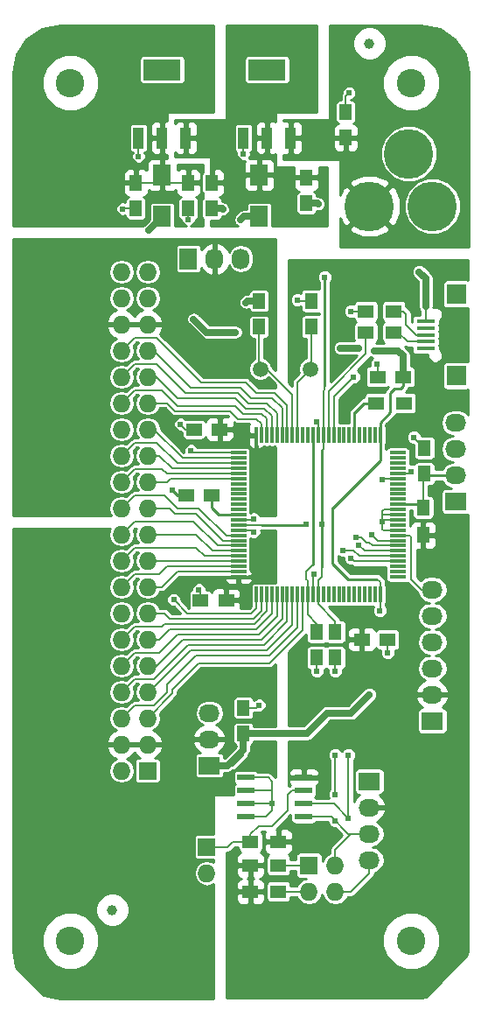
<source format=gbr>
G04 #@! TF.FileFunction,Copper,L1,Top,Signal*
%FSLAX46Y46*%
G04 Gerber Fmt 4.6, Leading zero omitted, Abs format (unit mm)*
G04 Created by KiCad (PCBNEW (after 2015-mar-04 BZR unknown)-product) date 11/11/2016 4:19:04 PM*
%MOMM*%
G01*
G04 APERTURE LIST*
%ADD10C,0.100000*%
%ADD11R,1.500000X0.300000*%
%ADD12R,0.300000X1.500000*%
%ADD13R,1.500000X1.250000*%
%ADD14R,1.250000X1.500000*%
%ADD15R,1.700000X2.000000*%
%ADD16C,1.000000*%
%ADD17R,2.032000X1.727200*%
%ADD18O,2.032000X1.727200*%
%ADD19R,1.727200X1.727200*%
%ADD20O,1.727200X1.727200*%
%ADD21R,1.727200X2.032000*%
%ADD22O,1.727200X2.032000*%
%ADD23C,2.750000*%
%ADD24R,1.500000X1.300000*%
%ADD25R,1.300000X1.500000*%
%ADD26R,1.651000X0.599440*%
%ADD27C,4.800600*%
%ADD28R,3.657600X2.032000*%
%ADD29R,1.016000X2.032000*%
%ADD30R,1.800000X0.400000*%
%ADD31R,1.900000X1.900000*%
%ADD32C,1.501140*%
%ADD33C,0.610000*%
%ADD34C,0.203200*%
%ADD35C,0.635000*%
%ADD36C,0.254000*%
G04 APERTURE END LIST*
D10*
D11*
X47705000Y-63785000D03*
X47705000Y-63285000D03*
X47705000Y-62785000D03*
X47705000Y-62285000D03*
X47705000Y-61785000D03*
X47705000Y-61285000D03*
X47705000Y-60785000D03*
X47705000Y-60285000D03*
X47705000Y-59785000D03*
X47705000Y-59285000D03*
X47705000Y-58785000D03*
X47705000Y-58285000D03*
X47705000Y-57785000D03*
X47705000Y-57285000D03*
X47705000Y-56785000D03*
X47705000Y-56285000D03*
X47705000Y-55785000D03*
X47705000Y-55285000D03*
X47705000Y-54785000D03*
X47705000Y-54285000D03*
X47705000Y-53785000D03*
X47705000Y-53285000D03*
X47705000Y-52785000D03*
X47705000Y-52285000D03*
X47705000Y-51785000D03*
D12*
X46005000Y-50085000D03*
X45505000Y-50085000D03*
X45005000Y-50085000D03*
X44505000Y-50085000D03*
X44005000Y-50085000D03*
X43505000Y-50085000D03*
X43005000Y-50085000D03*
X42505000Y-50085000D03*
X42005000Y-50085000D03*
X41505000Y-50085000D03*
X41005000Y-50085000D03*
X40505000Y-50085000D03*
X40005000Y-50085000D03*
X39505000Y-50085000D03*
X39005000Y-50085000D03*
X38505000Y-50085000D03*
X38005000Y-50085000D03*
X37505000Y-50085000D03*
X37005000Y-50085000D03*
X36505000Y-50085000D03*
X36005000Y-50085000D03*
X35505000Y-50085000D03*
X35005000Y-50085000D03*
X34505000Y-50085000D03*
X34005000Y-50085000D03*
D11*
X32305000Y-51785000D03*
X32305000Y-52285000D03*
X32305000Y-52785000D03*
X32305000Y-53285000D03*
X32305000Y-53785000D03*
X32305000Y-54285000D03*
X32305000Y-54785000D03*
X32305000Y-55285000D03*
X32305000Y-55785000D03*
X32305000Y-56285000D03*
X32305000Y-56785000D03*
X32305000Y-57285000D03*
X32305000Y-57785000D03*
X32305000Y-58285000D03*
X32305000Y-58785000D03*
X32305000Y-59285000D03*
X32305000Y-59785000D03*
X32305000Y-60285000D03*
X32305000Y-60785000D03*
X32305000Y-61285000D03*
X32305000Y-61785000D03*
X32305000Y-62285000D03*
X32305000Y-62785000D03*
X32305000Y-63285000D03*
X32305000Y-63785000D03*
D12*
X34005000Y-65485000D03*
X34505000Y-65485000D03*
X35005000Y-65485000D03*
X35505000Y-65485000D03*
X36005000Y-65485000D03*
X36505000Y-65485000D03*
X37005000Y-65485000D03*
X37505000Y-65485000D03*
X38005000Y-65485000D03*
X38505000Y-65485000D03*
X39005000Y-65485000D03*
X39505000Y-65485000D03*
X40005000Y-65485000D03*
X40505000Y-65485000D03*
X41005000Y-65485000D03*
X41505000Y-65485000D03*
X42005000Y-65485000D03*
X42505000Y-65485000D03*
X43005000Y-65485000D03*
X43505000Y-65485000D03*
X44005000Y-65485000D03*
X44505000Y-65485000D03*
X45005000Y-65485000D03*
X45505000Y-65485000D03*
X46005000Y-65485000D03*
D13*
X44216000Y-69850000D03*
X46716000Y-69850000D03*
D14*
X50292000Y-53828000D03*
X50292000Y-51328000D03*
D13*
X31095000Y-66040000D03*
X28595000Y-66040000D03*
X48240000Y-44450000D03*
X45740000Y-44450000D03*
D14*
X32766000Y-78974000D03*
X32766000Y-76474000D03*
D13*
X30460000Y-49530000D03*
X27960000Y-49530000D03*
D14*
X39878000Y-71608000D03*
X39878000Y-69108000D03*
X41656000Y-71608000D03*
X41656000Y-69108000D03*
D13*
X27198000Y-55880000D03*
X29698000Y-55880000D03*
D15*
X24892000Y-28924000D03*
X24892000Y-24924000D03*
X34290000Y-28924000D03*
X34290000Y-24924000D03*
D16*
X44958000Y-12192000D03*
X20066000Y-96012000D03*
D17*
X53340000Y-56515000D03*
D18*
X53340000Y-53975000D03*
X53340000Y-51435000D03*
X53340000Y-48895000D03*
D19*
X29210000Y-89916000D03*
D20*
X29210000Y-92456000D03*
D21*
X27432000Y-33020000D03*
D22*
X29972000Y-33020000D03*
X32512000Y-33020000D03*
D17*
X29464000Y-82042000D03*
D18*
X29464000Y-79502000D03*
X29464000Y-76962000D03*
D23*
X16000000Y-16000000D03*
X49000000Y-16000000D03*
X16000000Y-99000000D03*
X49000000Y-99000000D03*
D24*
X36148000Y-89408000D03*
X33448000Y-89408000D03*
X36148000Y-91694000D03*
X33448000Y-91694000D03*
X36148000Y-94234000D03*
X33448000Y-94234000D03*
D25*
X50165000Y-57070000D03*
X50165000Y-59770000D03*
D24*
X45640000Y-46990000D03*
X48340000Y-46990000D03*
D26*
X38608000Y-83185000D03*
X33020000Y-83185000D03*
X38608000Y-84455000D03*
X38608000Y-85725000D03*
X38608000Y-86995000D03*
X33020000Y-84455000D03*
X33020000Y-85725000D03*
X33020000Y-86995000D03*
D27*
X51054000Y-27940000D03*
X44958000Y-27940000D03*
X48768000Y-22860000D03*
D28*
X35052000Y-14732000D03*
D29*
X35052000Y-21336000D03*
X37338000Y-21336000D03*
X32766000Y-21336000D03*
D28*
X24892000Y-14732000D03*
D29*
X24892000Y-21336000D03*
X27178000Y-21336000D03*
X22606000Y-21336000D03*
D19*
X23495000Y-82550000D03*
D20*
X20955000Y-82550000D03*
X23495000Y-80010000D03*
X20955000Y-80010000D03*
X23495000Y-77470000D03*
X20955000Y-77470000D03*
X23495000Y-74930000D03*
X20955000Y-74930000D03*
X23495000Y-72390000D03*
X20955000Y-72390000D03*
X23495000Y-69850000D03*
X20955000Y-69850000D03*
X23495000Y-67310000D03*
X20955000Y-67310000D03*
X23495000Y-64770000D03*
X20955000Y-64770000D03*
X23495000Y-62230000D03*
X20955000Y-62230000D03*
X23495000Y-59690000D03*
X20955000Y-59690000D03*
X23495000Y-57150000D03*
X20955000Y-57150000D03*
X23495000Y-54610000D03*
X20955000Y-54610000D03*
X23495000Y-52070000D03*
X20955000Y-52070000D03*
X23495000Y-49530000D03*
X20955000Y-49530000D03*
X23495000Y-46990000D03*
X20955000Y-46990000D03*
X23495000Y-44450000D03*
X20955000Y-44450000D03*
X23495000Y-41910000D03*
X20955000Y-41910000D03*
X23495000Y-39370000D03*
X20955000Y-39370000D03*
X23495000Y-36830000D03*
X20955000Y-36830000D03*
X23495000Y-34290000D03*
X20955000Y-34290000D03*
D14*
X34290000Y-37104000D03*
X34290000Y-39604000D03*
X39370000Y-37104000D03*
X39370000Y-39604000D03*
D30*
X50400000Y-41686000D03*
X50400000Y-41036000D03*
X50400000Y-40386000D03*
X50400000Y-39736000D03*
X50400000Y-39086000D03*
D31*
X53425000Y-44336000D03*
X53425000Y-36436000D03*
D24*
X47324000Y-40132000D03*
X44624000Y-40132000D03*
X47324000Y-38100000D03*
X44624000Y-38100000D03*
D32*
X34389060Y-43688000D03*
X39270940Y-43688000D03*
D14*
X42672000Y-21316000D03*
X42672000Y-18816000D03*
X29718000Y-25674000D03*
X29718000Y-28174000D03*
X38862000Y-25166000D03*
X38862000Y-27666000D03*
X27432000Y-25674000D03*
X27432000Y-28174000D03*
X22352000Y-25674000D03*
X22352000Y-28174000D03*
D17*
X44958000Y-83566000D03*
D18*
X44958000Y-86106000D03*
X44958000Y-88646000D03*
X44958000Y-91186000D03*
D19*
X39116000Y-91694000D03*
D20*
X41656000Y-91694000D03*
X39116000Y-94234000D03*
X41656000Y-94234000D03*
D17*
X51054000Y-77724000D03*
D18*
X51054000Y-75184000D03*
X51054000Y-72644000D03*
X51054000Y-70104000D03*
X51054000Y-67564000D03*
X51054000Y-65024000D03*
D33*
X39624000Y-63500000D03*
X39878000Y-48768000D03*
X33782000Y-58166000D03*
X33782000Y-59436000D03*
X46228000Y-58420000D03*
X46736000Y-71120000D03*
X35560000Y-85725000D03*
X34290000Y-76200000D03*
X41656000Y-72898000D03*
X39878000Y-72898000D03*
X32766000Y-22860000D03*
X27432000Y-29210000D03*
X26670000Y-49022000D03*
X21082000Y-28194000D03*
X22606000Y-23114000D03*
X43000000Y-17000000D03*
X28448000Y-65024000D03*
X49276000Y-50292000D03*
X45720000Y-43180000D03*
X40000000Y-27750000D03*
X30750000Y-28250000D03*
X33000000Y-37250000D03*
X38000000Y-37000000D03*
X49784000Y-34290000D03*
X25908000Y-55372000D03*
X40386000Y-58674000D03*
X38862000Y-58674000D03*
X40640000Y-29464000D03*
X40640000Y-34798000D03*
X41402000Y-39624000D03*
X41402000Y-42926000D03*
X42418000Y-47752000D03*
X51562000Y-59690000D03*
X27432000Y-24130000D03*
X49022000Y-53594000D03*
X46228000Y-54356000D03*
X42926000Y-81026000D03*
X43180000Y-61976000D03*
X42926000Y-87122000D03*
X41656000Y-81026000D03*
X41656000Y-84836000D03*
X41656000Y-87376000D03*
X42418000Y-61214000D03*
X27686000Y-51562000D03*
X26000000Y-66000000D03*
X43180000Y-38100000D03*
X43434000Y-44450000D03*
X43942000Y-60706000D03*
X43688000Y-59944000D03*
X45212000Y-59690000D03*
X27940000Y-38862000D03*
X32004000Y-40132000D03*
X45466000Y-41910000D03*
X45974000Y-67056000D03*
X44958000Y-75184000D03*
X43942000Y-41656000D03*
X42164000Y-41656000D03*
X23622000Y-30226000D03*
X32500000Y-29250000D03*
D34*
X39505000Y-65485000D02*
X39505000Y-63619000D01*
X39505000Y-63619000D02*
X39624000Y-63500000D01*
X40005000Y-50085000D02*
X40005000Y-48895000D01*
X40005000Y-48895000D02*
X39878000Y-48768000D01*
X32305000Y-58285000D02*
X33663000Y-58285000D01*
X33663000Y-58285000D02*
X33782000Y-58166000D01*
X32305000Y-59285000D02*
X33631000Y-59285000D01*
X33631000Y-59285000D02*
X33782000Y-59436000D01*
X46228000Y-58285000D02*
X46228000Y-58420000D01*
X47705000Y-58285000D02*
X46228000Y-58285000D01*
X46228000Y-58285000D02*
X46228000Y-58166000D01*
X47705000Y-57785000D02*
X46228000Y-57785000D01*
X46228000Y-57785000D02*
X46228000Y-57658000D01*
X47705000Y-57285000D02*
X46347000Y-57285000D01*
X46331000Y-59285000D02*
X47705000Y-59285000D01*
X46228000Y-59182000D02*
X46331000Y-59285000D01*
X46228000Y-57404000D02*
X46228000Y-57658000D01*
X46228000Y-57658000D02*
X46228000Y-58166000D01*
X46228000Y-58166000D02*
X46228000Y-59182000D01*
X46347000Y-57285000D02*
X46228000Y-57404000D01*
X46716000Y-69850000D02*
X46716000Y-71100000D01*
X46716000Y-71100000D02*
X46736000Y-71120000D01*
X34798000Y-85725000D02*
X35560000Y-85725000D01*
X33020000Y-85725000D02*
X34798000Y-85725000D01*
X35560000Y-85725000D02*
X35560000Y-85852000D01*
X33020000Y-84455000D02*
X35560000Y-84455000D01*
X33020000Y-86995000D02*
X34925000Y-86995000D01*
X35179000Y-83185000D02*
X33020000Y-83185000D01*
X35560000Y-83566000D02*
X35179000Y-83185000D01*
X35560000Y-86360000D02*
X35560000Y-85852000D01*
X35560000Y-85852000D02*
X35560000Y-84455000D01*
X35560000Y-84455000D02*
X35560000Y-83566000D01*
X34925000Y-86995000D02*
X35560000Y-86360000D01*
X32766000Y-76474000D02*
X34016000Y-76474000D01*
X34016000Y-76474000D02*
X34290000Y-76200000D01*
X41656000Y-71608000D02*
X41656000Y-72898000D01*
X39878000Y-71608000D02*
X39878000Y-72898000D01*
X32766000Y-21336000D02*
X32766000Y-22860000D01*
X27432000Y-28174000D02*
X27432000Y-29210000D01*
X27960000Y-49530000D02*
X27178000Y-49530000D01*
X27178000Y-49530000D02*
X26670000Y-49022000D01*
X22352000Y-28174000D02*
X21102000Y-28174000D01*
X21102000Y-28174000D02*
X21082000Y-28194000D01*
X22606000Y-21336000D02*
X22606000Y-23114000D01*
X42672000Y-18816000D02*
X42672000Y-17328000D01*
X42672000Y-17328000D02*
X43000000Y-17000000D01*
X28595000Y-66040000D02*
X28595000Y-65171000D01*
X28595000Y-65171000D02*
X28448000Y-65024000D01*
X50292000Y-51328000D02*
X50292000Y-51308000D01*
X50292000Y-51308000D02*
X49276000Y-50292000D01*
X45740000Y-44450000D02*
X45740000Y-43200000D01*
X45740000Y-43200000D02*
X45720000Y-43180000D01*
D35*
X39916000Y-27666000D02*
X40000000Y-27750000D01*
X38862000Y-27666000D02*
X39916000Y-27666000D01*
X30674000Y-28174000D02*
X30750000Y-28250000D01*
X29718000Y-28174000D02*
X30674000Y-28174000D01*
X33146000Y-37104000D02*
X33000000Y-37250000D01*
X34290000Y-37104000D02*
X33146000Y-37104000D01*
D34*
X38104000Y-37104000D02*
X38000000Y-37000000D01*
X39370000Y-37104000D02*
X38104000Y-37104000D01*
X50400000Y-34906000D02*
X49784000Y-34290000D01*
X50400000Y-34906000D02*
X49784000Y-34290000D01*
X50400000Y-39086000D02*
X50400000Y-37592000D01*
D35*
X50400000Y-34906000D02*
X49784000Y-34290000D01*
X50400000Y-37592000D02*
X50400000Y-34906000D01*
D34*
X26416000Y-55880000D02*
X25908000Y-55372000D01*
D36*
X26416000Y-55880000D02*
X25908000Y-55372000D01*
X27198000Y-55880000D02*
X26416000Y-55880000D01*
D34*
X32305000Y-58785000D02*
X34544000Y-58785000D01*
X38751000Y-58785000D02*
X38862000Y-58674000D01*
X40005000Y-65485000D02*
X40005000Y-64135000D01*
X40386000Y-62865000D02*
X40386000Y-58674000D01*
X40386000Y-63754000D02*
X40386000Y-62865000D01*
X40005000Y-64135000D02*
X40386000Y-63754000D01*
X40005000Y-65485000D02*
X40005000Y-66421000D01*
X41656000Y-68072000D02*
X41656000Y-69108000D01*
X40005000Y-66421000D02*
X41656000Y-68072000D01*
X34532000Y-25166000D02*
X34290000Y-24924000D01*
X35052000Y-21336000D02*
X35052000Y-22606000D01*
X34290000Y-23368000D02*
X34290000Y-24924000D01*
X35052000Y-22606000D02*
X34290000Y-23368000D01*
X40505000Y-45839000D02*
X40640000Y-45704000D01*
X40640000Y-45704000D02*
X40640000Y-45339000D01*
X40505000Y-50085000D02*
X40505000Y-45839000D01*
D36*
X40640000Y-34798000D02*
X40640000Y-45339000D01*
X40386000Y-58674000D02*
X40386000Y-62865000D01*
D34*
X40386000Y-51562000D02*
X40505000Y-51443000D01*
X40505000Y-51443000D02*
X40505000Y-50085000D01*
D36*
X40386000Y-51562000D02*
X40386000Y-58674000D01*
X38751000Y-58785000D02*
X38862000Y-58674000D01*
X34544000Y-58785000D02*
X38751000Y-58785000D01*
D34*
X24892000Y-21336000D02*
X24892000Y-24924000D01*
X25642000Y-25674000D02*
X24892000Y-24924000D01*
X27432000Y-25674000D02*
X25642000Y-25674000D01*
X24142000Y-25674000D02*
X24892000Y-24924000D01*
X22352000Y-25674000D02*
X24142000Y-25674000D01*
X41402000Y-39624000D02*
X41402000Y-42926000D01*
X51482000Y-59770000D02*
X50165000Y-59770000D01*
X51482000Y-59770000D02*
X51562000Y-59690000D01*
X27432000Y-25674000D02*
X27432000Y-24130000D01*
X50439000Y-53975000D02*
X50292000Y-53828000D01*
X50165000Y-57070000D02*
X50165000Y-53955000D01*
X50165000Y-53955000D02*
X50292000Y-53828000D01*
D36*
X49880000Y-56785000D02*
X50165000Y-57070000D01*
X47705000Y-56785000D02*
X49880000Y-56785000D01*
X50439000Y-53975000D02*
X50292000Y-53828000D01*
X53340000Y-53975000D02*
X50439000Y-53975000D01*
D34*
X31095000Y-65095000D02*
X31190000Y-65000000D01*
X31190000Y-65000000D02*
X32000000Y-65000000D01*
X32000000Y-65000000D02*
X32305000Y-64695000D01*
X32305000Y-64695000D02*
X32305000Y-63785000D01*
X31095000Y-66040000D02*
X31095000Y-65095000D01*
X34005000Y-50085000D02*
X33067000Y-50085000D01*
X32512000Y-49530000D02*
X30460000Y-49530000D01*
X33067000Y-50085000D02*
X32512000Y-49530000D01*
X39005000Y-64151000D02*
X39005000Y-65485000D01*
X38862000Y-64008000D02*
X39005000Y-64151000D01*
X38862000Y-63246000D02*
X38862000Y-64008000D01*
X39505000Y-62603000D02*
X38862000Y-63246000D01*
X39005000Y-65485000D02*
X39005000Y-67453000D01*
X39878000Y-68326000D02*
X39878000Y-69108000D01*
X39005000Y-67453000D02*
X39878000Y-68326000D01*
D36*
X39505000Y-62603000D02*
X39505000Y-50085000D01*
D34*
X29698000Y-57130000D02*
X29698000Y-55880000D01*
D36*
X29698000Y-57130000D02*
X29698000Y-55880000D01*
X29698000Y-57130000D02*
X29698000Y-55880000D01*
X30353000Y-57785000D02*
X29698000Y-57130000D01*
X32305000Y-57785000D02*
X30353000Y-57785000D01*
D34*
X47705000Y-53785000D02*
X48831000Y-53785000D01*
X48831000Y-53785000D02*
X49022000Y-53594000D01*
X46299000Y-54285000D02*
X47705000Y-54285000D01*
X46228000Y-54356000D02*
X46299000Y-54285000D01*
X33448000Y-89408000D02*
X33448000Y-88726000D01*
X37465000Y-84455000D02*
X38608000Y-84455000D01*
X37084000Y-84836000D02*
X37465000Y-84455000D01*
X37084000Y-86360000D02*
X37084000Y-84836000D01*
X35560000Y-87884000D02*
X37084000Y-86360000D01*
X34290000Y-87884000D02*
X35560000Y-87884000D01*
X33448000Y-88726000D02*
X34290000Y-87884000D01*
X29210000Y-89916000D02*
X31242000Y-89916000D01*
X31750000Y-89408000D02*
X33448000Y-89408000D01*
X31242000Y-89916000D02*
X31750000Y-89408000D01*
X23495000Y-74930000D02*
X23622000Y-74930000D01*
X23622000Y-74930000D02*
X27686000Y-70866000D01*
X27686000Y-70866000D02*
X35052000Y-70866000D01*
X37505000Y-65485000D02*
X37505000Y-68413000D01*
X37505000Y-68413000D02*
X35052000Y-70866000D01*
X23749000Y-74676000D02*
X23495000Y-74930000D01*
X42926000Y-87122000D02*
X42926000Y-81026000D01*
X43489000Y-62285000D02*
X47705000Y-62285000D01*
X43180000Y-61976000D02*
X43489000Y-62285000D01*
X38608000Y-85725000D02*
X41529000Y-85725000D01*
X41529000Y-85725000D02*
X42926000Y-87122000D01*
X41656000Y-94234000D02*
X43180000Y-94234000D01*
X44958000Y-92456000D02*
X44958000Y-91186000D01*
X43180000Y-94234000D02*
X44958000Y-92456000D01*
X41656000Y-84836000D02*
X41656000Y-81026000D01*
X47705000Y-61785000D02*
X44005000Y-61785000D01*
X44005000Y-61785000D02*
X43434000Y-61214000D01*
X38608000Y-86995000D02*
X41275000Y-86995000D01*
X41275000Y-86995000D02*
X41656000Y-87376000D01*
X42418000Y-61214000D02*
X43434000Y-61214000D01*
X44958000Y-88646000D02*
X42926000Y-88646000D01*
X42926000Y-88646000D02*
X41275000Y-86995000D01*
X44958000Y-88646000D02*
X43180000Y-88646000D01*
X41656000Y-90170000D02*
X41656000Y-91694000D01*
X43180000Y-88646000D02*
X41656000Y-90170000D01*
X44450000Y-46990000D02*
X45640000Y-46990000D01*
X43505000Y-47935000D02*
X44450000Y-46990000D01*
D36*
X44450000Y-46990000D02*
X45640000Y-46990000D01*
X43505000Y-47935000D02*
X44450000Y-46990000D01*
X43505000Y-50085000D02*
X43505000Y-47935000D01*
D34*
X37005000Y-50085000D02*
X37005000Y-47165000D01*
X22225000Y-40640000D02*
X20955000Y-41910000D01*
X24384000Y-40640000D02*
X22225000Y-40640000D01*
X28702000Y-44958000D02*
X24384000Y-40640000D01*
X33020000Y-44958000D02*
X28702000Y-44958000D01*
X34036000Y-45974000D02*
X33020000Y-44958000D01*
X35814000Y-45974000D02*
X34036000Y-45974000D01*
X37005000Y-47165000D02*
X35814000Y-45974000D01*
X36505000Y-50085000D02*
X36505000Y-47427000D01*
X27686000Y-45466000D02*
X24130000Y-41910000D01*
X32512000Y-45466000D02*
X27686000Y-45466000D01*
X33528000Y-46482000D02*
X32512000Y-45466000D01*
X35560000Y-46482000D02*
X33528000Y-46482000D01*
X36505000Y-47427000D02*
X35560000Y-46482000D01*
X24130000Y-41910000D02*
X23495000Y-41910000D01*
X36005000Y-50085000D02*
X36005000Y-47943000D01*
X22225000Y-43180000D02*
X20955000Y-44450000D01*
X24384000Y-43180000D02*
X22225000Y-43180000D01*
X27178000Y-45974000D02*
X24384000Y-43180000D01*
X32258000Y-45974000D02*
X27178000Y-45974000D01*
X33274000Y-46990000D02*
X32258000Y-45974000D01*
X35052000Y-46990000D02*
X33274000Y-46990000D01*
X36005000Y-47943000D02*
X35052000Y-46990000D01*
X35505000Y-50085000D02*
X35505000Y-48205000D01*
X24384000Y-44450000D02*
X23495000Y-44450000D01*
X26416000Y-46482000D02*
X24384000Y-44450000D01*
X32004000Y-46482000D02*
X26416000Y-46482000D01*
X33020000Y-47498000D02*
X32004000Y-46482000D01*
X34798000Y-47498000D02*
X33020000Y-47498000D01*
X35505000Y-48205000D02*
X34798000Y-47498000D01*
X35005000Y-50085000D02*
X35005000Y-48467000D01*
X22225000Y-45720000D02*
X20955000Y-46990000D01*
X24892000Y-45720000D02*
X22225000Y-45720000D01*
X26416000Y-47244000D02*
X24892000Y-45720000D01*
X32004000Y-47244000D02*
X26416000Y-47244000D01*
X32766000Y-48006000D02*
X32004000Y-47244000D01*
X34544000Y-48006000D02*
X32766000Y-48006000D01*
X35005000Y-48467000D02*
X34544000Y-48006000D01*
X34505000Y-50085000D02*
X34505000Y-48983000D01*
X34505000Y-48983000D02*
X34036000Y-48514000D01*
X32258000Y-48514000D02*
X31496000Y-47752000D01*
X34036000Y-48514000D02*
X32258000Y-48514000D01*
X25400000Y-46990000D02*
X23495000Y-46990000D01*
X26162000Y-47752000D02*
X25400000Y-46990000D01*
X31496000Y-47752000D02*
X26162000Y-47752000D01*
X27909000Y-51785000D02*
X27686000Y-51562000D01*
X32305000Y-51785000D02*
X27909000Y-51785000D01*
X32305000Y-52285000D02*
X26885000Y-52285000D01*
X26885000Y-52285000D02*
X24130000Y-49530000D01*
X24130000Y-49530000D02*
X23495000Y-49530000D01*
X32305000Y-52785000D02*
X26369000Y-52785000D01*
X22225000Y-50800000D02*
X20955000Y-52070000D01*
X24384000Y-50800000D02*
X22225000Y-50800000D01*
X26369000Y-52785000D02*
X24384000Y-50800000D01*
X32305000Y-53285000D02*
X25853000Y-53285000D01*
X24638000Y-52070000D02*
X23495000Y-52070000D01*
X25853000Y-53285000D02*
X24638000Y-52070000D01*
X32305000Y-53785000D02*
X25337000Y-53785000D01*
X22225000Y-53340000D02*
X20955000Y-54610000D01*
X24892000Y-53340000D02*
X22225000Y-53340000D01*
X25337000Y-53785000D02*
X24892000Y-53340000D01*
X32305000Y-54285000D02*
X25725000Y-54285000D01*
X25400000Y-54610000D02*
X23495000Y-54610000D01*
X25725000Y-54285000D02*
X25400000Y-54610000D01*
X32305000Y-59785000D02*
X31083000Y-59785000D01*
X22225000Y-55880000D02*
X20955000Y-57150000D01*
X25146000Y-55880000D02*
X22225000Y-55880000D01*
X26416000Y-57150000D02*
X25146000Y-55880000D01*
X28448000Y-57150000D02*
X26416000Y-57150000D01*
X31083000Y-59785000D02*
X28448000Y-57150000D01*
X32305000Y-60285000D02*
X30821000Y-60285000D01*
X25654000Y-57150000D02*
X23495000Y-57150000D01*
X26162000Y-57658000D02*
X25654000Y-57150000D01*
X28194000Y-57658000D02*
X26162000Y-57658000D01*
X30821000Y-60285000D02*
X28194000Y-57658000D01*
X32305000Y-60785000D02*
X30305000Y-60785000D01*
X22225000Y-58420000D02*
X20955000Y-59690000D01*
X27940000Y-58420000D02*
X22225000Y-58420000D01*
X30305000Y-60785000D02*
X27940000Y-58420000D01*
X32305000Y-61285000D02*
X29789000Y-61285000D01*
X28194000Y-59690000D02*
X23495000Y-59690000D01*
X29789000Y-61285000D02*
X28194000Y-59690000D01*
X32305000Y-61785000D02*
X29019000Y-61785000D01*
X22225000Y-60960000D02*
X20955000Y-62230000D01*
X28194000Y-60960000D02*
X22225000Y-60960000D01*
X29019000Y-61785000D02*
X28194000Y-60960000D01*
X32305000Y-62285000D02*
X28503000Y-62285000D01*
X28448000Y-62230000D02*
X23495000Y-62230000D01*
X28503000Y-62285000D02*
X28448000Y-62230000D01*
X32305000Y-62785000D02*
X25353000Y-62785000D01*
X22225000Y-63500000D02*
X20955000Y-64770000D01*
X24638000Y-63500000D02*
X22225000Y-63500000D01*
X25353000Y-62785000D02*
X24638000Y-63500000D01*
X32305000Y-63285000D02*
X26377000Y-63285000D01*
X24892000Y-64770000D02*
X23495000Y-64770000D01*
X26377000Y-63285000D02*
X24892000Y-64770000D01*
X34005000Y-65485000D02*
X34005000Y-66833000D01*
X33528000Y-67310000D02*
X29000000Y-67310000D01*
X34005000Y-66833000D02*
X33528000Y-67310000D01*
X27310000Y-67310000D02*
X26000000Y-66000000D01*
X29000000Y-67310000D02*
X27310000Y-67310000D01*
X34505000Y-65485000D02*
X34505000Y-67095000D01*
X25146000Y-67310000D02*
X23495000Y-67310000D01*
X25654000Y-67818000D02*
X25146000Y-67310000D01*
X33782000Y-67818000D02*
X25654000Y-67818000D01*
X34505000Y-67095000D02*
X33782000Y-67818000D01*
X35005000Y-65485000D02*
X35005000Y-67133818D01*
X22225000Y-68580000D02*
X20955000Y-69850000D01*
X24892000Y-68580000D02*
X22225000Y-68580000D01*
X25146000Y-68326000D02*
X24892000Y-68580000D01*
X33812818Y-68326000D02*
X25146000Y-68326000D01*
X35005000Y-67133818D02*
X33812818Y-68326000D01*
X23495000Y-69850000D02*
X24638000Y-69850000D01*
X25654000Y-68834000D02*
X34036000Y-68834000D01*
X24638000Y-69850000D02*
X25654000Y-68834000D01*
X35505000Y-65485000D02*
X35505000Y-67365000D01*
X35505000Y-67365000D02*
X34036000Y-68834000D01*
X24003000Y-69342000D02*
X23495000Y-69850000D01*
X22225000Y-71120000D02*
X24638000Y-71120000D01*
X26416000Y-69342000D02*
X34290000Y-69342000D01*
X24638000Y-71120000D02*
X26416000Y-69342000D01*
X36005000Y-65485000D02*
X36005000Y-67627000D01*
X36005000Y-67627000D02*
X34290000Y-69342000D01*
X22225000Y-71120000D02*
X20955000Y-72390000D01*
X23495000Y-72390000D02*
X24384000Y-72390000D01*
X26924000Y-69850000D02*
X34544000Y-69850000D01*
X24384000Y-72390000D02*
X26924000Y-69850000D01*
X36505000Y-65485000D02*
X36505000Y-67889000D01*
X36505000Y-67889000D02*
X34544000Y-69850000D01*
X22352000Y-73660000D02*
X24130000Y-73660000D01*
X27432000Y-70358000D02*
X34798000Y-70358000D01*
X24130000Y-73660000D02*
X27432000Y-70358000D01*
X37005000Y-65485000D02*
X37005000Y-68151000D01*
X37005000Y-68151000D02*
X34798000Y-70358000D01*
X22225000Y-73660000D02*
X20955000Y-74930000D01*
X22352000Y-73660000D02*
X22225000Y-73660000D01*
X38505000Y-65485000D02*
X38505000Y-68937000D01*
X25908000Y-75057000D02*
X23495000Y-77470000D01*
X25908000Y-74676000D02*
X25908000Y-75057000D01*
X28448000Y-72136000D02*
X25908000Y-74676000D01*
X35306000Y-72136000D02*
X28448000Y-72136000D01*
X38505000Y-68937000D02*
X35306000Y-72136000D01*
X38005000Y-65485000D02*
X38005000Y-68675000D01*
X22225000Y-76200000D02*
X20955000Y-77470000D01*
X24130000Y-76200000D02*
X22225000Y-76200000D01*
X25400000Y-74930000D02*
X24130000Y-76200000D01*
X25400000Y-74168000D02*
X25400000Y-74930000D01*
X28194000Y-71374000D02*
X25400000Y-74168000D01*
X35306000Y-71374000D02*
X28194000Y-71374000D01*
X38005000Y-68675000D02*
X35306000Y-71374000D01*
X34290000Y-39604000D02*
X34290000Y-43588940D01*
X34290000Y-43588940D02*
X34389060Y-43688000D01*
X37505000Y-50085000D02*
X37505000Y-46141000D01*
X37505000Y-46141000D02*
X35052000Y-43688000D01*
X35052000Y-43688000D02*
X34389060Y-43688000D01*
X39370000Y-39604000D02*
X39370000Y-43588940D01*
X39370000Y-43588940D02*
X39270940Y-43688000D01*
X38005000Y-50085000D02*
X38005000Y-44953940D01*
X38005000Y-44953940D02*
X39270940Y-43688000D01*
X50400000Y-41036000D02*
X48656000Y-41036000D01*
X48656000Y-41036000D02*
X47752000Y-40132000D01*
X47752000Y-40132000D02*
X47324000Y-40132000D01*
X50400000Y-40386000D02*
X49530000Y-40386000D01*
X49530000Y-40386000D02*
X48514000Y-39370000D01*
X48514000Y-39370000D02*
X48514000Y-38354000D01*
X48514000Y-38354000D02*
X48260000Y-38100000D01*
X48260000Y-38100000D02*
X47324000Y-38100000D01*
X41005000Y-50085000D02*
X41005000Y-45863000D01*
X44624000Y-42244000D02*
X44624000Y-40132000D01*
X41005000Y-45863000D02*
X44624000Y-42244000D01*
X41505000Y-50085000D02*
X41505000Y-46379000D01*
X43180000Y-38100000D02*
X44624000Y-38100000D01*
X41505000Y-46379000D02*
X43434000Y-44450000D01*
X47705000Y-61285000D02*
X44521000Y-61285000D01*
X44521000Y-61285000D02*
X43942000Y-60706000D01*
X45291000Y-60785000D02*
X47705000Y-60785000D01*
X44958000Y-60452000D02*
X45291000Y-60785000D01*
X44704000Y-60452000D02*
X44958000Y-60452000D01*
X44196000Y-59944000D02*
X44704000Y-60452000D01*
X43688000Y-59944000D02*
X44196000Y-59944000D01*
X45807000Y-60285000D02*
X47705000Y-60285000D01*
X45212000Y-59690000D02*
X45807000Y-60285000D01*
X51054000Y-65024000D02*
X50038000Y-65024000D01*
X50038000Y-65024000D02*
X49022000Y-64008000D01*
X49022000Y-64008000D02*
X49022000Y-59944000D01*
X49022000Y-59944000D02*
X48863000Y-59785000D01*
X48863000Y-59785000D02*
X47705000Y-59785000D01*
X46005000Y-50085000D02*
X46005000Y-52547000D01*
X46005000Y-64293000D02*
X46005000Y-65485000D01*
X45720000Y-64008000D02*
X46005000Y-64293000D01*
X41402000Y-62484000D02*
X42926000Y-64008000D01*
X41402000Y-57150000D02*
X41402000Y-62484000D01*
X46005000Y-52547000D02*
X41402000Y-57150000D01*
X46005000Y-50085000D02*
X46005000Y-49753000D01*
X32766000Y-78974000D02*
X32766000Y-81026000D01*
X48240000Y-44450000D02*
X48240000Y-42398000D01*
X48240000Y-42398000D02*
X47752000Y-41910000D01*
X29464000Y-82042000D02*
X31750000Y-82042000D01*
X46005000Y-67025000D02*
X46005000Y-65485000D01*
X45974000Y-67056000D02*
X46005000Y-67025000D01*
X31750000Y-82042000D02*
X32766000Y-81026000D01*
D35*
X29210000Y-40132000D02*
X27940000Y-38862000D01*
X32004000Y-40132000D02*
X29210000Y-40132000D01*
X42164000Y-41656000D02*
X43942000Y-41656000D01*
X48240000Y-42398000D02*
X48240000Y-44450000D01*
X47752000Y-41910000D02*
X48240000Y-42398000D01*
X45466000Y-41910000D02*
X47752000Y-41910000D01*
X31242000Y-82042000D02*
X32766000Y-80518000D01*
X32766000Y-80518000D02*
X32766000Y-78974000D01*
X29464000Y-82042000D02*
X31242000Y-82042000D01*
X38882000Y-78974000D02*
X40894000Y-76962000D01*
X40894000Y-76962000D02*
X43180000Y-76962000D01*
X43180000Y-76962000D02*
X44958000Y-75184000D01*
X32766000Y-78974000D02*
X38882000Y-78974000D01*
X24892000Y-28956000D02*
X24892000Y-28924000D01*
X23622000Y-30226000D02*
X24892000Y-28956000D01*
D36*
X46005000Y-52547000D02*
X46005000Y-50085000D01*
X41402000Y-57150000D02*
X46005000Y-52547000D01*
X41402000Y-62484000D02*
X41402000Y-57150000D01*
X42926000Y-64008000D02*
X41402000Y-62484000D01*
X45720000Y-64008000D02*
X42926000Y-64008000D01*
X46005000Y-48864000D02*
X46990000Y-47879000D01*
X46990000Y-47879000D02*
X46990000Y-45974000D01*
X46990000Y-45974000D02*
X47371000Y-45593000D01*
X47371000Y-45593000D02*
X48006000Y-45593000D01*
X48006000Y-45593000D02*
X48240000Y-45359000D01*
X48240000Y-45359000D02*
X48240000Y-44450000D01*
X46005000Y-50085000D02*
X46005000Y-48864000D01*
D34*
X42652000Y-21336000D02*
X42672000Y-21316000D01*
X44958000Y-27940000D02*
X44958000Y-27482000D01*
X32512000Y-33020000D02*
X32512000Y-32258000D01*
D35*
X32826000Y-28924000D02*
X34290000Y-28924000D01*
X32500000Y-29250000D02*
X32826000Y-28924000D01*
D34*
X36148000Y-91694000D02*
X39116000Y-91694000D01*
X36148000Y-94234000D02*
X39116000Y-94234000D01*
D36*
G36*
X46758922Y-45414815D02*
X46594869Y-45578869D01*
X46473736Y-45760156D01*
X46443823Y-45910534D01*
X46390000Y-45899741D01*
X44890000Y-45899741D01*
X44725356Y-45931685D01*
X44580649Y-46026742D01*
X44483784Y-46170245D01*
X44449741Y-46340000D01*
X44449741Y-46431251D01*
X44236156Y-46473736D01*
X44054869Y-46594869D01*
X43109869Y-47539869D01*
X42988736Y-47721156D01*
X42946200Y-47935000D01*
X42946200Y-48894741D01*
X42855000Y-48894741D01*
X42753346Y-48914463D01*
X42655000Y-48894741D01*
X42355000Y-48894741D01*
X42253346Y-48914463D01*
X42155000Y-48894741D01*
X42038400Y-48894741D01*
X42038400Y-46599942D01*
X43451526Y-45186815D01*
X43579916Y-45186928D01*
X43850819Y-45074993D01*
X44058265Y-44867909D01*
X44170672Y-44597202D01*
X44170928Y-44304084D01*
X44058993Y-44033181D01*
X43851909Y-43825735D01*
X43812832Y-43809509D01*
X45001171Y-42621171D01*
X45056817Y-42537888D01*
X45125748Y-42566511D01*
X45179255Y-42602263D01*
X45241819Y-42614707D01*
X45242918Y-42615164D01*
X45095735Y-42762091D01*
X44983328Y-43032798D01*
X44983072Y-43325916D01*
X45007378Y-43384741D01*
X44990000Y-43384741D01*
X44825356Y-43416685D01*
X44680649Y-43511742D01*
X44583784Y-43655245D01*
X44549741Y-43825000D01*
X44549741Y-45075000D01*
X44581685Y-45239644D01*
X44676742Y-45384351D01*
X44820245Y-45481216D01*
X44990000Y-45515259D01*
X46490000Y-45515259D01*
X46654644Y-45483315D01*
X46758922Y-45414815D01*
X46758922Y-45414815D01*
G37*
X46758922Y-45414815D02*
X46594869Y-45578869D01*
X46473736Y-45760156D01*
X46443823Y-45910534D01*
X46390000Y-45899741D01*
X44890000Y-45899741D01*
X44725356Y-45931685D01*
X44580649Y-46026742D01*
X44483784Y-46170245D01*
X44449741Y-46340000D01*
X44449741Y-46431251D01*
X44236156Y-46473736D01*
X44054869Y-46594869D01*
X43109869Y-47539869D01*
X42988736Y-47721156D01*
X42946200Y-47935000D01*
X42946200Y-48894741D01*
X42855000Y-48894741D01*
X42753346Y-48914463D01*
X42655000Y-48894741D01*
X42355000Y-48894741D01*
X42253346Y-48914463D01*
X42155000Y-48894741D01*
X42038400Y-48894741D01*
X42038400Y-46599942D01*
X43451526Y-45186815D01*
X43579916Y-45186928D01*
X43850819Y-45074993D01*
X44058265Y-44867909D01*
X44170672Y-44597202D01*
X44170928Y-44304084D01*
X44058993Y-44033181D01*
X43851909Y-43825735D01*
X43812832Y-43809509D01*
X45001171Y-42621171D01*
X45056817Y-42537888D01*
X45125748Y-42566511D01*
X45179255Y-42602263D01*
X45241819Y-42614707D01*
X45242918Y-42615164D01*
X45095735Y-42762091D01*
X44983328Y-43032798D01*
X44983072Y-43325916D01*
X45007378Y-43384741D01*
X44990000Y-43384741D01*
X44825356Y-43416685D01*
X44680649Y-43511742D01*
X44583784Y-43655245D01*
X44549741Y-43825000D01*
X44549741Y-45075000D01*
X44581685Y-45239644D01*
X44676742Y-45384351D01*
X44820245Y-45481216D01*
X44990000Y-45515259D01*
X46490000Y-45515259D01*
X46654644Y-45483315D01*
X46758922Y-45414815D01*
G36*
X54518200Y-48100912D02*
X54436750Y-47979014D01*
X54016492Y-47698206D01*
X53520764Y-47599600D01*
X53159236Y-47599600D01*
X52663508Y-47698206D01*
X52243250Y-47979014D01*
X51962442Y-48399272D01*
X51863836Y-48895000D01*
X51962442Y-49390728D01*
X52243250Y-49810986D01*
X52663508Y-50091794D01*
X53031541Y-50165000D01*
X52663508Y-50238206D01*
X52243250Y-50519014D01*
X51962442Y-50939272D01*
X51863836Y-51435000D01*
X51962442Y-51930728D01*
X52243250Y-52350986D01*
X52663508Y-52631794D01*
X53031541Y-52705000D01*
X52663508Y-52778206D01*
X52243250Y-53059014D01*
X52004585Y-53416200D01*
X51357259Y-53416200D01*
X51357259Y-53078000D01*
X51357259Y-52078000D01*
X51357259Y-50578000D01*
X51325315Y-50413356D01*
X51230258Y-50268649D01*
X51086755Y-50171784D01*
X50917000Y-50137741D01*
X50009480Y-50137741D01*
X49900993Y-49875181D01*
X49693909Y-49667735D01*
X49423202Y-49555328D01*
X49130084Y-49555072D01*
X48859181Y-49667007D01*
X48651735Y-49874091D01*
X48539328Y-50144798D01*
X48539072Y-50437916D01*
X48651007Y-50708819D01*
X48858091Y-50916265D01*
X49128798Y-51028672D01*
X49226741Y-51028757D01*
X49226741Y-52078000D01*
X49258685Y-52242644D01*
X49353742Y-52387351D01*
X49497245Y-52484216D01*
X49667000Y-52518259D01*
X50917000Y-52518259D01*
X51081644Y-52486315D01*
X51226351Y-52391258D01*
X51323216Y-52247755D01*
X51357259Y-52078000D01*
X51357259Y-53078000D01*
X51325315Y-52913356D01*
X51230258Y-52768649D01*
X51086755Y-52671784D01*
X50917000Y-52637741D01*
X49667000Y-52637741D01*
X49502356Y-52669685D01*
X49357649Y-52764742D01*
X49267579Y-52898177D01*
X49169202Y-52857328D01*
X48895259Y-52857088D01*
X48895259Y-52635000D01*
X48875536Y-52533346D01*
X48895259Y-52435000D01*
X48895259Y-52135000D01*
X48875536Y-52033346D01*
X48895259Y-51935000D01*
X48895259Y-51635000D01*
X48863315Y-51470356D01*
X48768258Y-51325649D01*
X48624755Y-51228784D01*
X48455000Y-51194741D01*
X46955000Y-51194741D01*
X46790356Y-51226685D01*
X46645649Y-51321742D01*
X46563800Y-51442999D01*
X46563800Y-50991869D01*
X46595259Y-50835000D01*
X46595259Y-49335000D01*
X46563800Y-49172855D01*
X46563800Y-49095462D01*
X47385131Y-48274132D01*
X47385131Y-48274131D01*
X47445697Y-48183487D01*
X47506264Y-48092844D01*
X47506264Y-48092843D01*
X47511883Y-48064593D01*
X47590000Y-48080259D01*
X49090000Y-48080259D01*
X49254644Y-48048315D01*
X49399351Y-47953258D01*
X49496216Y-47809755D01*
X49530259Y-47640000D01*
X49530259Y-46340000D01*
X49498315Y-46175356D01*
X49403258Y-46030649D01*
X49259755Y-45933784D01*
X49090000Y-45899741D01*
X48489521Y-45899741D01*
X48635131Y-45754131D01*
X48756264Y-45572844D01*
X48756264Y-45572843D01*
X48767718Y-45515259D01*
X48990000Y-45515259D01*
X49154644Y-45483315D01*
X49299351Y-45388258D01*
X49396216Y-45244755D01*
X49430259Y-45075000D01*
X49430259Y-43825000D01*
X49398315Y-43660356D01*
X49303258Y-43515649D01*
X49159755Y-43418784D01*
X48990000Y-43384741D01*
X48989300Y-43384741D01*
X48989300Y-42398000D01*
X48932263Y-42111255D01*
X48769835Y-41868165D01*
X48387355Y-41485685D01*
X48451877Y-41528797D01*
X48656000Y-41569400D01*
X49059741Y-41569400D01*
X49059741Y-41886000D01*
X49091685Y-42050644D01*
X49186742Y-42195351D01*
X49330245Y-42292216D01*
X49500000Y-42326259D01*
X50618252Y-42326259D01*
X50618078Y-42525974D01*
X50725455Y-42785847D01*
X50924107Y-42984846D01*
X51183792Y-43092677D01*
X51464974Y-43092922D01*
X51724847Y-42985545D01*
X51923846Y-42786893D01*
X52031677Y-42527208D01*
X52031922Y-42246026D01*
X51924545Y-41986153D01*
X51740259Y-41801545D01*
X51740259Y-41486000D01*
X51715605Y-41358933D01*
X51740259Y-41236000D01*
X51740259Y-40836000D01*
X51715605Y-40708933D01*
X51740259Y-40586000D01*
X51740259Y-40186000D01*
X51715605Y-40058933D01*
X51740259Y-39936000D01*
X51740259Y-39536000D01*
X51715605Y-39408933D01*
X51740259Y-39286000D01*
X51740259Y-38970159D01*
X51923846Y-38786893D01*
X52031677Y-38527208D01*
X52031922Y-38246026D01*
X51924545Y-37986153D01*
X51725893Y-37787154D01*
X51466208Y-37679323D01*
X51185026Y-37679078D01*
X51127228Y-37702959D01*
X51149300Y-37592000D01*
X51149300Y-34906000D01*
X51092264Y-34619256D01*
X51092263Y-34619255D01*
X50929835Y-34376165D01*
X50313835Y-33760165D01*
X50260797Y-33724726D01*
X50201909Y-33665735D01*
X50124251Y-33633488D01*
X50070745Y-33597737D01*
X50008180Y-33585292D01*
X49931202Y-33553328D01*
X49847116Y-33553254D01*
X49784000Y-33540700D01*
X49721435Y-33553144D01*
X49638084Y-33553072D01*
X49560370Y-33585182D01*
X49497255Y-33597737D01*
X49444215Y-33633176D01*
X49367181Y-33665007D01*
X49307670Y-33724413D01*
X49254165Y-33760165D01*
X49218726Y-33813202D01*
X49159735Y-33872091D01*
X49127488Y-33949748D01*
X49091737Y-34003255D01*
X49079292Y-34065819D01*
X49047328Y-34142798D01*
X49047254Y-34226883D01*
X49034700Y-34290000D01*
X49047144Y-34352564D01*
X49047072Y-34435916D01*
X49079182Y-34513629D01*
X49091737Y-34576745D01*
X49127176Y-34629784D01*
X49159007Y-34706819D01*
X49218413Y-34766329D01*
X49254165Y-34819835D01*
X49650700Y-35216370D01*
X49650700Y-37592000D01*
X49707737Y-37878745D01*
X49866600Y-38116499D01*
X49866600Y-38445741D01*
X49500000Y-38445741D01*
X49335356Y-38477685D01*
X49190649Y-38572742D01*
X49093784Y-38716245D01*
X49059741Y-38886000D01*
X49059741Y-39161399D01*
X49047400Y-39149058D01*
X49047400Y-38354000D01*
X49006797Y-38149877D01*
X49006797Y-38149876D01*
X48891171Y-37976829D01*
X48637171Y-37722829D01*
X48514259Y-37640702D01*
X48514259Y-37450000D01*
X48482315Y-37285356D01*
X48387258Y-37140649D01*
X48243755Y-37043784D01*
X48074000Y-37009741D01*
X46574000Y-37009741D01*
X46409356Y-37041685D01*
X46264649Y-37136742D01*
X46167784Y-37280245D01*
X46133741Y-37450000D01*
X46133741Y-38750000D01*
X46165685Y-38914644D01*
X46260742Y-39059351D01*
X46344800Y-39116090D01*
X46264649Y-39168742D01*
X46167784Y-39312245D01*
X46133741Y-39482000D01*
X46133741Y-40782000D01*
X46165685Y-40946644D01*
X46260742Y-41091351D01*
X46363480Y-41160700D01*
X45583727Y-41160700D01*
X45683351Y-41095258D01*
X45780216Y-40951755D01*
X45814259Y-40782000D01*
X45814259Y-39482000D01*
X45782315Y-39317356D01*
X45687258Y-39172649D01*
X45603199Y-39115909D01*
X45683351Y-39063258D01*
X45780216Y-38919755D01*
X45814259Y-38750000D01*
X45814259Y-37450000D01*
X45782315Y-37285356D01*
X45687258Y-37140649D01*
X45543755Y-37043784D01*
X45374000Y-37009741D01*
X43874000Y-37009741D01*
X43709356Y-37041685D01*
X43564649Y-37136742D01*
X43467784Y-37280245D01*
X43441596Y-37410828D01*
X43327202Y-37363328D01*
X43034084Y-37363072D01*
X42763181Y-37475007D01*
X42555735Y-37682091D01*
X42443328Y-37952798D01*
X42443072Y-38245916D01*
X42555007Y-38516819D01*
X42762091Y-38724265D01*
X43032798Y-38836672D01*
X43325916Y-38836928D01*
X43441352Y-38789230D01*
X43465685Y-38914644D01*
X43560742Y-39059351D01*
X43644800Y-39116090D01*
X43564649Y-39168742D01*
X43467784Y-39312245D01*
X43433741Y-39482000D01*
X43433741Y-40782000D01*
X43457935Y-40906700D01*
X42164000Y-40906700D01*
X42101435Y-40919144D01*
X42018084Y-40919072D01*
X41940370Y-40951182D01*
X41877255Y-40963737D01*
X41824215Y-40999176D01*
X41747181Y-41031007D01*
X41687670Y-41090413D01*
X41634165Y-41126165D01*
X41598726Y-41179202D01*
X41539735Y-41238091D01*
X41507488Y-41315748D01*
X41471737Y-41369255D01*
X41459292Y-41431819D01*
X41427328Y-41508798D01*
X41427254Y-41592883D01*
X41414700Y-41656000D01*
X41427144Y-41718564D01*
X41427072Y-41801916D01*
X41459182Y-41879629D01*
X41471737Y-41942745D01*
X41507176Y-41995784D01*
X41539007Y-42072819D01*
X41598413Y-42132329D01*
X41634165Y-42185835D01*
X41687202Y-42221273D01*
X41746091Y-42280265D01*
X41823748Y-42312511D01*
X41877255Y-42348263D01*
X41939819Y-42360707D01*
X42016798Y-42392672D01*
X42100883Y-42392745D01*
X42164000Y-42405300D01*
X43708358Y-42405300D01*
X41198800Y-44914858D01*
X41198800Y-35281259D01*
X41264265Y-35215909D01*
X41376672Y-34945202D01*
X41376928Y-34652084D01*
X41264993Y-34381181D01*
X41057909Y-34173735D01*
X40787202Y-34061328D01*
X40494084Y-34061072D01*
X40223181Y-34173007D01*
X40015735Y-34380091D01*
X39903328Y-34650798D01*
X39903072Y-34943916D01*
X40015007Y-35214819D01*
X40081200Y-35281127D01*
X40081200Y-35931027D01*
X39995000Y-35913741D01*
X38745000Y-35913741D01*
X38580356Y-35945685D01*
X38435649Y-36040742D01*
X38338784Y-36184245D01*
X38309416Y-36330685D01*
X38147202Y-36263328D01*
X37854084Y-36263072D01*
X37583181Y-36375007D01*
X37375735Y-36582091D01*
X37263328Y-36852798D01*
X37263072Y-37145916D01*
X37375007Y-37416819D01*
X37582091Y-37624265D01*
X37852798Y-37736672D01*
X38145916Y-37736928D01*
X38304741Y-37671302D01*
X38304741Y-37854000D01*
X38336685Y-38018644D01*
X38431742Y-38163351D01*
X38575245Y-38260216D01*
X38745000Y-38294259D01*
X39995000Y-38294259D01*
X40081200Y-38277534D01*
X40081200Y-38431027D01*
X39995000Y-38413741D01*
X38745000Y-38413741D01*
X38580356Y-38445685D01*
X38435649Y-38540742D01*
X38338784Y-38684245D01*
X38304741Y-38854000D01*
X38304741Y-40354000D01*
X38336685Y-40518644D01*
X38431742Y-40663351D01*
X38575245Y-40760216D01*
X38745000Y-40794259D01*
X38836600Y-40794259D01*
X38836600Y-42588139D01*
X38602056Y-42685051D01*
X38269160Y-43017367D01*
X38088776Y-43451780D01*
X38088365Y-43922156D01*
X38145109Y-44059488D01*
X37627829Y-44576769D01*
X37512203Y-44749817D01*
X37471600Y-44953940D01*
X37471600Y-45353258D01*
X37127000Y-45008658D01*
X37127000Y-33127000D01*
X54518200Y-33127000D01*
X54518200Y-35074458D01*
X54375000Y-35045741D01*
X52475000Y-35045741D01*
X52310356Y-35077685D01*
X52165649Y-35172742D01*
X52068784Y-35316245D01*
X52034741Y-35486000D01*
X52034741Y-37386000D01*
X52066685Y-37550644D01*
X52161742Y-37695351D01*
X52305245Y-37792216D01*
X52475000Y-37826259D01*
X54375000Y-37826259D01*
X54518200Y-37798475D01*
X54518200Y-42974458D01*
X54375000Y-42945741D01*
X52475000Y-42945741D01*
X52310356Y-42977685D01*
X52165649Y-43072742D01*
X52068784Y-43216245D01*
X52034741Y-43386000D01*
X52034741Y-45286000D01*
X52066685Y-45450644D01*
X52161742Y-45595351D01*
X52305245Y-45692216D01*
X52475000Y-45726259D01*
X54375000Y-45726259D01*
X54518200Y-45698475D01*
X54518200Y-48100912D01*
X54518200Y-48100912D01*
G37*
X54518200Y-48100912D02*
X54436750Y-47979014D01*
X54016492Y-47698206D01*
X53520764Y-47599600D01*
X53159236Y-47599600D01*
X52663508Y-47698206D01*
X52243250Y-47979014D01*
X51962442Y-48399272D01*
X51863836Y-48895000D01*
X51962442Y-49390728D01*
X52243250Y-49810986D01*
X52663508Y-50091794D01*
X53031541Y-50165000D01*
X52663508Y-50238206D01*
X52243250Y-50519014D01*
X51962442Y-50939272D01*
X51863836Y-51435000D01*
X51962442Y-51930728D01*
X52243250Y-52350986D01*
X52663508Y-52631794D01*
X53031541Y-52705000D01*
X52663508Y-52778206D01*
X52243250Y-53059014D01*
X52004585Y-53416200D01*
X51357259Y-53416200D01*
X51357259Y-53078000D01*
X51357259Y-52078000D01*
X51357259Y-50578000D01*
X51325315Y-50413356D01*
X51230258Y-50268649D01*
X51086755Y-50171784D01*
X50917000Y-50137741D01*
X50009480Y-50137741D01*
X49900993Y-49875181D01*
X49693909Y-49667735D01*
X49423202Y-49555328D01*
X49130084Y-49555072D01*
X48859181Y-49667007D01*
X48651735Y-49874091D01*
X48539328Y-50144798D01*
X48539072Y-50437916D01*
X48651007Y-50708819D01*
X48858091Y-50916265D01*
X49128798Y-51028672D01*
X49226741Y-51028757D01*
X49226741Y-52078000D01*
X49258685Y-52242644D01*
X49353742Y-52387351D01*
X49497245Y-52484216D01*
X49667000Y-52518259D01*
X50917000Y-52518259D01*
X51081644Y-52486315D01*
X51226351Y-52391258D01*
X51323216Y-52247755D01*
X51357259Y-52078000D01*
X51357259Y-53078000D01*
X51325315Y-52913356D01*
X51230258Y-52768649D01*
X51086755Y-52671784D01*
X50917000Y-52637741D01*
X49667000Y-52637741D01*
X49502356Y-52669685D01*
X49357649Y-52764742D01*
X49267579Y-52898177D01*
X49169202Y-52857328D01*
X48895259Y-52857088D01*
X48895259Y-52635000D01*
X48875536Y-52533346D01*
X48895259Y-52435000D01*
X48895259Y-52135000D01*
X48875536Y-52033346D01*
X48895259Y-51935000D01*
X48895259Y-51635000D01*
X48863315Y-51470356D01*
X48768258Y-51325649D01*
X48624755Y-51228784D01*
X48455000Y-51194741D01*
X46955000Y-51194741D01*
X46790356Y-51226685D01*
X46645649Y-51321742D01*
X46563800Y-51442999D01*
X46563800Y-50991869D01*
X46595259Y-50835000D01*
X46595259Y-49335000D01*
X46563800Y-49172855D01*
X46563800Y-49095462D01*
X47385131Y-48274132D01*
X47385131Y-48274131D01*
X47445697Y-48183487D01*
X47506264Y-48092844D01*
X47506264Y-48092843D01*
X47511883Y-48064593D01*
X47590000Y-48080259D01*
X49090000Y-48080259D01*
X49254644Y-48048315D01*
X49399351Y-47953258D01*
X49496216Y-47809755D01*
X49530259Y-47640000D01*
X49530259Y-46340000D01*
X49498315Y-46175356D01*
X49403258Y-46030649D01*
X49259755Y-45933784D01*
X49090000Y-45899741D01*
X48489521Y-45899741D01*
X48635131Y-45754131D01*
X48756264Y-45572844D01*
X48756264Y-45572843D01*
X48767718Y-45515259D01*
X48990000Y-45515259D01*
X49154644Y-45483315D01*
X49299351Y-45388258D01*
X49396216Y-45244755D01*
X49430259Y-45075000D01*
X49430259Y-43825000D01*
X49398315Y-43660356D01*
X49303258Y-43515649D01*
X49159755Y-43418784D01*
X48990000Y-43384741D01*
X48989300Y-43384741D01*
X48989300Y-42398000D01*
X48932263Y-42111255D01*
X48769835Y-41868165D01*
X48387355Y-41485685D01*
X48451877Y-41528797D01*
X48656000Y-41569400D01*
X49059741Y-41569400D01*
X49059741Y-41886000D01*
X49091685Y-42050644D01*
X49186742Y-42195351D01*
X49330245Y-42292216D01*
X49500000Y-42326259D01*
X50618252Y-42326259D01*
X50618078Y-42525974D01*
X50725455Y-42785847D01*
X50924107Y-42984846D01*
X51183792Y-43092677D01*
X51464974Y-43092922D01*
X51724847Y-42985545D01*
X51923846Y-42786893D01*
X52031677Y-42527208D01*
X52031922Y-42246026D01*
X51924545Y-41986153D01*
X51740259Y-41801545D01*
X51740259Y-41486000D01*
X51715605Y-41358933D01*
X51740259Y-41236000D01*
X51740259Y-40836000D01*
X51715605Y-40708933D01*
X51740259Y-40586000D01*
X51740259Y-40186000D01*
X51715605Y-40058933D01*
X51740259Y-39936000D01*
X51740259Y-39536000D01*
X51715605Y-39408933D01*
X51740259Y-39286000D01*
X51740259Y-38970159D01*
X51923846Y-38786893D01*
X52031677Y-38527208D01*
X52031922Y-38246026D01*
X51924545Y-37986153D01*
X51725893Y-37787154D01*
X51466208Y-37679323D01*
X51185026Y-37679078D01*
X51127228Y-37702959D01*
X51149300Y-37592000D01*
X51149300Y-34906000D01*
X51092264Y-34619256D01*
X51092263Y-34619255D01*
X50929835Y-34376165D01*
X50313835Y-33760165D01*
X50260797Y-33724726D01*
X50201909Y-33665735D01*
X50124251Y-33633488D01*
X50070745Y-33597737D01*
X50008180Y-33585292D01*
X49931202Y-33553328D01*
X49847116Y-33553254D01*
X49784000Y-33540700D01*
X49721435Y-33553144D01*
X49638084Y-33553072D01*
X49560370Y-33585182D01*
X49497255Y-33597737D01*
X49444215Y-33633176D01*
X49367181Y-33665007D01*
X49307670Y-33724413D01*
X49254165Y-33760165D01*
X49218726Y-33813202D01*
X49159735Y-33872091D01*
X49127488Y-33949748D01*
X49091737Y-34003255D01*
X49079292Y-34065819D01*
X49047328Y-34142798D01*
X49047254Y-34226883D01*
X49034700Y-34290000D01*
X49047144Y-34352564D01*
X49047072Y-34435916D01*
X49079182Y-34513629D01*
X49091737Y-34576745D01*
X49127176Y-34629784D01*
X49159007Y-34706819D01*
X49218413Y-34766329D01*
X49254165Y-34819835D01*
X49650700Y-35216370D01*
X49650700Y-37592000D01*
X49707737Y-37878745D01*
X49866600Y-38116499D01*
X49866600Y-38445741D01*
X49500000Y-38445741D01*
X49335356Y-38477685D01*
X49190649Y-38572742D01*
X49093784Y-38716245D01*
X49059741Y-38886000D01*
X49059741Y-39161399D01*
X49047400Y-39149058D01*
X49047400Y-38354000D01*
X49006797Y-38149877D01*
X49006797Y-38149876D01*
X48891171Y-37976829D01*
X48637171Y-37722829D01*
X48514259Y-37640702D01*
X48514259Y-37450000D01*
X48482315Y-37285356D01*
X48387258Y-37140649D01*
X48243755Y-37043784D01*
X48074000Y-37009741D01*
X46574000Y-37009741D01*
X46409356Y-37041685D01*
X46264649Y-37136742D01*
X46167784Y-37280245D01*
X46133741Y-37450000D01*
X46133741Y-38750000D01*
X46165685Y-38914644D01*
X46260742Y-39059351D01*
X46344800Y-39116090D01*
X46264649Y-39168742D01*
X46167784Y-39312245D01*
X46133741Y-39482000D01*
X46133741Y-40782000D01*
X46165685Y-40946644D01*
X46260742Y-41091351D01*
X46363480Y-41160700D01*
X45583727Y-41160700D01*
X45683351Y-41095258D01*
X45780216Y-40951755D01*
X45814259Y-40782000D01*
X45814259Y-39482000D01*
X45782315Y-39317356D01*
X45687258Y-39172649D01*
X45603199Y-39115909D01*
X45683351Y-39063258D01*
X45780216Y-38919755D01*
X45814259Y-38750000D01*
X45814259Y-37450000D01*
X45782315Y-37285356D01*
X45687258Y-37140649D01*
X45543755Y-37043784D01*
X45374000Y-37009741D01*
X43874000Y-37009741D01*
X43709356Y-37041685D01*
X43564649Y-37136742D01*
X43467784Y-37280245D01*
X43441596Y-37410828D01*
X43327202Y-37363328D01*
X43034084Y-37363072D01*
X42763181Y-37475007D01*
X42555735Y-37682091D01*
X42443328Y-37952798D01*
X42443072Y-38245916D01*
X42555007Y-38516819D01*
X42762091Y-38724265D01*
X43032798Y-38836672D01*
X43325916Y-38836928D01*
X43441352Y-38789230D01*
X43465685Y-38914644D01*
X43560742Y-39059351D01*
X43644800Y-39116090D01*
X43564649Y-39168742D01*
X43467784Y-39312245D01*
X43433741Y-39482000D01*
X43433741Y-40782000D01*
X43457935Y-40906700D01*
X42164000Y-40906700D01*
X42101435Y-40919144D01*
X42018084Y-40919072D01*
X41940370Y-40951182D01*
X41877255Y-40963737D01*
X41824215Y-40999176D01*
X41747181Y-41031007D01*
X41687670Y-41090413D01*
X41634165Y-41126165D01*
X41598726Y-41179202D01*
X41539735Y-41238091D01*
X41507488Y-41315748D01*
X41471737Y-41369255D01*
X41459292Y-41431819D01*
X41427328Y-41508798D01*
X41427254Y-41592883D01*
X41414700Y-41656000D01*
X41427144Y-41718564D01*
X41427072Y-41801916D01*
X41459182Y-41879629D01*
X41471737Y-41942745D01*
X41507176Y-41995784D01*
X41539007Y-42072819D01*
X41598413Y-42132329D01*
X41634165Y-42185835D01*
X41687202Y-42221273D01*
X41746091Y-42280265D01*
X41823748Y-42312511D01*
X41877255Y-42348263D01*
X41939819Y-42360707D01*
X42016798Y-42392672D01*
X42100883Y-42392745D01*
X42164000Y-42405300D01*
X43708358Y-42405300D01*
X41198800Y-44914858D01*
X41198800Y-35281259D01*
X41264265Y-35215909D01*
X41376672Y-34945202D01*
X41376928Y-34652084D01*
X41264993Y-34381181D01*
X41057909Y-34173735D01*
X40787202Y-34061328D01*
X40494084Y-34061072D01*
X40223181Y-34173007D01*
X40015735Y-34380091D01*
X39903328Y-34650798D01*
X39903072Y-34943916D01*
X40015007Y-35214819D01*
X40081200Y-35281127D01*
X40081200Y-35931027D01*
X39995000Y-35913741D01*
X38745000Y-35913741D01*
X38580356Y-35945685D01*
X38435649Y-36040742D01*
X38338784Y-36184245D01*
X38309416Y-36330685D01*
X38147202Y-36263328D01*
X37854084Y-36263072D01*
X37583181Y-36375007D01*
X37375735Y-36582091D01*
X37263328Y-36852798D01*
X37263072Y-37145916D01*
X37375007Y-37416819D01*
X37582091Y-37624265D01*
X37852798Y-37736672D01*
X38145916Y-37736928D01*
X38304741Y-37671302D01*
X38304741Y-37854000D01*
X38336685Y-38018644D01*
X38431742Y-38163351D01*
X38575245Y-38260216D01*
X38745000Y-38294259D01*
X39995000Y-38294259D01*
X40081200Y-38277534D01*
X40081200Y-38431027D01*
X39995000Y-38413741D01*
X38745000Y-38413741D01*
X38580356Y-38445685D01*
X38435649Y-38540742D01*
X38338784Y-38684245D01*
X38304741Y-38854000D01*
X38304741Y-40354000D01*
X38336685Y-40518644D01*
X38431742Y-40663351D01*
X38575245Y-40760216D01*
X38745000Y-40794259D01*
X38836600Y-40794259D01*
X38836600Y-42588139D01*
X38602056Y-42685051D01*
X38269160Y-43017367D01*
X38088776Y-43451780D01*
X38088365Y-43922156D01*
X38145109Y-44059488D01*
X37627829Y-44576769D01*
X37512203Y-44749817D01*
X37471600Y-44953940D01*
X37471600Y-45353258D01*
X37127000Y-45008658D01*
X37127000Y-33127000D01*
X54518200Y-33127000D01*
X54518200Y-35074458D01*
X54375000Y-35045741D01*
X52475000Y-35045741D01*
X52310356Y-35077685D01*
X52165649Y-35172742D01*
X52068784Y-35316245D01*
X52034741Y-35486000D01*
X52034741Y-37386000D01*
X52066685Y-37550644D01*
X52161742Y-37695351D01*
X52305245Y-37792216D01*
X52475000Y-37826259D01*
X54375000Y-37826259D01*
X54518200Y-37798475D01*
X54518200Y-42974458D01*
X54375000Y-42945741D01*
X52475000Y-42945741D01*
X52310356Y-42977685D01*
X52165649Y-43072742D01*
X52068784Y-43216245D01*
X52034741Y-43386000D01*
X52034741Y-45286000D01*
X52066685Y-45450644D01*
X52161742Y-45595351D01*
X52305245Y-45692216D01*
X52475000Y-45726259D01*
X54375000Y-45726259D01*
X54518200Y-45698475D01*
X54518200Y-48100912D01*
G36*
X54518200Y-99952549D02*
X54431382Y-100389012D01*
X52661358Y-102159036D01*
X52661358Y-75543026D01*
X52540217Y-75311000D01*
X51181000Y-75311000D01*
X51181000Y-75331000D01*
X50927000Y-75331000D01*
X50927000Y-75311000D01*
X49567783Y-75311000D01*
X49446642Y-75543026D01*
X49449291Y-75558791D01*
X49703268Y-76086036D01*
X50077211Y-76420141D01*
X50038000Y-76420141D01*
X49873356Y-76452085D01*
X49728649Y-76547142D01*
X49631784Y-76690645D01*
X49597741Y-76860400D01*
X49597741Y-78587600D01*
X49629685Y-78752244D01*
X49724742Y-78896951D01*
X49868245Y-78993816D01*
X50038000Y-79027859D01*
X52070000Y-79027859D01*
X52234644Y-78995915D01*
X52379351Y-78900858D01*
X52476216Y-78757355D01*
X52510259Y-78587600D01*
X52510259Y-76860400D01*
X52478315Y-76695756D01*
X52383258Y-76551049D01*
X52239755Y-76454184D01*
X52070000Y-76420141D01*
X52030788Y-76420141D01*
X52404732Y-76086036D01*
X52658709Y-75558791D01*
X52661358Y-75543026D01*
X52661358Y-102159036D01*
X51772480Y-103047914D01*
X51772480Y-98451034D01*
X51351358Y-97431839D01*
X50572262Y-96651383D01*
X49553804Y-96228482D01*
X48451034Y-96227520D01*
X47906259Y-96452616D01*
X47906259Y-70475000D01*
X47906259Y-69225000D01*
X47874315Y-69060356D01*
X47779258Y-68915649D01*
X47635755Y-68818784D01*
X47466000Y-68784741D01*
X45966000Y-68784741D01*
X45801356Y-68816685D01*
X45656649Y-68911742D01*
X45574174Y-69033926D01*
X45504327Y-68865301D01*
X45325698Y-68686673D01*
X45092309Y-68590000D01*
X44501750Y-68590000D01*
X44343000Y-68748750D01*
X44343000Y-69723000D01*
X44363000Y-69723000D01*
X44363000Y-69977000D01*
X44343000Y-69977000D01*
X44343000Y-70951250D01*
X44501750Y-71110000D01*
X45092309Y-71110000D01*
X45325698Y-71013327D01*
X45504327Y-70834699D01*
X45574511Y-70665259D01*
X45652742Y-70784351D01*
X45796245Y-70881216D01*
X45966000Y-70915259D01*
X46023220Y-70915259D01*
X45999328Y-70972798D01*
X45999072Y-71265916D01*
X46111007Y-71536819D01*
X46318091Y-71744265D01*
X46588798Y-71856672D01*
X46881916Y-71856928D01*
X47152819Y-71744993D01*
X47360265Y-71537909D01*
X47472672Y-71267202D01*
X47472928Y-70974084D01*
X47448621Y-70915259D01*
X47466000Y-70915259D01*
X47630644Y-70883315D01*
X47775351Y-70788258D01*
X47872216Y-70644755D01*
X47906259Y-70475000D01*
X47906259Y-96452616D01*
X47431839Y-96648642D01*
X46651383Y-97427738D01*
X46228482Y-98446196D01*
X46227520Y-99548966D01*
X46648642Y-100568161D01*
X47427738Y-101348617D01*
X48446196Y-101771518D01*
X49548966Y-101772480D01*
X50568161Y-101351358D01*
X51348617Y-100572262D01*
X51771518Y-99553804D01*
X51772480Y-98451034D01*
X51772480Y-103047914D01*
X50389012Y-104431382D01*
X49952549Y-104518200D01*
X34833000Y-104518200D01*
X34833000Y-95010310D01*
X34833000Y-94757691D01*
X34833000Y-94519750D01*
X34833000Y-93948250D01*
X34833000Y-93710309D01*
X34833000Y-93457690D01*
X34736327Y-93224301D01*
X34557698Y-93045673D01*
X34360522Y-92964000D01*
X34557698Y-92882327D01*
X34736327Y-92703699D01*
X34833000Y-92470310D01*
X34833000Y-92217691D01*
X34833000Y-91979750D01*
X34674250Y-91821000D01*
X33575000Y-91821000D01*
X33575000Y-92820250D01*
X33718750Y-92964000D01*
X33575000Y-93107750D01*
X33575000Y-94107000D01*
X34674250Y-94107000D01*
X34833000Y-93948250D01*
X34833000Y-94519750D01*
X34674250Y-94361000D01*
X33575000Y-94361000D01*
X33575000Y-95360250D01*
X33733750Y-95519000D01*
X34324309Y-95519000D01*
X34557698Y-95422327D01*
X34736327Y-95243699D01*
X34833000Y-95010310D01*
X34833000Y-104518200D01*
X33321000Y-104518200D01*
X33321000Y-95360250D01*
X33321000Y-94361000D01*
X33321000Y-94107000D01*
X33321000Y-93107750D01*
X33177250Y-92964000D01*
X33321000Y-92820250D01*
X33321000Y-91821000D01*
X32221750Y-91821000D01*
X32063000Y-91979750D01*
X32063000Y-92217691D01*
X32063000Y-92470310D01*
X32159673Y-92703699D01*
X32338302Y-92882327D01*
X32535477Y-92964000D01*
X32338302Y-93045673D01*
X32159673Y-93224301D01*
X32063000Y-93457690D01*
X32063000Y-93710309D01*
X32063000Y-93948250D01*
X32221750Y-94107000D01*
X33321000Y-94107000D01*
X33321000Y-94361000D01*
X32221750Y-94361000D01*
X32063000Y-94519750D01*
X32063000Y-94757691D01*
X32063000Y-95010310D01*
X32159673Y-95243699D01*
X32338302Y-95422327D01*
X32571691Y-95519000D01*
X33162250Y-95519000D01*
X33321000Y-95360250D01*
X33321000Y-104518200D01*
X31127000Y-104518200D01*
X31127000Y-90449400D01*
X31242000Y-90449400D01*
X31446123Y-90408797D01*
X31619171Y-90293171D01*
X31970941Y-89941400D01*
X32257741Y-89941400D01*
X32257741Y-90058000D01*
X32289685Y-90222644D01*
X32384742Y-90367351D01*
X32494073Y-90441150D01*
X32338302Y-90505673D01*
X32159673Y-90684301D01*
X32063000Y-90917690D01*
X32063000Y-91170309D01*
X32063000Y-91408250D01*
X32221750Y-91567000D01*
X33321000Y-91567000D01*
X33321000Y-91547000D01*
X33575000Y-91547000D01*
X33575000Y-91567000D01*
X34674250Y-91567000D01*
X34833000Y-91408250D01*
X34833000Y-91170309D01*
X34833000Y-90917690D01*
X34736327Y-90684301D01*
X34557698Y-90505673D01*
X34401329Y-90440902D01*
X34507351Y-90371258D01*
X34604216Y-90227755D01*
X34638259Y-90058000D01*
X34638259Y-88758000D01*
X34606315Y-88593356D01*
X34511258Y-88448649D01*
X34492413Y-88435928D01*
X34510942Y-88417400D01*
X34851761Y-88417400D01*
X34763000Y-88631690D01*
X34763000Y-88884309D01*
X34763000Y-89122250D01*
X34921750Y-89281000D01*
X36021000Y-89281000D01*
X36021000Y-88281750D01*
X35968795Y-88229545D01*
X37342241Y-86856100D01*
X37342241Y-87294720D01*
X37374185Y-87459364D01*
X37469242Y-87604071D01*
X37612745Y-87700936D01*
X37782500Y-87734979D01*
X39433500Y-87734979D01*
X39598144Y-87703035D01*
X39742851Y-87607978D01*
X39796566Y-87528400D01*
X40921751Y-87528400D01*
X41031007Y-87792819D01*
X41238091Y-88000265D01*
X41508798Y-88112672D01*
X41638443Y-88112785D01*
X42298658Y-88772999D01*
X41278829Y-89792829D01*
X41163203Y-89965877D01*
X41122600Y-90170000D01*
X41122600Y-90505420D01*
X40714636Y-90778014D01*
X40433828Y-91198272D01*
X40419859Y-91268499D01*
X40419859Y-90830400D01*
X40387915Y-90665756D01*
X40292858Y-90521049D01*
X40149355Y-90424184D01*
X39979600Y-90390141D01*
X38252400Y-90390141D01*
X38087756Y-90422085D01*
X37943049Y-90517142D01*
X37846184Y-90660645D01*
X37812141Y-90830400D01*
X37812141Y-91160600D01*
X37338259Y-91160600D01*
X37338259Y-91044000D01*
X37306315Y-90879356D01*
X37211258Y-90734649D01*
X37101926Y-90660849D01*
X37257698Y-90596327D01*
X37436327Y-90417699D01*
X37533000Y-90184310D01*
X37533000Y-89931691D01*
X37533000Y-89693750D01*
X37533000Y-89122250D01*
X37533000Y-88884309D01*
X37533000Y-88631690D01*
X37436327Y-88398301D01*
X37257698Y-88219673D01*
X37024309Y-88123000D01*
X36433750Y-88123000D01*
X36275000Y-88281750D01*
X36275000Y-89281000D01*
X37374250Y-89281000D01*
X37533000Y-89122250D01*
X37533000Y-89693750D01*
X37374250Y-89535000D01*
X36275000Y-89535000D01*
X36275000Y-89555000D01*
X36021000Y-89555000D01*
X36021000Y-89535000D01*
X34921750Y-89535000D01*
X34763000Y-89693750D01*
X34763000Y-89931691D01*
X34763000Y-90184310D01*
X34859673Y-90417699D01*
X35038302Y-90596327D01*
X35194670Y-90661097D01*
X35088649Y-90730742D01*
X34991784Y-90874245D01*
X34957741Y-91044000D01*
X34957741Y-92344000D01*
X34989685Y-92508644D01*
X35084742Y-92653351D01*
X35228245Y-92750216D01*
X35398000Y-92784259D01*
X36898000Y-92784259D01*
X37062644Y-92752315D01*
X37207351Y-92657258D01*
X37304216Y-92513755D01*
X37338259Y-92344000D01*
X37338259Y-92227400D01*
X37812141Y-92227400D01*
X37812141Y-92557600D01*
X37844085Y-92722244D01*
X37939142Y-92866951D01*
X38082645Y-92963816D01*
X38252400Y-92997859D01*
X38792705Y-92997859D01*
X38594894Y-93037206D01*
X38174636Y-93318014D01*
X37918999Y-93700600D01*
X37338259Y-93700600D01*
X37338259Y-93584000D01*
X37306315Y-93419356D01*
X37211258Y-93274649D01*
X37067755Y-93177784D01*
X36898000Y-93143741D01*
X35398000Y-93143741D01*
X35233356Y-93175685D01*
X35088649Y-93270742D01*
X34991784Y-93414245D01*
X34957741Y-93584000D01*
X34957741Y-94884000D01*
X34989685Y-95048644D01*
X35084742Y-95193351D01*
X35228245Y-95290216D01*
X35398000Y-95324259D01*
X36898000Y-95324259D01*
X37062644Y-95292315D01*
X37207351Y-95197258D01*
X37304216Y-95053755D01*
X37338259Y-94884000D01*
X37338259Y-94767400D01*
X37918999Y-94767400D01*
X38174636Y-95149986D01*
X38594894Y-95430794D01*
X39090622Y-95529400D01*
X39141378Y-95529400D01*
X39637106Y-95430794D01*
X40057364Y-95149986D01*
X40338172Y-94729728D01*
X40386000Y-94489279D01*
X40433828Y-94729728D01*
X40714636Y-95149986D01*
X41134894Y-95430794D01*
X41630622Y-95529400D01*
X41681378Y-95529400D01*
X42177106Y-95430794D01*
X42597364Y-95149986D01*
X42853000Y-94767400D01*
X43180000Y-94767400D01*
X43384123Y-94726797D01*
X43557171Y-94611171D01*
X45335171Y-92833171D01*
X45450797Y-92660123D01*
X45491400Y-92456000D01*
X45491401Y-92456000D01*
X45491400Y-92455994D01*
X45491400Y-92411256D01*
X45634492Y-92382794D01*
X46054750Y-92101986D01*
X46335558Y-91681728D01*
X46434164Y-91186000D01*
X46335558Y-90690272D01*
X46054750Y-90270014D01*
X45634492Y-89989206D01*
X45266458Y-89916000D01*
X45634492Y-89842794D01*
X46054750Y-89561986D01*
X46335558Y-89141728D01*
X46434164Y-88646000D01*
X46335558Y-88150272D01*
X46054750Y-87730014D01*
X45665867Y-87470170D01*
X45872320Y-87397954D01*
X46308732Y-87008036D01*
X46562709Y-86480791D01*
X46565358Y-86465026D01*
X46444217Y-86233000D01*
X45085000Y-86233000D01*
X45085000Y-86253000D01*
X44831000Y-86253000D01*
X44831000Y-86233000D01*
X44811000Y-86233000D01*
X44811000Y-85979000D01*
X44831000Y-85979000D01*
X44831000Y-85959000D01*
X45085000Y-85959000D01*
X45085000Y-85979000D01*
X46444217Y-85979000D01*
X46565358Y-85746974D01*
X46562709Y-85731209D01*
X46308732Y-85203964D01*
X45934788Y-84869859D01*
X45974000Y-84869859D01*
X46138644Y-84837915D01*
X46283351Y-84742858D01*
X46380216Y-84599355D01*
X46414259Y-84429600D01*
X46414259Y-82702400D01*
X46382315Y-82537756D01*
X46287258Y-82393049D01*
X46143755Y-82296184D01*
X45974000Y-82262141D01*
X43942000Y-82262141D01*
X43777356Y-82294085D01*
X43632649Y-82389142D01*
X43535784Y-82532645D01*
X43501741Y-82702400D01*
X43501741Y-84429600D01*
X43533685Y-84594244D01*
X43628742Y-84738951D01*
X43772245Y-84835816D01*
X43942000Y-84869859D01*
X43981211Y-84869859D01*
X43607268Y-85203964D01*
X43459400Y-85510931D01*
X43459400Y-81534615D01*
X43550265Y-81443909D01*
X43662672Y-81173202D01*
X43662928Y-80880084D01*
X43550993Y-80609181D01*
X43343909Y-80401735D01*
X43073202Y-80289328D01*
X42780084Y-80289072D01*
X42509181Y-80401007D01*
X42301735Y-80608091D01*
X42291112Y-80633672D01*
X42280993Y-80609181D01*
X42073909Y-80401735D01*
X41803202Y-80289328D01*
X41510084Y-80289072D01*
X41239181Y-80401007D01*
X41031735Y-80608091D01*
X40919328Y-80878798D01*
X40919072Y-81171916D01*
X41031007Y-81442819D01*
X41122600Y-81534572D01*
X41122600Y-84327384D01*
X41031735Y-84418091D01*
X40919328Y-84688798D01*
X40919072Y-84981916D01*
X41005711Y-85191600D01*
X39796465Y-85191600D01*
X39746758Y-85115929D01*
X39708829Y-85090326D01*
X39742851Y-85067978D01*
X39839716Y-84924475D01*
X39873759Y-84754720D01*
X39873759Y-84155280D01*
X39841815Y-83990636D01*
X39835390Y-83980855D01*
X39971827Y-83844418D01*
X40068500Y-83611029D01*
X40068500Y-83470750D01*
X40068500Y-82899250D01*
X40068500Y-82758971D01*
X39971827Y-82525582D01*
X39793199Y-82346953D01*
X39559810Y-82250280D01*
X39307191Y-82250280D01*
X38893750Y-82250280D01*
X38735000Y-82409030D01*
X38735000Y-83058000D01*
X39909750Y-83058000D01*
X40068500Y-82899250D01*
X40068500Y-83470750D01*
X39909750Y-83312000D01*
X38735000Y-83312000D01*
X38735000Y-83332000D01*
X38481000Y-83332000D01*
X38481000Y-83312000D01*
X38481000Y-83058000D01*
X38481000Y-82409030D01*
X38322250Y-82250280D01*
X37908809Y-82250280D01*
X37656190Y-82250280D01*
X37422801Y-82346953D01*
X37244173Y-82525582D01*
X37147500Y-82758971D01*
X37147500Y-82899250D01*
X37306250Y-83058000D01*
X38481000Y-83058000D01*
X38481000Y-83312000D01*
X37306250Y-83312000D01*
X37147500Y-83470750D01*
X37147500Y-83611029D01*
X37244173Y-83844418D01*
X37345186Y-83945432D01*
X37260876Y-83962203D01*
X37191563Y-84008516D01*
X37127000Y-84051655D01*
X37127000Y-79723300D01*
X38882000Y-79723300D01*
X39168745Y-79666263D01*
X39411835Y-79503835D01*
X41204370Y-77711300D01*
X43180000Y-77711300D01*
X43466745Y-77654263D01*
X43709835Y-77491835D01*
X45487835Y-75713835D01*
X45523273Y-75660797D01*
X45582265Y-75601909D01*
X45614512Y-75524249D01*
X45650263Y-75470744D01*
X45662707Y-75408181D01*
X45694672Y-75331202D01*
X45694745Y-75247115D01*
X45707300Y-75184000D01*
X45694855Y-75121435D01*
X45694928Y-75038084D01*
X45662817Y-74960370D01*
X45650263Y-74897255D01*
X45614823Y-74844215D01*
X45582993Y-74767181D01*
X45523586Y-74707670D01*
X45487835Y-74654165D01*
X45434797Y-74618726D01*
X45375909Y-74559735D01*
X45298251Y-74527488D01*
X45244745Y-74491737D01*
X45182180Y-74479292D01*
X45105202Y-74447328D01*
X45021116Y-74447254D01*
X44958000Y-74434700D01*
X44895435Y-74447144D01*
X44812084Y-74447072D01*
X44734369Y-74479182D01*
X44671256Y-74491737D01*
X44618217Y-74527176D01*
X44541181Y-74559007D01*
X44481670Y-74618414D01*
X44428165Y-74654165D01*
X44089000Y-74993330D01*
X44089000Y-70951250D01*
X44089000Y-69977000D01*
X44089000Y-69723000D01*
X44089000Y-68748750D01*
X43930250Y-68590000D01*
X43339691Y-68590000D01*
X43106302Y-68686673D01*
X42927673Y-68865301D01*
X42831000Y-69098690D01*
X42831000Y-69351309D01*
X42831000Y-69564250D01*
X42989750Y-69723000D01*
X44089000Y-69723000D01*
X44089000Y-69977000D01*
X42989750Y-69977000D01*
X42831000Y-70135750D01*
X42831000Y-70348691D01*
X42831000Y-70601310D01*
X42927673Y-70834699D01*
X43106302Y-71013327D01*
X43339691Y-71110000D01*
X43930250Y-71110000D01*
X44089000Y-70951250D01*
X44089000Y-74993330D01*
X42869630Y-76212700D01*
X42721259Y-76212700D01*
X42721259Y-72358000D01*
X42721259Y-70858000D01*
X42689315Y-70693356D01*
X42594258Y-70548649D01*
X42450755Y-70451784D01*
X42281000Y-70417741D01*
X41031000Y-70417741D01*
X40866356Y-70449685D01*
X40766663Y-70515172D01*
X40672755Y-70451784D01*
X40503000Y-70417741D01*
X39253000Y-70417741D01*
X39088356Y-70449685D01*
X38943649Y-70544742D01*
X38846784Y-70688245D01*
X38812741Y-70858000D01*
X38812741Y-72358000D01*
X38844685Y-72522644D01*
X38939742Y-72667351D01*
X39083245Y-72764216D01*
X39141306Y-72775859D01*
X39141072Y-73043916D01*
X39253007Y-73314819D01*
X39460091Y-73522265D01*
X39730798Y-73634672D01*
X40023916Y-73634928D01*
X40294819Y-73522993D01*
X40502265Y-73315909D01*
X40614672Y-73045202D01*
X40614906Y-72776547D01*
X40667644Y-72766315D01*
X40767336Y-72700827D01*
X40861245Y-72764216D01*
X40919306Y-72775859D01*
X40919072Y-73043916D01*
X41031007Y-73314819D01*
X41238091Y-73522265D01*
X41508798Y-73634672D01*
X41801916Y-73634928D01*
X42072819Y-73522993D01*
X42280265Y-73315909D01*
X42392672Y-73045202D01*
X42392906Y-72776547D01*
X42445644Y-72766315D01*
X42590351Y-72671258D01*
X42687216Y-72527755D01*
X42721259Y-72358000D01*
X42721259Y-76212700D01*
X40894000Y-76212700D01*
X40607255Y-76269737D01*
X40364165Y-76432165D01*
X38571630Y-78224700D01*
X37127000Y-78224700D01*
X37127000Y-71069342D01*
X38812741Y-69383601D01*
X38812741Y-69858000D01*
X38844685Y-70022644D01*
X38939742Y-70167351D01*
X39083245Y-70264216D01*
X39253000Y-70298259D01*
X40503000Y-70298259D01*
X40667644Y-70266315D01*
X40767336Y-70200827D01*
X40861245Y-70264216D01*
X41031000Y-70298259D01*
X42281000Y-70298259D01*
X42445644Y-70266315D01*
X42590351Y-70171258D01*
X42687216Y-70027755D01*
X42721259Y-69858000D01*
X42721259Y-68358000D01*
X42689315Y-68193356D01*
X42594258Y-68048649D01*
X42450755Y-67951784D01*
X42281000Y-67917741D01*
X42158715Y-67917741D01*
X42148797Y-67867877D01*
X42033171Y-67694830D01*
X42033171Y-67694829D01*
X42033167Y-67694826D01*
X41013600Y-66675259D01*
X41155000Y-66675259D01*
X41256653Y-66655536D01*
X41355000Y-66675259D01*
X41655000Y-66675259D01*
X41756653Y-66655536D01*
X41855000Y-66675259D01*
X42155000Y-66675259D01*
X42256653Y-66655536D01*
X42355000Y-66675259D01*
X42655000Y-66675259D01*
X42756653Y-66655536D01*
X42855000Y-66675259D01*
X43155000Y-66675259D01*
X43256653Y-66655536D01*
X43355000Y-66675259D01*
X43655000Y-66675259D01*
X43756653Y-66655536D01*
X43855000Y-66675259D01*
X44155000Y-66675259D01*
X44256653Y-66655536D01*
X44355000Y-66675259D01*
X44655000Y-66675259D01*
X44756653Y-66655536D01*
X44855000Y-66675259D01*
X45155000Y-66675259D01*
X45256653Y-66655536D01*
X45335892Y-66671427D01*
X45237328Y-66908798D01*
X45237072Y-67201916D01*
X45349007Y-67472819D01*
X45556091Y-67680265D01*
X45826798Y-67792672D01*
X46119916Y-67792928D01*
X46390819Y-67680993D01*
X46598265Y-67473909D01*
X46710672Y-67203202D01*
X46710928Y-66910084D01*
X46598993Y-66639181D01*
X46538400Y-66578482D01*
X46538400Y-66438556D01*
X46561216Y-66404755D01*
X46595259Y-66235000D01*
X46595259Y-64735000D01*
X46563315Y-64570356D01*
X46538400Y-64532427D01*
X46538400Y-64293000D01*
X46497797Y-64088877D01*
X46382171Y-63915829D01*
X46187463Y-63721121D01*
X46115131Y-63612869D01*
X45933844Y-63491736D01*
X45720000Y-63449200D01*
X43157462Y-63449200D01*
X41960800Y-62252537D01*
X41960800Y-61798905D01*
X42000091Y-61838265D01*
X42270798Y-61950672D01*
X42443221Y-61950822D01*
X42443072Y-62121916D01*
X42555007Y-62392819D01*
X42762091Y-62600265D01*
X43032798Y-62712672D01*
X43187612Y-62712807D01*
X43284877Y-62777797D01*
X43489000Y-62818400D01*
X46514741Y-62818400D01*
X46514741Y-62935000D01*
X46534463Y-63036653D01*
X46514741Y-63135000D01*
X46514741Y-63435000D01*
X46534463Y-63536653D01*
X46514741Y-63635000D01*
X46514741Y-63935000D01*
X46546685Y-64099644D01*
X46641742Y-64244351D01*
X46785245Y-64341216D01*
X46955000Y-64375259D01*
X48455000Y-64375259D01*
X48617181Y-64343792D01*
X48644829Y-64385171D01*
X49650880Y-65391222D01*
X49676442Y-65519728D01*
X49957250Y-65939986D01*
X50377508Y-66220794D01*
X50745541Y-66294000D01*
X50377508Y-66367206D01*
X49957250Y-66648014D01*
X49676442Y-67068272D01*
X49577836Y-67564000D01*
X49676442Y-68059728D01*
X49957250Y-68479986D01*
X50377508Y-68760794D01*
X50745541Y-68834000D01*
X50377508Y-68907206D01*
X49957250Y-69188014D01*
X49676442Y-69608272D01*
X49577836Y-70104000D01*
X49676442Y-70599728D01*
X49957250Y-71019986D01*
X50377508Y-71300794D01*
X50745541Y-71374000D01*
X50377508Y-71447206D01*
X49957250Y-71728014D01*
X49676442Y-72148272D01*
X49577836Y-72644000D01*
X49676442Y-73139728D01*
X49957250Y-73559986D01*
X50346132Y-73819829D01*
X50139680Y-73892046D01*
X49703268Y-74281964D01*
X49449291Y-74809209D01*
X49446642Y-74824974D01*
X49567783Y-75057000D01*
X50927000Y-75057000D01*
X50927000Y-75037000D01*
X51181000Y-75037000D01*
X51181000Y-75057000D01*
X52540217Y-75057000D01*
X52661358Y-74824974D01*
X52658709Y-74809209D01*
X52404732Y-74281964D01*
X51968320Y-73892046D01*
X51761867Y-73819829D01*
X52150750Y-73559986D01*
X52431558Y-73139728D01*
X52530164Y-72644000D01*
X52431558Y-72148272D01*
X52150750Y-71728014D01*
X51730492Y-71447206D01*
X51362458Y-71374000D01*
X51730492Y-71300794D01*
X52150750Y-71019986D01*
X52431558Y-70599728D01*
X52530164Y-70104000D01*
X52431558Y-69608272D01*
X52150750Y-69188014D01*
X51730492Y-68907206D01*
X51362458Y-68834000D01*
X51730492Y-68760794D01*
X52150750Y-68479986D01*
X52431558Y-68059728D01*
X52530164Y-67564000D01*
X52431558Y-67068272D01*
X52150750Y-66648014D01*
X51730492Y-66367206D01*
X51362458Y-66294000D01*
X51730492Y-66220794D01*
X52150750Y-65939986D01*
X52431558Y-65519728D01*
X52530164Y-65024000D01*
X52431558Y-64528272D01*
X52150750Y-64108014D01*
X51730492Y-63827206D01*
X51450000Y-63771412D01*
X51450000Y-60646309D01*
X51450000Y-60055750D01*
X51450000Y-59484250D01*
X51450000Y-58893691D01*
X51353327Y-58660302D01*
X51174699Y-58481673D01*
X50941310Y-58385000D01*
X50688691Y-58385000D01*
X50450750Y-58385000D01*
X50292000Y-58543750D01*
X50292000Y-59643000D01*
X51291250Y-59643000D01*
X51450000Y-59484250D01*
X51450000Y-60055750D01*
X51291250Y-59897000D01*
X50292000Y-59897000D01*
X50292000Y-60996250D01*
X50450750Y-61155000D01*
X50688691Y-61155000D01*
X50941310Y-61155000D01*
X51174699Y-61058327D01*
X51353327Y-60879698D01*
X51450000Y-60646309D01*
X51450000Y-63771412D01*
X51234764Y-63728600D01*
X50873236Y-63728600D01*
X50377508Y-63827206D01*
X49957250Y-64108014D01*
X49924848Y-64156506D01*
X49555400Y-63787058D01*
X49555400Y-61155000D01*
X49641309Y-61155000D01*
X49879250Y-61155000D01*
X50038000Y-60996250D01*
X50038000Y-59897000D01*
X50018000Y-59897000D01*
X50018000Y-59643000D01*
X50038000Y-59643000D01*
X50038000Y-58543750D01*
X49879250Y-58385000D01*
X49641309Y-58385000D01*
X49388690Y-58385000D01*
X49155301Y-58481673D01*
X48976673Y-58660302D01*
X48895259Y-58856852D01*
X48895259Y-58635000D01*
X48875536Y-58533346D01*
X48895259Y-58435000D01*
X48895259Y-58135000D01*
X48875536Y-58033346D01*
X48895259Y-57935000D01*
X48895259Y-57635000D01*
X48875536Y-57533346D01*
X48895259Y-57435000D01*
X48895259Y-57343800D01*
X49074741Y-57343800D01*
X49074741Y-57820000D01*
X49106685Y-57984644D01*
X49201742Y-58129351D01*
X49345245Y-58226216D01*
X49515000Y-58260259D01*
X50815000Y-58260259D01*
X50979644Y-58228315D01*
X51124351Y-58133258D01*
X51221216Y-57989755D01*
X51255259Y-57820000D01*
X51255259Y-56320000D01*
X51223315Y-56155356D01*
X51128258Y-56010649D01*
X50984755Y-55913784D01*
X50815000Y-55879741D01*
X50698400Y-55879741D01*
X50698400Y-55018259D01*
X50917000Y-55018259D01*
X51081644Y-54986315D01*
X51226351Y-54891258D01*
X51323216Y-54747755D01*
X51357259Y-54578000D01*
X51357259Y-54533800D01*
X52004585Y-54533800D01*
X52243250Y-54890986D01*
X52663508Y-55171794D01*
X52861319Y-55211141D01*
X52324000Y-55211141D01*
X52159356Y-55243085D01*
X52014649Y-55338142D01*
X51917784Y-55481645D01*
X51883741Y-55651400D01*
X51883741Y-57378600D01*
X51915685Y-57543244D01*
X52010742Y-57687951D01*
X52154245Y-57784816D01*
X52324000Y-57818859D01*
X54356000Y-57818859D01*
X54518200Y-57787389D01*
X54518200Y-99000000D01*
X54518200Y-99952549D01*
X54518200Y-99952549D01*
G37*
X54518200Y-99952549D02*
X54431382Y-100389012D01*
X52661358Y-102159036D01*
X52661358Y-75543026D01*
X52540217Y-75311000D01*
X51181000Y-75311000D01*
X51181000Y-75331000D01*
X50927000Y-75331000D01*
X50927000Y-75311000D01*
X49567783Y-75311000D01*
X49446642Y-75543026D01*
X49449291Y-75558791D01*
X49703268Y-76086036D01*
X50077211Y-76420141D01*
X50038000Y-76420141D01*
X49873356Y-76452085D01*
X49728649Y-76547142D01*
X49631784Y-76690645D01*
X49597741Y-76860400D01*
X49597741Y-78587600D01*
X49629685Y-78752244D01*
X49724742Y-78896951D01*
X49868245Y-78993816D01*
X50038000Y-79027859D01*
X52070000Y-79027859D01*
X52234644Y-78995915D01*
X52379351Y-78900858D01*
X52476216Y-78757355D01*
X52510259Y-78587600D01*
X52510259Y-76860400D01*
X52478315Y-76695756D01*
X52383258Y-76551049D01*
X52239755Y-76454184D01*
X52070000Y-76420141D01*
X52030788Y-76420141D01*
X52404732Y-76086036D01*
X52658709Y-75558791D01*
X52661358Y-75543026D01*
X52661358Y-102159036D01*
X51772480Y-103047914D01*
X51772480Y-98451034D01*
X51351358Y-97431839D01*
X50572262Y-96651383D01*
X49553804Y-96228482D01*
X48451034Y-96227520D01*
X47906259Y-96452616D01*
X47906259Y-70475000D01*
X47906259Y-69225000D01*
X47874315Y-69060356D01*
X47779258Y-68915649D01*
X47635755Y-68818784D01*
X47466000Y-68784741D01*
X45966000Y-68784741D01*
X45801356Y-68816685D01*
X45656649Y-68911742D01*
X45574174Y-69033926D01*
X45504327Y-68865301D01*
X45325698Y-68686673D01*
X45092309Y-68590000D01*
X44501750Y-68590000D01*
X44343000Y-68748750D01*
X44343000Y-69723000D01*
X44363000Y-69723000D01*
X44363000Y-69977000D01*
X44343000Y-69977000D01*
X44343000Y-70951250D01*
X44501750Y-71110000D01*
X45092309Y-71110000D01*
X45325698Y-71013327D01*
X45504327Y-70834699D01*
X45574511Y-70665259D01*
X45652742Y-70784351D01*
X45796245Y-70881216D01*
X45966000Y-70915259D01*
X46023220Y-70915259D01*
X45999328Y-70972798D01*
X45999072Y-71265916D01*
X46111007Y-71536819D01*
X46318091Y-71744265D01*
X46588798Y-71856672D01*
X46881916Y-71856928D01*
X47152819Y-71744993D01*
X47360265Y-71537909D01*
X47472672Y-71267202D01*
X47472928Y-70974084D01*
X47448621Y-70915259D01*
X47466000Y-70915259D01*
X47630644Y-70883315D01*
X47775351Y-70788258D01*
X47872216Y-70644755D01*
X47906259Y-70475000D01*
X47906259Y-96452616D01*
X47431839Y-96648642D01*
X46651383Y-97427738D01*
X46228482Y-98446196D01*
X46227520Y-99548966D01*
X46648642Y-100568161D01*
X47427738Y-101348617D01*
X48446196Y-101771518D01*
X49548966Y-101772480D01*
X50568161Y-101351358D01*
X51348617Y-100572262D01*
X51771518Y-99553804D01*
X51772480Y-98451034D01*
X51772480Y-103047914D01*
X50389012Y-104431382D01*
X49952549Y-104518200D01*
X34833000Y-104518200D01*
X34833000Y-95010310D01*
X34833000Y-94757691D01*
X34833000Y-94519750D01*
X34833000Y-93948250D01*
X34833000Y-93710309D01*
X34833000Y-93457690D01*
X34736327Y-93224301D01*
X34557698Y-93045673D01*
X34360522Y-92964000D01*
X34557698Y-92882327D01*
X34736327Y-92703699D01*
X34833000Y-92470310D01*
X34833000Y-92217691D01*
X34833000Y-91979750D01*
X34674250Y-91821000D01*
X33575000Y-91821000D01*
X33575000Y-92820250D01*
X33718750Y-92964000D01*
X33575000Y-93107750D01*
X33575000Y-94107000D01*
X34674250Y-94107000D01*
X34833000Y-93948250D01*
X34833000Y-94519750D01*
X34674250Y-94361000D01*
X33575000Y-94361000D01*
X33575000Y-95360250D01*
X33733750Y-95519000D01*
X34324309Y-95519000D01*
X34557698Y-95422327D01*
X34736327Y-95243699D01*
X34833000Y-95010310D01*
X34833000Y-104518200D01*
X33321000Y-104518200D01*
X33321000Y-95360250D01*
X33321000Y-94361000D01*
X33321000Y-94107000D01*
X33321000Y-93107750D01*
X33177250Y-92964000D01*
X33321000Y-92820250D01*
X33321000Y-91821000D01*
X32221750Y-91821000D01*
X32063000Y-91979750D01*
X32063000Y-92217691D01*
X32063000Y-92470310D01*
X32159673Y-92703699D01*
X32338302Y-92882327D01*
X32535477Y-92964000D01*
X32338302Y-93045673D01*
X32159673Y-93224301D01*
X32063000Y-93457690D01*
X32063000Y-93710309D01*
X32063000Y-93948250D01*
X32221750Y-94107000D01*
X33321000Y-94107000D01*
X33321000Y-94361000D01*
X32221750Y-94361000D01*
X32063000Y-94519750D01*
X32063000Y-94757691D01*
X32063000Y-95010310D01*
X32159673Y-95243699D01*
X32338302Y-95422327D01*
X32571691Y-95519000D01*
X33162250Y-95519000D01*
X33321000Y-95360250D01*
X33321000Y-104518200D01*
X31127000Y-104518200D01*
X31127000Y-90449400D01*
X31242000Y-90449400D01*
X31446123Y-90408797D01*
X31619171Y-90293171D01*
X31970941Y-89941400D01*
X32257741Y-89941400D01*
X32257741Y-90058000D01*
X32289685Y-90222644D01*
X32384742Y-90367351D01*
X32494073Y-90441150D01*
X32338302Y-90505673D01*
X32159673Y-90684301D01*
X32063000Y-90917690D01*
X32063000Y-91170309D01*
X32063000Y-91408250D01*
X32221750Y-91567000D01*
X33321000Y-91567000D01*
X33321000Y-91547000D01*
X33575000Y-91547000D01*
X33575000Y-91567000D01*
X34674250Y-91567000D01*
X34833000Y-91408250D01*
X34833000Y-91170309D01*
X34833000Y-90917690D01*
X34736327Y-90684301D01*
X34557698Y-90505673D01*
X34401329Y-90440902D01*
X34507351Y-90371258D01*
X34604216Y-90227755D01*
X34638259Y-90058000D01*
X34638259Y-88758000D01*
X34606315Y-88593356D01*
X34511258Y-88448649D01*
X34492413Y-88435928D01*
X34510942Y-88417400D01*
X34851761Y-88417400D01*
X34763000Y-88631690D01*
X34763000Y-88884309D01*
X34763000Y-89122250D01*
X34921750Y-89281000D01*
X36021000Y-89281000D01*
X36021000Y-88281750D01*
X35968795Y-88229545D01*
X37342241Y-86856100D01*
X37342241Y-87294720D01*
X37374185Y-87459364D01*
X37469242Y-87604071D01*
X37612745Y-87700936D01*
X37782500Y-87734979D01*
X39433500Y-87734979D01*
X39598144Y-87703035D01*
X39742851Y-87607978D01*
X39796566Y-87528400D01*
X40921751Y-87528400D01*
X41031007Y-87792819D01*
X41238091Y-88000265D01*
X41508798Y-88112672D01*
X41638443Y-88112785D01*
X42298658Y-88772999D01*
X41278829Y-89792829D01*
X41163203Y-89965877D01*
X41122600Y-90170000D01*
X41122600Y-90505420D01*
X40714636Y-90778014D01*
X40433828Y-91198272D01*
X40419859Y-91268499D01*
X40419859Y-90830400D01*
X40387915Y-90665756D01*
X40292858Y-90521049D01*
X40149355Y-90424184D01*
X39979600Y-90390141D01*
X38252400Y-90390141D01*
X38087756Y-90422085D01*
X37943049Y-90517142D01*
X37846184Y-90660645D01*
X37812141Y-90830400D01*
X37812141Y-91160600D01*
X37338259Y-91160600D01*
X37338259Y-91044000D01*
X37306315Y-90879356D01*
X37211258Y-90734649D01*
X37101926Y-90660849D01*
X37257698Y-90596327D01*
X37436327Y-90417699D01*
X37533000Y-90184310D01*
X37533000Y-89931691D01*
X37533000Y-89693750D01*
X37533000Y-89122250D01*
X37533000Y-88884309D01*
X37533000Y-88631690D01*
X37436327Y-88398301D01*
X37257698Y-88219673D01*
X37024309Y-88123000D01*
X36433750Y-88123000D01*
X36275000Y-88281750D01*
X36275000Y-89281000D01*
X37374250Y-89281000D01*
X37533000Y-89122250D01*
X37533000Y-89693750D01*
X37374250Y-89535000D01*
X36275000Y-89535000D01*
X36275000Y-89555000D01*
X36021000Y-89555000D01*
X36021000Y-89535000D01*
X34921750Y-89535000D01*
X34763000Y-89693750D01*
X34763000Y-89931691D01*
X34763000Y-90184310D01*
X34859673Y-90417699D01*
X35038302Y-90596327D01*
X35194670Y-90661097D01*
X35088649Y-90730742D01*
X34991784Y-90874245D01*
X34957741Y-91044000D01*
X34957741Y-92344000D01*
X34989685Y-92508644D01*
X35084742Y-92653351D01*
X35228245Y-92750216D01*
X35398000Y-92784259D01*
X36898000Y-92784259D01*
X37062644Y-92752315D01*
X37207351Y-92657258D01*
X37304216Y-92513755D01*
X37338259Y-92344000D01*
X37338259Y-92227400D01*
X37812141Y-92227400D01*
X37812141Y-92557600D01*
X37844085Y-92722244D01*
X37939142Y-92866951D01*
X38082645Y-92963816D01*
X38252400Y-92997859D01*
X38792705Y-92997859D01*
X38594894Y-93037206D01*
X38174636Y-93318014D01*
X37918999Y-93700600D01*
X37338259Y-93700600D01*
X37338259Y-93584000D01*
X37306315Y-93419356D01*
X37211258Y-93274649D01*
X37067755Y-93177784D01*
X36898000Y-93143741D01*
X35398000Y-93143741D01*
X35233356Y-93175685D01*
X35088649Y-93270742D01*
X34991784Y-93414245D01*
X34957741Y-93584000D01*
X34957741Y-94884000D01*
X34989685Y-95048644D01*
X35084742Y-95193351D01*
X35228245Y-95290216D01*
X35398000Y-95324259D01*
X36898000Y-95324259D01*
X37062644Y-95292315D01*
X37207351Y-95197258D01*
X37304216Y-95053755D01*
X37338259Y-94884000D01*
X37338259Y-94767400D01*
X37918999Y-94767400D01*
X38174636Y-95149986D01*
X38594894Y-95430794D01*
X39090622Y-95529400D01*
X39141378Y-95529400D01*
X39637106Y-95430794D01*
X40057364Y-95149986D01*
X40338172Y-94729728D01*
X40386000Y-94489279D01*
X40433828Y-94729728D01*
X40714636Y-95149986D01*
X41134894Y-95430794D01*
X41630622Y-95529400D01*
X41681378Y-95529400D01*
X42177106Y-95430794D01*
X42597364Y-95149986D01*
X42853000Y-94767400D01*
X43180000Y-94767400D01*
X43384123Y-94726797D01*
X43557171Y-94611171D01*
X45335171Y-92833171D01*
X45450797Y-92660123D01*
X45491400Y-92456000D01*
X45491401Y-92456000D01*
X45491400Y-92455994D01*
X45491400Y-92411256D01*
X45634492Y-92382794D01*
X46054750Y-92101986D01*
X46335558Y-91681728D01*
X46434164Y-91186000D01*
X46335558Y-90690272D01*
X46054750Y-90270014D01*
X45634492Y-89989206D01*
X45266458Y-89916000D01*
X45634492Y-89842794D01*
X46054750Y-89561986D01*
X46335558Y-89141728D01*
X46434164Y-88646000D01*
X46335558Y-88150272D01*
X46054750Y-87730014D01*
X45665867Y-87470170D01*
X45872320Y-87397954D01*
X46308732Y-87008036D01*
X46562709Y-86480791D01*
X46565358Y-86465026D01*
X46444217Y-86233000D01*
X45085000Y-86233000D01*
X45085000Y-86253000D01*
X44831000Y-86253000D01*
X44831000Y-86233000D01*
X44811000Y-86233000D01*
X44811000Y-85979000D01*
X44831000Y-85979000D01*
X44831000Y-85959000D01*
X45085000Y-85959000D01*
X45085000Y-85979000D01*
X46444217Y-85979000D01*
X46565358Y-85746974D01*
X46562709Y-85731209D01*
X46308732Y-85203964D01*
X45934788Y-84869859D01*
X45974000Y-84869859D01*
X46138644Y-84837915D01*
X46283351Y-84742858D01*
X46380216Y-84599355D01*
X46414259Y-84429600D01*
X46414259Y-82702400D01*
X46382315Y-82537756D01*
X46287258Y-82393049D01*
X46143755Y-82296184D01*
X45974000Y-82262141D01*
X43942000Y-82262141D01*
X43777356Y-82294085D01*
X43632649Y-82389142D01*
X43535784Y-82532645D01*
X43501741Y-82702400D01*
X43501741Y-84429600D01*
X43533685Y-84594244D01*
X43628742Y-84738951D01*
X43772245Y-84835816D01*
X43942000Y-84869859D01*
X43981211Y-84869859D01*
X43607268Y-85203964D01*
X43459400Y-85510931D01*
X43459400Y-81534615D01*
X43550265Y-81443909D01*
X43662672Y-81173202D01*
X43662928Y-80880084D01*
X43550993Y-80609181D01*
X43343909Y-80401735D01*
X43073202Y-80289328D01*
X42780084Y-80289072D01*
X42509181Y-80401007D01*
X42301735Y-80608091D01*
X42291112Y-80633672D01*
X42280993Y-80609181D01*
X42073909Y-80401735D01*
X41803202Y-80289328D01*
X41510084Y-80289072D01*
X41239181Y-80401007D01*
X41031735Y-80608091D01*
X40919328Y-80878798D01*
X40919072Y-81171916D01*
X41031007Y-81442819D01*
X41122600Y-81534572D01*
X41122600Y-84327384D01*
X41031735Y-84418091D01*
X40919328Y-84688798D01*
X40919072Y-84981916D01*
X41005711Y-85191600D01*
X39796465Y-85191600D01*
X39746758Y-85115929D01*
X39708829Y-85090326D01*
X39742851Y-85067978D01*
X39839716Y-84924475D01*
X39873759Y-84754720D01*
X39873759Y-84155280D01*
X39841815Y-83990636D01*
X39835390Y-83980855D01*
X39971827Y-83844418D01*
X40068500Y-83611029D01*
X40068500Y-83470750D01*
X40068500Y-82899250D01*
X40068500Y-82758971D01*
X39971827Y-82525582D01*
X39793199Y-82346953D01*
X39559810Y-82250280D01*
X39307191Y-82250280D01*
X38893750Y-82250280D01*
X38735000Y-82409030D01*
X38735000Y-83058000D01*
X39909750Y-83058000D01*
X40068500Y-82899250D01*
X40068500Y-83470750D01*
X39909750Y-83312000D01*
X38735000Y-83312000D01*
X38735000Y-83332000D01*
X38481000Y-83332000D01*
X38481000Y-83312000D01*
X38481000Y-83058000D01*
X38481000Y-82409030D01*
X38322250Y-82250280D01*
X37908809Y-82250280D01*
X37656190Y-82250280D01*
X37422801Y-82346953D01*
X37244173Y-82525582D01*
X37147500Y-82758971D01*
X37147500Y-82899250D01*
X37306250Y-83058000D01*
X38481000Y-83058000D01*
X38481000Y-83312000D01*
X37306250Y-83312000D01*
X37147500Y-83470750D01*
X37147500Y-83611029D01*
X37244173Y-83844418D01*
X37345186Y-83945432D01*
X37260876Y-83962203D01*
X37191563Y-84008516D01*
X37127000Y-84051655D01*
X37127000Y-79723300D01*
X38882000Y-79723300D01*
X39168745Y-79666263D01*
X39411835Y-79503835D01*
X41204370Y-77711300D01*
X43180000Y-77711300D01*
X43466745Y-77654263D01*
X43709835Y-77491835D01*
X45487835Y-75713835D01*
X45523273Y-75660797D01*
X45582265Y-75601909D01*
X45614512Y-75524249D01*
X45650263Y-75470744D01*
X45662707Y-75408181D01*
X45694672Y-75331202D01*
X45694745Y-75247115D01*
X45707300Y-75184000D01*
X45694855Y-75121435D01*
X45694928Y-75038084D01*
X45662817Y-74960370D01*
X45650263Y-74897255D01*
X45614823Y-74844215D01*
X45582993Y-74767181D01*
X45523586Y-74707670D01*
X45487835Y-74654165D01*
X45434797Y-74618726D01*
X45375909Y-74559735D01*
X45298251Y-74527488D01*
X45244745Y-74491737D01*
X45182180Y-74479292D01*
X45105202Y-74447328D01*
X45021116Y-74447254D01*
X44958000Y-74434700D01*
X44895435Y-74447144D01*
X44812084Y-74447072D01*
X44734369Y-74479182D01*
X44671256Y-74491737D01*
X44618217Y-74527176D01*
X44541181Y-74559007D01*
X44481670Y-74618414D01*
X44428165Y-74654165D01*
X44089000Y-74993330D01*
X44089000Y-70951250D01*
X44089000Y-69977000D01*
X44089000Y-69723000D01*
X44089000Y-68748750D01*
X43930250Y-68590000D01*
X43339691Y-68590000D01*
X43106302Y-68686673D01*
X42927673Y-68865301D01*
X42831000Y-69098690D01*
X42831000Y-69351309D01*
X42831000Y-69564250D01*
X42989750Y-69723000D01*
X44089000Y-69723000D01*
X44089000Y-69977000D01*
X42989750Y-69977000D01*
X42831000Y-70135750D01*
X42831000Y-70348691D01*
X42831000Y-70601310D01*
X42927673Y-70834699D01*
X43106302Y-71013327D01*
X43339691Y-71110000D01*
X43930250Y-71110000D01*
X44089000Y-70951250D01*
X44089000Y-74993330D01*
X42869630Y-76212700D01*
X42721259Y-76212700D01*
X42721259Y-72358000D01*
X42721259Y-70858000D01*
X42689315Y-70693356D01*
X42594258Y-70548649D01*
X42450755Y-70451784D01*
X42281000Y-70417741D01*
X41031000Y-70417741D01*
X40866356Y-70449685D01*
X40766663Y-70515172D01*
X40672755Y-70451784D01*
X40503000Y-70417741D01*
X39253000Y-70417741D01*
X39088356Y-70449685D01*
X38943649Y-70544742D01*
X38846784Y-70688245D01*
X38812741Y-70858000D01*
X38812741Y-72358000D01*
X38844685Y-72522644D01*
X38939742Y-72667351D01*
X39083245Y-72764216D01*
X39141306Y-72775859D01*
X39141072Y-73043916D01*
X39253007Y-73314819D01*
X39460091Y-73522265D01*
X39730798Y-73634672D01*
X40023916Y-73634928D01*
X40294819Y-73522993D01*
X40502265Y-73315909D01*
X40614672Y-73045202D01*
X40614906Y-72776547D01*
X40667644Y-72766315D01*
X40767336Y-72700827D01*
X40861245Y-72764216D01*
X40919306Y-72775859D01*
X40919072Y-73043916D01*
X41031007Y-73314819D01*
X41238091Y-73522265D01*
X41508798Y-73634672D01*
X41801916Y-73634928D01*
X42072819Y-73522993D01*
X42280265Y-73315909D01*
X42392672Y-73045202D01*
X42392906Y-72776547D01*
X42445644Y-72766315D01*
X42590351Y-72671258D01*
X42687216Y-72527755D01*
X42721259Y-72358000D01*
X42721259Y-76212700D01*
X40894000Y-76212700D01*
X40607255Y-76269737D01*
X40364165Y-76432165D01*
X38571630Y-78224700D01*
X37127000Y-78224700D01*
X37127000Y-71069342D01*
X38812741Y-69383601D01*
X38812741Y-69858000D01*
X38844685Y-70022644D01*
X38939742Y-70167351D01*
X39083245Y-70264216D01*
X39253000Y-70298259D01*
X40503000Y-70298259D01*
X40667644Y-70266315D01*
X40767336Y-70200827D01*
X40861245Y-70264216D01*
X41031000Y-70298259D01*
X42281000Y-70298259D01*
X42445644Y-70266315D01*
X42590351Y-70171258D01*
X42687216Y-70027755D01*
X42721259Y-69858000D01*
X42721259Y-68358000D01*
X42689315Y-68193356D01*
X42594258Y-68048649D01*
X42450755Y-67951784D01*
X42281000Y-67917741D01*
X42158715Y-67917741D01*
X42148797Y-67867877D01*
X42033171Y-67694830D01*
X42033171Y-67694829D01*
X42033167Y-67694826D01*
X41013600Y-66675259D01*
X41155000Y-66675259D01*
X41256653Y-66655536D01*
X41355000Y-66675259D01*
X41655000Y-66675259D01*
X41756653Y-66655536D01*
X41855000Y-66675259D01*
X42155000Y-66675259D01*
X42256653Y-66655536D01*
X42355000Y-66675259D01*
X42655000Y-66675259D01*
X42756653Y-66655536D01*
X42855000Y-66675259D01*
X43155000Y-66675259D01*
X43256653Y-66655536D01*
X43355000Y-66675259D01*
X43655000Y-66675259D01*
X43756653Y-66655536D01*
X43855000Y-66675259D01*
X44155000Y-66675259D01*
X44256653Y-66655536D01*
X44355000Y-66675259D01*
X44655000Y-66675259D01*
X44756653Y-66655536D01*
X44855000Y-66675259D01*
X45155000Y-66675259D01*
X45256653Y-66655536D01*
X45335892Y-66671427D01*
X45237328Y-66908798D01*
X45237072Y-67201916D01*
X45349007Y-67472819D01*
X45556091Y-67680265D01*
X45826798Y-67792672D01*
X46119916Y-67792928D01*
X46390819Y-67680993D01*
X46598265Y-67473909D01*
X46710672Y-67203202D01*
X46710928Y-66910084D01*
X46598993Y-66639181D01*
X46538400Y-66578482D01*
X46538400Y-66438556D01*
X46561216Y-66404755D01*
X46595259Y-66235000D01*
X46595259Y-64735000D01*
X46563315Y-64570356D01*
X46538400Y-64532427D01*
X46538400Y-64293000D01*
X46497797Y-64088877D01*
X46382171Y-63915829D01*
X46187463Y-63721121D01*
X46115131Y-63612869D01*
X45933844Y-63491736D01*
X45720000Y-63449200D01*
X43157462Y-63449200D01*
X41960800Y-62252537D01*
X41960800Y-61798905D01*
X42000091Y-61838265D01*
X42270798Y-61950672D01*
X42443221Y-61950822D01*
X42443072Y-62121916D01*
X42555007Y-62392819D01*
X42762091Y-62600265D01*
X43032798Y-62712672D01*
X43187612Y-62712807D01*
X43284877Y-62777797D01*
X43489000Y-62818400D01*
X46514741Y-62818400D01*
X46514741Y-62935000D01*
X46534463Y-63036653D01*
X46514741Y-63135000D01*
X46514741Y-63435000D01*
X46534463Y-63536653D01*
X46514741Y-63635000D01*
X46514741Y-63935000D01*
X46546685Y-64099644D01*
X46641742Y-64244351D01*
X46785245Y-64341216D01*
X46955000Y-64375259D01*
X48455000Y-64375259D01*
X48617181Y-64343792D01*
X48644829Y-64385171D01*
X49650880Y-65391222D01*
X49676442Y-65519728D01*
X49957250Y-65939986D01*
X50377508Y-66220794D01*
X50745541Y-66294000D01*
X50377508Y-66367206D01*
X49957250Y-66648014D01*
X49676442Y-67068272D01*
X49577836Y-67564000D01*
X49676442Y-68059728D01*
X49957250Y-68479986D01*
X50377508Y-68760794D01*
X50745541Y-68834000D01*
X50377508Y-68907206D01*
X49957250Y-69188014D01*
X49676442Y-69608272D01*
X49577836Y-70104000D01*
X49676442Y-70599728D01*
X49957250Y-71019986D01*
X50377508Y-71300794D01*
X50745541Y-71374000D01*
X50377508Y-71447206D01*
X49957250Y-71728014D01*
X49676442Y-72148272D01*
X49577836Y-72644000D01*
X49676442Y-73139728D01*
X49957250Y-73559986D01*
X50346132Y-73819829D01*
X50139680Y-73892046D01*
X49703268Y-74281964D01*
X49449291Y-74809209D01*
X49446642Y-74824974D01*
X49567783Y-75057000D01*
X50927000Y-75057000D01*
X50927000Y-75037000D01*
X51181000Y-75037000D01*
X51181000Y-75057000D01*
X52540217Y-75057000D01*
X52661358Y-74824974D01*
X52658709Y-74809209D01*
X52404732Y-74281964D01*
X51968320Y-73892046D01*
X51761867Y-73819829D01*
X52150750Y-73559986D01*
X52431558Y-73139728D01*
X52530164Y-72644000D01*
X52431558Y-72148272D01*
X52150750Y-71728014D01*
X51730492Y-71447206D01*
X51362458Y-71374000D01*
X51730492Y-71300794D01*
X52150750Y-71019986D01*
X52431558Y-70599728D01*
X52530164Y-70104000D01*
X52431558Y-69608272D01*
X52150750Y-69188014D01*
X51730492Y-68907206D01*
X51362458Y-68834000D01*
X51730492Y-68760794D01*
X52150750Y-68479986D01*
X52431558Y-68059728D01*
X52530164Y-67564000D01*
X52431558Y-67068272D01*
X52150750Y-66648014D01*
X51730492Y-66367206D01*
X51362458Y-66294000D01*
X51730492Y-66220794D01*
X52150750Y-65939986D01*
X52431558Y-65519728D01*
X52530164Y-65024000D01*
X52431558Y-64528272D01*
X52150750Y-64108014D01*
X51730492Y-63827206D01*
X51450000Y-63771412D01*
X51450000Y-60646309D01*
X51450000Y-60055750D01*
X51450000Y-59484250D01*
X51450000Y-58893691D01*
X51353327Y-58660302D01*
X51174699Y-58481673D01*
X50941310Y-58385000D01*
X50688691Y-58385000D01*
X50450750Y-58385000D01*
X50292000Y-58543750D01*
X50292000Y-59643000D01*
X51291250Y-59643000D01*
X51450000Y-59484250D01*
X51450000Y-60055750D01*
X51291250Y-59897000D01*
X50292000Y-59897000D01*
X50292000Y-60996250D01*
X50450750Y-61155000D01*
X50688691Y-61155000D01*
X50941310Y-61155000D01*
X51174699Y-61058327D01*
X51353327Y-60879698D01*
X51450000Y-60646309D01*
X51450000Y-63771412D01*
X51234764Y-63728600D01*
X50873236Y-63728600D01*
X50377508Y-63827206D01*
X49957250Y-64108014D01*
X49924848Y-64156506D01*
X49555400Y-63787058D01*
X49555400Y-61155000D01*
X49641309Y-61155000D01*
X49879250Y-61155000D01*
X50038000Y-60996250D01*
X50038000Y-59897000D01*
X50018000Y-59897000D01*
X50018000Y-59643000D01*
X50038000Y-59643000D01*
X50038000Y-58543750D01*
X49879250Y-58385000D01*
X49641309Y-58385000D01*
X49388690Y-58385000D01*
X49155301Y-58481673D01*
X48976673Y-58660302D01*
X48895259Y-58856852D01*
X48895259Y-58635000D01*
X48875536Y-58533346D01*
X48895259Y-58435000D01*
X48895259Y-58135000D01*
X48875536Y-58033346D01*
X48895259Y-57935000D01*
X48895259Y-57635000D01*
X48875536Y-57533346D01*
X48895259Y-57435000D01*
X48895259Y-57343800D01*
X49074741Y-57343800D01*
X49074741Y-57820000D01*
X49106685Y-57984644D01*
X49201742Y-58129351D01*
X49345245Y-58226216D01*
X49515000Y-58260259D01*
X50815000Y-58260259D01*
X50979644Y-58228315D01*
X51124351Y-58133258D01*
X51221216Y-57989755D01*
X51255259Y-57820000D01*
X51255259Y-56320000D01*
X51223315Y-56155356D01*
X51128258Y-56010649D01*
X50984755Y-55913784D01*
X50815000Y-55879741D01*
X50698400Y-55879741D01*
X50698400Y-55018259D01*
X50917000Y-55018259D01*
X51081644Y-54986315D01*
X51226351Y-54891258D01*
X51323216Y-54747755D01*
X51357259Y-54578000D01*
X51357259Y-54533800D01*
X52004585Y-54533800D01*
X52243250Y-54890986D01*
X52663508Y-55171794D01*
X52861319Y-55211141D01*
X52324000Y-55211141D01*
X52159356Y-55243085D01*
X52014649Y-55338142D01*
X51917784Y-55481645D01*
X51883741Y-55651400D01*
X51883741Y-57378600D01*
X51915685Y-57543244D01*
X52010742Y-57687951D01*
X52154245Y-57784816D01*
X52324000Y-57818859D01*
X54356000Y-57818859D01*
X54518200Y-57787389D01*
X54518200Y-99000000D01*
X54518200Y-99952549D01*
G36*
X28873000Y-29873000D02*
X27623807Y-29873000D01*
X27820080Y-29791902D01*
X28013224Y-29599095D01*
X28117881Y-29347053D01*
X28117921Y-29300644D01*
X28202274Y-29284278D01*
X28329956Y-29200404D01*
X28415426Y-29073784D01*
X28445464Y-28924000D01*
X28445464Y-27424000D01*
X28417278Y-27278726D01*
X28333404Y-27151044D01*
X28206784Y-27065574D01*
X28174002Y-27059000D01*
X28183310Y-27059000D01*
X28416699Y-26962327D01*
X28595327Y-26783698D01*
X28692000Y-26550309D01*
X28692000Y-25959750D01*
X28692000Y-25388250D01*
X28692000Y-24797691D01*
X28595327Y-24564302D01*
X28416699Y-24385673D01*
X28183310Y-24289000D01*
X27930691Y-24289000D01*
X27717750Y-24289000D01*
X27559000Y-24447750D01*
X27559000Y-25547000D01*
X28533250Y-25547000D01*
X28692000Y-25388250D01*
X28692000Y-25959750D01*
X28533250Y-25801000D01*
X27559000Y-25801000D01*
X27559000Y-25821000D01*
X27305000Y-25821000D01*
X27305000Y-25801000D01*
X27285000Y-25801000D01*
X27285000Y-25547000D01*
X27305000Y-25547000D01*
X27305000Y-24447750D01*
X27146250Y-24289000D01*
X26933309Y-24289000D01*
X26680690Y-24289000D01*
X26447301Y-24385673D01*
X26377000Y-24455974D01*
X26377000Y-23877000D01*
X28873000Y-23877000D01*
X28873000Y-24612809D01*
X28820044Y-24647596D01*
X28734574Y-24774216D01*
X28704536Y-24924000D01*
X28704536Y-26424000D01*
X28732722Y-26569274D01*
X28816596Y-26696956D01*
X28873000Y-26735029D01*
X28873000Y-27112809D01*
X28820044Y-27147596D01*
X28734574Y-27274216D01*
X28704536Y-27424000D01*
X28704536Y-28924000D01*
X28732722Y-29069274D01*
X28816596Y-29196956D01*
X28873000Y-29235029D01*
X28873000Y-29873000D01*
X28873000Y-29873000D01*
G37*
X28873000Y-29873000D02*
X27623807Y-29873000D01*
X27820080Y-29791902D01*
X28013224Y-29599095D01*
X28117881Y-29347053D01*
X28117921Y-29300644D01*
X28202274Y-29284278D01*
X28329956Y-29200404D01*
X28415426Y-29073784D01*
X28445464Y-28924000D01*
X28445464Y-27424000D01*
X28417278Y-27278726D01*
X28333404Y-27151044D01*
X28206784Y-27065574D01*
X28174002Y-27059000D01*
X28183310Y-27059000D01*
X28416699Y-26962327D01*
X28595327Y-26783698D01*
X28692000Y-26550309D01*
X28692000Y-25959750D01*
X28692000Y-25388250D01*
X28692000Y-24797691D01*
X28595327Y-24564302D01*
X28416699Y-24385673D01*
X28183310Y-24289000D01*
X27930691Y-24289000D01*
X27717750Y-24289000D01*
X27559000Y-24447750D01*
X27559000Y-25547000D01*
X28533250Y-25547000D01*
X28692000Y-25388250D01*
X28692000Y-25959750D01*
X28533250Y-25801000D01*
X27559000Y-25801000D01*
X27559000Y-25821000D01*
X27305000Y-25821000D01*
X27305000Y-25801000D01*
X27285000Y-25801000D01*
X27285000Y-25547000D01*
X27305000Y-25547000D01*
X27305000Y-24447750D01*
X27146250Y-24289000D01*
X26933309Y-24289000D01*
X26680690Y-24289000D01*
X26447301Y-24385673D01*
X26377000Y-24455974D01*
X26377000Y-23877000D01*
X28873000Y-23877000D01*
X28873000Y-24612809D01*
X28820044Y-24647596D01*
X28734574Y-24774216D01*
X28704536Y-24924000D01*
X28704536Y-26424000D01*
X28732722Y-26569274D01*
X28816596Y-26696956D01*
X28873000Y-26735029D01*
X28873000Y-27112809D01*
X28820044Y-27147596D01*
X28734574Y-27274216D01*
X28704536Y-27424000D01*
X28704536Y-28924000D01*
X28732722Y-29069274D01*
X28816596Y-29196956D01*
X28873000Y-29235029D01*
X28873000Y-29873000D01*
G36*
X29873000Y-18873000D02*
X27109264Y-18873000D01*
X27109264Y-15748000D01*
X27109264Y-13716000D01*
X27081078Y-13570726D01*
X26997204Y-13443044D01*
X26870584Y-13357574D01*
X26720800Y-13327536D01*
X23063200Y-13327536D01*
X22917926Y-13355722D01*
X22790244Y-13439596D01*
X22704774Y-13566216D01*
X22674736Y-13716000D01*
X22674736Y-15748000D01*
X22702922Y-15893274D01*
X22786796Y-16020956D01*
X22913416Y-16106426D01*
X23063200Y-16136464D01*
X26720800Y-16136464D01*
X26866074Y-16108278D01*
X26993756Y-16024404D01*
X27079226Y-15897784D01*
X27109264Y-15748000D01*
X27109264Y-18873000D01*
X25373000Y-18873000D01*
X25373000Y-19685000D01*
X25177750Y-19685000D01*
X25019000Y-19843750D01*
X25019000Y-21209000D01*
X25039000Y-21209000D01*
X25039000Y-21463000D01*
X25019000Y-21463000D01*
X25019000Y-22828250D01*
X25177750Y-22987000D01*
X25373000Y-22987000D01*
X25373000Y-23289000D01*
X25177750Y-23289000D01*
X25019000Y-23447750D01*
X25019000Y-24797000D01*
X25039000Y-24797000D01*
X25039000Y-25051000D01*
X25019000Y-25051000D01*
X25019000Y-26400250D01*
X25177750Y-26559000D01*
X25615691Y-26559000D01*
X25868310Y-26559000D01*
X26101699Y-26462327D01*
X26172000Y-26392025D01*
X26172000Y-26550309D01*
X26268673Y-26783698D01*
X26447301Y-26962327D01*
X26680690Y-27059000D01*
X26686063Y-27059000D01*
X26661726Y-27063722D01*
X26534044Y-27147596D01*
X26448574Y-27274216D01*
X26418536Y-27424000D01*
X26418536Y-28924000D01*
X26446722Y-29069274D01*
X26530596Y-29196956D01*
X26657216Y-29282426D01*
X26745920Y-29300215D01*
X26745881Y-29345855D01*
X26850098Y-29598080D01*
X27042905Y-29791224D01*
X27239843Y-29873000D01*
X26130464Y-29873000D01*
X26130464Y-27924000D01*
X26102278Y-27778726D01*
X26018404Y-27651044D01*
X25891784Y-27565574D01*
X25742000Y-27535536D01*
X24765000Y-27535536D01*
X24765000Y-26400250D01*
X24765000Y-25051000D01*
X24745000Y-25051000D01*
X24745000Y-24797000D01*
X24765000Y-24797000D01*
X24765000Y-23447750D01*
X24765000Y-22828250D01*
X24765000Y-21463000D01*
X24765000Y-21209000D01*
X24765000Y-19843750D01*
X24606250Y-19685000D01*
X24257691Y-19685000D01*
X24024302Y-19781673D01*
X23845673Y-19960301D01*
X23749000Y-20193690D01*
X23749000Y-20446309D01*
X23749000Y-21050250D01*
X23907750Y-21209000D01*
X24765000Y-21209000D01*
X24765000Y-21463000D01*
X23907750Y-21463000D01*
X23749000Y-21621750D01*
X23749000Y-22225691D01*
X23749000Y-22478310D01*
X23845673Y-22711699D01*
X24024302Y-22890327D01*
X24257691Y-22987000D01*
X24606250Y-22987000D01*
X24765000Y-22828250D01*
X24765000Y-23447750D01*
X24606250Y-23289000D01*
X24168309Y-23289000D01*
X23915690Y-23289000D01*
X23682301Y-23385673D01*
X23503673Y-23564302D01*
X23502464Y-23567220D01*
X23502464Y-22352000D01*
X23502464Y-20320000D01*
X23474278Y-20174726D01*
X23390404Y-20047044D01*
X23263784Y-19961574D01*
X23114000Y-19931536D01*
X22098000Y-19931536D01*
X21952726Y-19959722D01*
X21825044Y-20043596D01*
X21739574Y-20170216D01*
X21709536Y-20320000D01*
X21709536Y-22352000D01*
X21737722Y-22497274D01*
X21821596Y-22624956D01*
X21948216Y-22710426D01*
X22024440Y-22725712D01*
X21920119Y-22976947D01*
X21919881Y-23249855D01*
X22024098Y-23502080D01*
X22216905Y-23695224D01*
X22468947Y-23799881D01*
X22741855Y-23800119D01*
X22994080Y-23695902D01*
X23187224Y-23503095D01*
X23291881Y-23251053D01*
X23292119Y-22978145D01*
X23187980Y-22726110D01*
X23259274Y-22712278D01*
X23386956Y-22628404D01*
X23472426Y-22501784D01*
X23502464Y-22352000D01*
X23502464Y-23567220D01*
X23407000Y-23797691D01*
X23407000Y-24455974D01*
X23336699Y-24385673D01*
X23103310Y-24289000D01*
X22850691Y-24289000D01*
X22637750Y-24289000D01*
X22479000Y-24447750D01*
X22479000Y-25547000D01*
X22499000Y-25547000D01*
X22499000Y-25801000D01*
X22479000Y-25801000D01*
X22479000Y-25821000D01*
X22225000Y-25821000D01*
X22225000Y-25801000D01*
X22225000Y-25547000D01*
X22225000Y-24447750D01*
X22066250Y-24289000D01*
X21853309Y-24289000D01*
X21600690Y-24289000D01*
X21367301Y-24385673D01*
X21188673Y-24564302D01*
X21092000Y-24797691D01*
X21092000Y-25388250D01*
X21250750Y-25547000D01*
X22225000Y-25547000D01*
X22225000Y-25801000D01*
X21250750Y-25801000D01*
X21092000Y-25959750D01*
X21092000Y-26550309D01*
X21188673Y-26783698D01*
X21367301Y-26962327D01*
X21600690Y-27059000D01*
X21606063Y-27059000D01*
X21581726Y-27063722D01*
X21454044Y-27147596D01*
X21368574Y-27274216D01*
X21338536Y-27424000D01*
X21338536Y-27557732D01*
X21219053Y-27508119D01*
X20946145Y-27507881D01*
X20693920Y-27612098D01*
X20500776Y-27804905D01*
X20396119Y-28056947D01*
X20395881Y-28329855D01*
X20500098Y-28582080D01*
X20692905Y-28775224D01*
X20944947Y-28879881D01*
X21217855Y-28880119D01*
X21338536Y-28830254D01*
X21338536Y-28924000D01*
X21366722Y-29069274D01*
X21450596Y-29196956D01*
X21577216Y-29282426D01*
X21727000Y-29312464D01*
X22977000Y-29312464D01*
X23122274Y-29284278D01*
X23249956Y-29200404D01*
X23335426Y-29073784D01*
X23365464Y-28924000D01*
X23365464Y-27424000D01*
X23337278Y-27278726D01*
X23253404Y-27151044D01*
X23126784Y-27065574D01*
X23094002Y-27059000D01*
X23103310Y-27059000D01*
X23336699Y-26962327D01*
X23515327Y-26783698D01*
X23612000Y-26550309D01*
X23612000Y-26392025D01*
X23682301Y-26462327D01*
X23915690Y-26559000D01*
X24168309Y-26559000D01*
X24606250Y-26559000D01*
X24765000Y-26400250D01*
X24765000Y-27535536D01*
X24042000Y-27535536D01*
X23896726Y-27563722D01*
X23769044Y-27647596D01*
X23683574Y-27774216D01*
X23653536Y-27924000D01*
X23653536Y-29206636D01*
X23128086Y-29732086D01*
X23092645Y-29785125D01*
X23040776Y-29836905D01*
X23025788Y-29873000D01*
X18772480Y-29873000D01*
X18772480Y-15451034D01*
X18351358Y-14431839D01*
X17572262Y-13651383D01*
X16553804Y-13228482D01*
X15451034Y-13227520D01*
X14431839Y-13648642D01*
X13651383Y-14427738D01*
X13228482Y-15446196D01*
X13227520Y-16548966D01*
X13648642Y-17568161D01*
X14427738Y-18348617D01*
X15446196Y-18771518D01*
X16548966Y-18772480D01*
X17568161Y-18351358D01*
X18348617Y-17572262D01*
X18771518Y-16553804D01*
X18772480Y-15451034D01*
X18772480Y-29873000D01*
X10431000Y-29873000D01*
X10431000Y-15042447D01*
X10786594Y-13254751D01*
X11775200Y-11775199D01*
X13254751Y-10786594D01*
X15042447Y-10431000D01*
X29873000Y-10431000D01*
X29873000Y-18873000D01*
X29873000Y-18873000D01*
G37*
X29873000Y-18873000D02*
X27109264Y-18873000D01*
X27109264Y-15748000D01*
X27109264Y-13716000D01*
X27081078Y-13570726D01*
X26997204Y-13443044D01*
X26870584Y-13357574D01*
X26720800Y-13327536D01*
X23063200Y-13327536D01*
X22917926Y-13355722D01*
X22790244Y-13439596D01*
X22704774Y-13566216D01*
X22674736Y-13716000D01*
X22674736Y-15748000D01*
X22702922Y-15893274D01*
X22786796Y-16020956D01*
X22913416Y-16106426D01*
X23063200Y-16136464D01*
X26720800Y-16136464D01*
X26866074Y-16108278D01*
X26993756Y-16024404D01*
X27079226Y-15897784D01*
X27109264Y-15748000D01*
X27109264Y-18873000D01*
X25373000Y-18873000D01*
X25373000Y-19685000D01*
X25177750Y-19685000D01*
X25019000Y-19843750D01*
X25019000Y-21209000D01*
X25039000Y-21209000D01*
X25039000Y-21463000D01*
X25019000Y-21463000D01*
X25019000Y-22828250D01*
X25177750Y-22987000D01*
X25373000Y-22987000D01*
X25373000Y-23289000D01*
X25177750Y-23289000D01*
X25019000Y-23447750D01*
X25019000Y-24797000D01*
X25039000Y-24797000D01*
X25039000Y-25051000D01*
X25019000Y-25051000D01*
X25019000Y-26400250D01*
X25177750Y-26559000D01*
X25615691Y-26559000D01*
X25868310Y-26559000D01*
X26101699Y-26462327D01*
X26172000Y-26392025D01*
X26172000Y-26550309D01*
X26268673Y-26783698D01*
X26447301Y-26962327D01*
X26680690Y-27059000D01*
X26686063Y-27059000D01*
X26661726Y-27063722D01*
X26534044Y-27147596D01*
X26448574Y-27274216D01*
X26418536Y-27424000D01*
X26418536Y-28924000D01*
X26446722Y-29069274D01*
X26530596Y-29196956D01*
X26657216Y-29282426D01*
X26745920Y-29300215D01*
X26745881Y-29345855D01*
X26850098Y-29598080D01*
X27042905Y-29791224D01*
X27239843Y-29873000D01*
X26130464Y-29873000D01*
X26130464Y-27924000D01*
X26102278Y-27778726D01*
X26018404Y-27651044D01*
X25891784Y-27565574D01*
X25742000Y-27535536D01*
X24765000Y-27535536D01*
X24765000Y-26400250D01*
X24765000Y-25051000D01*
X24745000Y-25051000D01*
X24745000Y-24797000D01*
X24765000Y-24797000D01*
X24765000Y-23447750D01*
X24765000Y-22828250D01*
X24765000Y-21463000D01*
X24765000Y-21209000D01*
X24765000Y-19843750D01*
X24606250Y-19685000D01*
X24257691Y-19685000D01*
X24024302Y-19781673D01*
X23845673Y-19960301D01*
X23749000Y-20193690D01*
X23749000Y-20446309D01*
X23749000Y-21050250D01*
X23907750Y-21209000D01*
X24765000Y-21209000D01*
X24765000Y-21463000D01*
X23907750Y-21463000D01*
X23749000Y-21621750D01*
X23749000Y-22225691D01*
X23749000Y-22478310D01*
X23845673Y-22711699D01*
X24024302Y-22890327D01*
X24257691Y-22987000D01*
X24606250Y-22987000D01*
X24765000Y-22828250D01*
X24765000Y-23447750D01*
X24606250Y-23289000D01*
X24168309Y-23289000D01*
X23915690Y-23289000D01*
X23682301Y-23385673D01*
X23503673Y-23564302D01*
X23502464Y-23567220D01*
X23502464Y-22352000D01*
X23502464Y-20320000D01*
X23474278Y-20174726D01*
X23390404Y-20047044D01*
X23263784Y-19961574D01*
X23114000Y-19931536D01*
X22098000Y-19931536D01*
X21952726Y-19959722D01*
X21825044Y-20043596D01*
X21739574Y-20170216D01*
X21709536Y-20320000D01*
X21709536Y-22352000D01*
X21737722Y-22497274D01*
X21821596Y-22624956D01*
X21948216Y-22710426D01*
X22024440Y-22725712D01*
X21920119Y-22976947D01*
X21919881Y-23249855D01*
X22024098Y-23502080D01*
X22216905Y-23695224D01*
X22468947Y-23799881D01*
X22741855Y-23800119D01*
X22994080Y-23695902D01*
X23187224Y-23503095D01*
X23291881Y-23251053D01*
X23292119Y-22978145D01*
X23187980Y-22726110D01*
X23259274Y-22712278D01*
X23386956Y-22628404D01*
X23472426Y-22501784D01*
X23502464Y-22352000D01*
X23502464Y-23567220D01*
X23407000Y-23797691D01*
X23407000Y-24455974D01*
X23336699Y-24385673D01*
X23103310Y-24289000D01*
X22850691Y-24289000D01*
X22637750Y-24289000D01*
X22479000Y-24447750D01*
X22479000Y-25547000D01*
X22499000Y-25547000D01*
X22499000Y-25801000D01*
X22479000Y-25801000D01*
X22479000Y-25821000D01*
X22225000Y-25821000D01*
X22225000Y-25801000D01*
X22225000Y-25547000D01*
X22225000Y-24447750D01*
X22066250Y-24289000D01*
X21853309Y-24289000D01*
X21600690Y-24289000D01*
X21367301Y-24385673D01*
X21188673Y-24564302D01*
X21092000Y-24797691D01*
X21092000Y-25388250D01*
X21250750Y-25547000D01*
X22225000Y-25547000D01*
X22225000Y-25801000D01*
X21250750Y-25801000D01*
X21092000Y-25959750D01*
X21092000Y-26550309D01*
X21188673Y-26783698D01*
X21367301Y-26962327D01*
X21600690Y-27059000D01*
X21606063Y-27059000D01*
X21581726Y-27063722D01*
X21454044Y-27147596D01*
X21368574Y-27274216D01*
X21338536Y-27424000D01*
X21338536Y-27557732D01*
X21219053Y-27508119D01*
X20946145Y-27507881D01*
X20693920Y-27612098D01*
X20500776Y-27804905D01*
X20396119Y-28056947D01*
X20395881Y-28329855D01*
X20500098Y-28582080D01*
X20692905Y-28775224D01*
X20944947Y-28879881D01*
X21217855Y-28880119D01*
X21338536Y-28830254D01*
X21338536Y-28924000D01*
X21366722Y-29069274D01*
X21450596Y-29196956D01*
X21577216Y-29282426D01*
X21727000Y-29312464D01*
X22977000Y-29312464D01*
X23122274Y-29284278D01*
X23249956Y-29200404D01*
X23335426Y-29073784D01*
X23365464Y-28924000D01*
X23365464Y-27424000D01*
X23337278Y-27278726D01*
X23253404Y-27151044D01*
X23126784Y-27065574D01*
X23094002Y-27059000D01*
X23103310Y-27059000D01*
X23336699Y-26962327D01*
X23515327Y-26783698D01*
X23612000Y-26550309D01*
X23612000Y-26392025D01*
X23682301Y-26462327D01*
X23915690Y-26559000D01*
X24168309Y-26559000D01*
X24606250Y-26559000D01*
X24765000Y-26400250D01*
X24765000Y-27535536D01*
X24042000Y-27535536D01*
X23896726Y-27563722D01*
X23769044Y-27647596D01*
X23683574Y-27774216D01*
X23653536Y-27924000D01*
X23653536Y-29206636D01*
X23128086Y-29732086D01*
X23092645Y-29785125D01*
X23040776Y-29836905D01*
X23025788Y-29873000D01*
X18772480Y-29873000D01*
X18772480Y-15451034D01*
X18351358Y-14431839D01*
X17572262Y-13651383D01*
X16553804Y-13228482D01*
X15451034Y-13227520D01*
X14431839Y-13648642D01*
X13651383Y-14427738D01*
X13228482Y-15446196D01*
X13227520Y-16548966D01*
X13648642Y-17568161D01*
X14427738Y-18348617D01*
X15446196Y-18771518D01*
X16548966Y-18772480D01*
X17568161Y-18351358D01*
X18348617Y-17572262D01*
X18771518Y-16553804D01*
X18772480Y-15451034D01*
X18772480Y-29873000D01*
X10431000Y-29873000D01*
X10431000Y-15042447D01*
X10786594Y-13254751D01*
X11775200Y-11775199D01*
X13254751Y-10786594D01*
X15042447Y-10431000D01*
X29873000Y-10431000D01*
X29873000Y-18873000D01*
G36*
X35873000Y-57873000D02*
X34403188Y-57873000D01*
X34363902Y-57777920D01*
X34171095Y-57584776D01*
X33930000Y-57484664D01*
X33930000Y-51311250D01*
X33930000Y-50212000D01*
X33378750Y-50212000D01*
X33220000Y-50370750D01*
X33220000Y-50961309D01*
X33316673Y-51194698D01*
X33495301Y-51373327D01*
X33728690Y-51470000D01*
X33771250Y-51470000D01*
X33930000Y-51311250D01*
X33930000Y-57484664D01*
X33919053Y-57480119D01*
X33646145Y-57479881D01*
X33430643Y-57568924D01*
X33423741Y-57533346D01*
X33443464Y-57435000D01*
X33443464Y-57135000D01*
X33423741Y-57033346D01*
X33443464Y-56935000D01*
X33443464Y-56635000D01*
X33423741Y-56533346D01*
X33443464Y-56435000D01*
X33443464Y-56135000D01*
X33423741Y-56033346D01*
X33443464Y-55935000D01*
X33443464Y-55635000D01*
X33423741Y-55533346D01*
X33443464Y-55435000D01*
X33443464Y-55135000D01*
X33423741Y-55033346D01*
X33443464Y-54935000D01*
X33443464Y-54635000D01*
X33423741Y-54533346D01*
X33443464Y-54435000D01*
X33443464Y-54135000D01*
X33423741Y-54033346D01*
X33443464Y-53935000D01*
X33443464Y-53635000D01*
X33423741Y-53533346D01*
X33443464Y-53435000D01*
X33443464Y-53135000D01*
X33423741Y-53033346D01*
X33443464Y-52935000D01*
X33443464Y-52635000D01*
X33423741Y-52533346D01*
X33443464Y-52435000D01*
X33443464Y-52135000D01*
X33423741Y-52033346D01*
X33443464Y-51935000D01*
X33443464Y-51635000D01*
X33415278Y-51489726D01*
X33331404Y-51362044D01*
X33204784Y-51276574D01*
X33055000Y-51246536D01*
X31845000Y-51246536D01*
X31845000Y-50281310D01*
X31845000Y-50028691D01*
X31845000Y-49815750D01*
X31686250Y-49657000D01*
X30587000Y-49657000D01*
X30587000Y-50631250D01*
X30745750Y-50790000D01*
X31336309Y-50790000D01*
X31569698Y-50693327D01*
X31748327Y-50514699D01*
X31845000Y-50281310D01*
X31845000Y-51246536D01*
X31555000Y-51246536D01*
X31409726Y-51274722D01*
X31367591Y-51302400D01*
X30333000Y-51302400D01*
X30333000Y-50631250D01*
X30333000Y-49657000D01*
X30313000Y-49657000D01*
X30313000Y-49403000D01*
X30333000Y-49403000D01*
X30333000Y-48428750D01*
X30174250Y-48270000D01*
X29583691Y-48270000D01*
X29350302Y-48366673D01*
X29171673Y-48545301D01*
X29075000Y-48778690D01*
X29075000Y-48784063D01*
X29070278Y-48759726D01*
X28986404Y-48632044D01*
X28859784Y-48546574D01*
X28710000Y-48516536D01*
X27210000Y-48516536D01*
X27146936Y-48528771D01*
X27059095Y-48440776D01*
X26807053Y-48336119D01*
X26534145Y-48335881D01*
X26281920Y-48440098D01*
X26088776Y-48632905D01*
X25984119Y-48884947D01*
X25983881Y-49157855D01*
X26088098Y-49410080D01*
X26280905Y-49603224D01*
X26532947Y-49707881D01*
X26673504Y-49708003D01*
X26821536Y-49856035D01*
X26821536Y-50155000D01*
X26849722Y-50300274D01*
X26933596Y-50427956D01*
X27060216Y-50513426D01*
X27210000Y-50543464D01*
X28710000Y-50543464D01*
X28855274Y-50515278D01*
X28982956Y-50431404D01*
X29068426Y-50304784D01*
X29075000Y-50272002D01*
X29075000Y-50281310D01*
X29171673Y-50514699D01*
X29350302Y-50693327D01*
X29583691Y-50790000D01*
X30174250Y-50790000D01*
X30333000Y-50631250D01*
X30333000Y-51302400D01*
X28320988Y-51302400D01*
X28267902Y-51173920D01*
X28075095Y-50980776D01*
X27823053Y-50876119D01*
X27550145Y-50875881D01*
X27297920Y-50980098D01*
X27104776Y-51172905D01*
X27000119Y-51424947D01*
X26999881Y-51697855D01*
X27013630Y-51731131D01*
X24751936Y-49469436D01*
X24669243Y-49053712D01*
X24399448Y-48649935D01*
X23995671Y-48380140D01*
X23519383Y-48285400D01*
X23470617Y-48285400D01*
X22994329Y-48380140D01*
X22590552Y-48649935D01*
X22320757Y-49053712D01*
X22226017Y-49530000D01*
X22320757Y-50006288D01*
X22528635Y-50317400D01*
X22225000Y-50317400D01*
X22223983Y-50317602D01*
X22223983Y-49530000D01*
X22129243Y-49053712D01*
X21859448Y-48649935D01*
X21455671Y-48380140D01*
X20979383Y-48285400D01*
X20930617Y-48285400D01*
X20454329Y-48380140D01*
X20050552Y-48649935D01*
X19780757Y-49053712D01*
X19686017Y-49530000D01*
X19780757Y-50006288D01*
X20050552Y-50410065D01*
X20454329Y-50679860D01*
X20930617Y-50774600D01*
X20979383Y-50774600D01*
X21455671Y-50679860D01*
X21859448Y-50410065D01*
X22129243Y-50006288D01*
X22223983Y-49530000D01*
X22223983Y-50317602D01*
X22040317Y-50354136D01*
X21883750Y-50458750D01*
X21427886Y-50914613D01*
X20979383Y-50825400D01*
X20930617Y-50825400D01*
X20454329Y-50920140D01*
X20050552Y-51189935D01*
X19780757Y-51593712D01*
X19686017Y-52070000D01*
X19780757Y-52546288D01*
X20050552Y-52950065D01*
X20454329Y-53219860D01*
X20930617Y-53314600D01*
X20979383Y-53314600D01*
X21455671Y-53219860D01*
X21859448Y-52950065D01*
X22129243Y-52546288D01*
X22223983Y-52070000D01*
X22129243Y-51593712D01*
X22123052Y-51584447D01*
X22424900Y-51282600D01*
X22528635Y-51282600D01*
X22320757Y-51593712D01*
X22226017Y-52070000D01*
X22320757Y-52546288D01*
X22528635Y-52857400D01*
X22225000Y-52857400D01*
X22040317Y-52894136D01*
X21883750Y-52998750D01*
X21427886Y-53454613D01*
X20979383Y-53365400D01*
X20930617Y-53365400D01*
X20454329Y-53460140D01*
X20050552Y-53729935D01*
X19780757Y-54133712D01*
X19686017Y-54610000D01*
X19780757Y-55086288D01*
X20050552Y-55490065D01*
X20454329Y-55759860D01*
X20930617Y-55854600D01*
X20979383Y-55854600D01*
X21455671Y-55759860D01*
X21859448Y-55490065D01*
X22129243Y-55086288D01*
X22223983Y-54610000D01*
X22129243Y-54133712D01*
X22123052Y-54124447D01*
X22424900Y-53822600D01*
X22528635Y-53822600D01*
X22320757Y-54133712D01*
X22226017Y-54610000D01*
X22320757Y-55086288D01*
X22528635Y-55397400D01*
X22225000Y-55397400D01*
X22040317Y-55434136D01*
X21883750Y-55538750D01*
X21427886Y-55994613D01*
X20979383Y-55905400D01*
X20930617Y-55905400D01*
X20454329Y-56000140D01*
X20050552Y-56269935D01*
X19780757Y-56673712D01*
X19686017Y-57150000D01*
X19780757Y-57626288D01*
X19945604Y-57873000D01*
X10431000Y-57873000D01*
X10431000Y-31127000D01*
X35873000Y-31127000D01*
X35873000Y-43826500D01*
X35520816Y-43474316D01*
X35520826Y-43463904D01*
X35348918Y-43047854D01*
X35030880Y-42729261D01*
X34772600Y-42622013D01*
X34772600Y-40742464D01*
X34915000Y-40742464D01*
X35060274Y-40714278D01*
X35187956Y-40630404D01*
X35273426Y-40503784D01*
X35303464Y-40354000D01*
X35303464Y-38854000D01*
X35303464Y-37854000D01*
X35303464Y-36354000D01*
X35275278Y-36208726D01*
X35191404Y-36081044D01*
X35064784Y-35995574D01*
X34915000Y-35965536D01*
X33756600Y-35965536D01*
X33756600Y-33199769D01*
X33756600Y-32840231D01*
X33661860Y-32363943D01*
X33392065Y-31960166D01*
X32988288Y-31690371D01*
X32512000Y-31595631D01*
X32035712Y-31690371D01*
X31631935Y-31960166D01*
X31362140Y-32363943D01*
X31359295Y-32378242D01*
X31263954Y-32105680D01*
X30874036Y-31669268D01*
X30346791Y-31415291D01*
X30331026Y-31412642D01*
X30099000Y-31533783D01*
X30099000Y-32893000D01*
X30119000Y-32893000D01*
X30119000Y-33147000D01*
X30099000Y-33147000D01*
X30099000Y-34506217D01*
X30331026Y-34627358D01*
X30346791Y-34624709D01*
X30874036Y-34370732D01*
X31263954Y-33934320D01*
X31359295Y-33661757D01*
X31362140Y-33676057D01*
X31631935Y-34079834D01*
X32035712Y-34349629D01*
X32512000Y-34444369D01*
X32988288Y-34349629D01*
X33392065Y-34079834D01*
X33661860Y-33676057D01*
X33756600Y-33199769D01*
X33756600Y-35965536D01*
X33665000Y-35965536D01*
X33519726Y-35993722D01*
X33392044Y-36077596D01*
X33306574Y-36204216D01*
X33276536Y-36354000D01*
X33276536Y-36405500D01*
X33146000Y-36405500D01*
X32878695Y-36458670D01*
X32652086Y-36610086D01*
X32506086Y-36756086D01*
X32470645Y-36809125D01*
X32418776Y-36860905D01*
X32390422Y-36929187D01*
X32354670Y-36982695D01*
X32342225Y-37045259D01*
X32314119Y-37112947D01*
X32314054Y-37186883D01*
X32301500Y-37250000D01*
X32313944Y-37312565D01*
X32313881Y-37385855D01*
X32342115Y-37454186D01*
X32354670Y-37517305D01*
X32390110Y-37570345D01*
X32418098Y-37638080D01*
X32470333Y-37690406D01*
X32506086Y-37743914D01*
X32559125Y-37779354D01*
X32610905Y-37831224D01*
X32679187Y-37859577D01*
X32732695Y-37895330D01*
X32795259Y-37907774D01*
X32862947Y-37935881D01*
X32936883Y-37935945D01*
X33000000Y-37948500D01*
X33062565Y-37936055D01*
X33135855Y-37936119D01*
X33204186Y-37907884D01*
X33267305Y-37895330D01*
X33282575Y-37885126D01*
X33304722Y-37999274D01*
X33388596Y-38126956D01*
X33515216Y-38212426D01*
X33665000Y-38242464D01*
X34915000Y-38242464D01*
X35060274Y-38214278D01*
X35187956Y-38130404D01*
X35273426Y-38003784D01*
X35303464Y-37854000D01*
X35303464Y-38854000D01*
X35275278Y-38708726D01*
X35191404Y-38581044D01*
X35064784Y-38495574D01*
X34915000Y-38465536D01*
X33665000Y-38465536D01*
X33519726Y-38493722D01*
X33392044Y-38577596D01*
X33306574Y-38704216D01*
X33276536Y-38854000D01*
X33276536Y-40354000D01*
X33304722Y-40499274D01*
X33388596Y-40626956D01*
X33515216Y-40712426D01*
X33665000Y-40742464D01*
X33807400Y-40742464D01*
X33807400Y-42703976D01*
X33748914Y-42728142D01*
X33430321Y-43046180D01*
X33257687Y-43461929D01*
X33257294Y-43912096D01*
X33429202Y-44328146D01*
X33747240Y-44646739D01*
X34162989Y-44819373D01*
X34613156Y-44819766D01*
X35029206Y-44647858D01*
X35179412Y-44497912D01*
X35873000Y-45191500D01*
X35873000Y-45503135D01*
X35814000Y-45491400D01*
X34235900Y-45491400D01*
X33361250Y-44616750D01*
X33204683Y-44512136D01*
X33020000Y-44475400D01*
X32702500Y-44475400D01*
X32702500Y-40132000D01*
X32690055Y-40069435D01*
X32690119Y-39996145D01*
X32661884Y-39927812D01*
X32649330Y-39864696D01*
X32613890Y-39811656D01*
X32585902Y-39743920D01*
X32533666Y-39691592D01*
X32497914Y-39638086D01*
X32444874Y-39602646D01*
X32393095Y-39550776D01*
X32324810Y-39522421D01*
X32271304Y-39486670D01*
X32208740Y-39474225D01*
X32141053Y-39446119D01*
X32067115Y-39446054D01*
X32004000Y-39433500D01*
X29845000Y-39433500D01*
X29845000Y-34506217D01*
X29845000Y-33147000D01*
X29825000Y-33147000D01*
X29825000Y-32893000D01*
X29845000Y-32893000D01*
X29845000Y-31533783D01*
X29612974Y-31412642D01*
X29597209Y-31415291D01*
X29069964Y-31669268D01*
X28684064Y-32101182D01*
X28684064Y-32004000D01*
X28655878Y-31858726D01*
X28572004Y-31731044D01*
X28445384Y-31645574D01*
X28295600Y-31615536D01*
X26568400Y-31615536D01*
X26423126Y-31643722D01*
X26295444Y-31727596D01*
X26209974Y-31854216D01*
X26179936Y-32004000D01*
X26179936Y-34036000D01*
X26208122Y-34181274D01*
X26291996Y-34308956D01*
X26418616Y-34394426D01*
X26568400Y-34424464D01*
X28295600Y-34424464D01*
X28440874Y-34396278D01*
X28568556Y-34312404D01*
X28654026Y-34185784D01*
X28684064Y-34036000D01*
X28684064Y-33938817D01*
X29069964Y-34370732D01*
X29597209Y-34624709D01*
X29612974Y-34627358D01*
X29845000Y-34506217D01*
X29845000Y-39433500D01*
X29499328Y-39433500D01*
X28433914Y-38368086D01*
X28380874Y-38332645D01*
X28329095Y-38280776D01*
X28260812Y-38252422D01*
X28207305Y-38216670D01*
X28144740Y-38204225D01*
X28077053Y-38176119D01*
X28003116Y-38176054D01*
X27940000Y-38163500D01*
X27877434Y-38175944D01*
X27804145Y-38175881D01*
X27735813Y-38204115D01*
X27672695Y-38216670D01*
X27619654Y-38252110D01*
X27551920Y-38280098D01*
X27499593Y-38332333D01*
X27446086Y-38368086D01*
X27410645Y-38421125D01*
X27358776Y-38472905D01*
X27330422Y-38541187D01*
X27294670Y-38594695D01*
X27282225Y-38657259D01*
X27254119Y-38724947D01*
X27254054Y-38798883D01*
X27241500Y-38862000D01*
X27253944Y-38924565D01*
X27253881Y-38997855D01*
X27282115Y-39066186D01*
X27294670Y-39129305D01*
X27330110Y-39182345D01*
X27358098Y-39250080D01*
X27410333Y-39302406D01*
X27446086Y-39355914D01*
X28716086Y-40625914D01*
X28942695Y-40777330D01*
X28942696Y-40777330D01*
X29210000Y-40830500D01*
X32004000Y-40830500D01*
X32066564Y-40818055D01*
X32139855Y-40818119D01*
X32208187Y-40789884D01*
X32271304Y-40777330D01*
X32324343Y-40741890D01*
X32392080Y-40713902D01*
X32444407Y-40661666D01*
X32497914Y-40625914D01*
X32533353Y-40572874D01*
X32585224Y-40521095D01*
X32613578Y-40452810D01*
X32649330Y-40399304D01*
X32661774Y-40336740D01*
X32689881Y-40269053D01*
X32689945Y-40195115D01*
X32702500Y-40132000D01*
X32702500Y-44475400D01*
X28901900Y-44475400D01*
X24725250Y-40298750D01*
X24670620Y-40262247D01*
X24777688Y-40144947D01*
X24949958Y-39729026D01*
X24949958Y-39010974D01*
X24777688Y-38595053D01*
X24383490Y-38163179D01*
X23993338Y-37980323D01*
X23995671Y-37979860D01*
X24399448Y-37710065D01*
X24669243Y-37306288D01*
X24763983Y-36830000D01*
X24763983Y-34290000D01*
X24669243Y-33813712D01*
X24399448Y-33409935D01*
X23995671Y-33140140D01*
X23519383Y-33045400D01*
X23470617Y-33045400D01*
X22994329Y-33140140D01*
X22590552Y-33409935D01*
X22320757Y-33813712D01*
X22226017Y-34290000D01*
X22320757Y-34766288D01*
X22590552Y-35170065D01*
X22994329Y-35439860D01*
X23470617Y-35534600D01*
X23519383Y-35534600D01*
X23995671Y-35439860D01*
X24399448Y-35170065D01*
X24669243Y-34766288D01*
X24763983Y-34290000D01*
X24763983Y-36830000D01*
X24669243Y-36353712D01*
X24399448Y-35949935D01*
X23995671Y-35680140D01*
X23519383Y-35585400D01*
X23470617Y-35585400D01*
X22994329Y-35680140D01*
X22590552Y-35949935D01*
X22320757Y-36353712D01*
X22226017Y-36830000D01*
X22320757Y-37306288D01*
X22590552Y-37710065D01*
X22994329Y-37979860D01*
X22996661Y-37980323D01*
X22606510Y-38163179D01*
X22225000Y-38581152D01*
X21843490Y-38163179D01*
X21453338Y-37980323D01*
X21455671Y-37979860D01*
X21859448Y-37710065D01*
X22129243Y-37306288D01*
X22223983Y-36830000D01*
X22223983Y-34290000D01*
X22129243Y-33813712D01*
X21859448Y-33409935D01*
X21455671Y-33140140D01*
X20979383Y-33045400D01*
X20930617Y-33045400D01*
X20454329Y-33140140D01*
X20050552Y-33409935D01*
X19780757Y-33813712D01*
X19686017Y-34290000D01*
X19780757Y-34766288D01*
X20050552Y-35170065D01*
X20454329Y-35439860D01*
X20930617Y-35534600D01*
X20979383Y-35534600D01*
X21455671Y-35439860D01*
X21859448Y-35170065D01*
X22129243Y-34766288D01*
X22223983Y-34290000D01*
X22223983Y-36830000D01*
X22129243Y-36353712D01*
X21859448Y-35949935D01*
X21455671Y-35680140D01*
X20979383Y-35585400D01*
X20930617Y-35585400D01*
X20454329Y-35680140D01*
X20050552Y-35949935D01*
X19780757Y-36353712D01*
X19686017Y-36830000D01*
X19780757Y-37306288D01*
X20050552Y-37710065D01*
X20454329Y-37979860D01*
X20456661Y-37980323D01*
X20066510Y-38163179D01*
X19672312Y-38595053D01*
X19500042Y-39010974D01*
X19621183Y-39243000D01*
X20828000Y-39243000D01*
X20828000Y-39223000D01*
X21082000Y-39223000D01*
X21082000Y-39243000D01*
X22161183Y-39243000D01*
X22288817Y-39243000D01*
X23368000Y-39243000D01*
X23368000Y-39223000D01*
X23622000Y-39223000D01*
X23622000Y-39243000D01*
X24828817Y-39243000D01*
X24949958Y-39010974D01*
X24949958Y-39729026D01*
X24828817Y-39497000D01*
X23622000Y-39497000D01*
X23622000Y-39517000D01*
X23368000Y-39517000D01*
X23368000Y-39497000D01*
X22288817Y-39497000D01*
X22161183Y-39497000D01*
X21082000Y-39497000D01*
X21082000Y-39517000D01*
X20828000Y-39517000D01*
X20828000Y-39497000D01*
X19621183Y-39497000D01*
X19500042Y-39729026D01*
X19672312Y-40144947D01*
X20066510Y-40576821D01*
X20456661Y-40759676D01*
X20454329Y-40760140D01*
X20050552Y-41029935D01*
X19780757Y-41433712D01*
X19686017Y-41910000D01*
X19780757Y-42386288D01*
X20050552Y-42790065D01*
X20454329Y-43059860D01*
X20930617Y-43154600D01*
X20979383Y-43154600D01*
X21455671Y-43059860D01*
X21859448Y-42790065D01*
X22129243Y-42386288D01*
X22223983Y-41910000D01*
X22129243Y-41433712D01*
X22123052Y-41424447D01*
X22424900Y-41122600D01*
X22528635Y-41122600D01*
X22320757Y-41433712D01*
X22226017Y-41910000D01*
X22320757Y-42386288D01*
X22528635Y-42697400D01*
X22225000Y-42697400D01*
X22040317Y-42734136D01*
X21883750Y-42838750D01*
X21427886Y-43294613D01*
X20979383Y-43205400D01*
X20930617Y-43205400D01*
X20454329Y-43300140D01*
X20050552Y-43569935D01*
X19780757Y-43973712D01*
X19686017Y-44450000D01*
X19780757Y-44926288D01*
X20050552Y-45330065D01*
X20454329Y-45599860D01*
X20930617Y-45694600D01*
X20979383Y-45694600D01*
X21455671Y-45599860D01*
X21859448Y-45330065D01*
X22129243Y-44926288D01*
X22223983Y-44450000D01*
X22129243Y-43973712D01*
X22123052Y-43964447D01*
X22424900Y-43662600D01*
X22528635Y-43662600D01*
X22320757Y-43973712D01*
X22226017Y-44450000D01*
X22320757Y-44926288D01*
X22528635Y-45237400D01*
X22225000Y-45237400D01*
X22040317Y-45274136D01*
X21883750Y-45378750D01*
X21427886Y-45834613D01*
X20979383Y-45745400D01*
X20930617Y-45745400D01*
X20454329Y-45840140D01*
X20050552Y-46109935D01*
X19780757Y-46513712D01*
X19686017Y-46990000D01*
X19780757Y-47466288D01*
X20050552Y-47870065D01*
X20454329Y-48139860D01*
X20930617Y-48234600D01*
X20979383Y-48234600D01*
X21455671Y-48139860D01*
X21859448Y-47870065D01*
X22129243Y-47466288D01*
X22223983Y-46990000D01*
X22129243Y-46513712D01*
X22123052Y-46504447D01*
X22424900Y-46202600D01*
X22528635Y-46202600D01*
X22320757Y-46513712D01*
X22226017Y-46990000D01*
X22320757Y-47466288D01*
X22590552Y-47870065D01*
X22994329Y-48139860D01*
X23470617Y-48234600D01*
X23519383Y-48234600D01*
X23995671Y-48139860D01*
X24399448Y-47870065D01*
X24665025Y-47472600D01*
X25200100Y-47472600D01*
X25820750Y-48093250D01*
X25977317Y-48197864D01*
X26162000Y-48234601D01*
X26162000Y-48234600D01*
X26162005Y-48234600D01*
X31296100Y-48234600D01*
X31331500Y-48270000D01*
X30745750Y-48270000D01*
X30587000Y-48428750D01*
X30587000Y-49403000D01*
X31686250Y-49403000D01*
X31845000Y-49244250D01*
X31845000Y-49031309D01*
X31845000Y-48783500D01*
X31916750Y-48855250D01*
X32073317Y-48959864D01*
X32258000Y-48996601D01*
X32258000Y-48996600D01*
X32258005Y-48996600D01*
X33307851Y-48996600D01*
X33220000Y-49208691D01*
X33220000Y-49799250D01*
X33378750Y-49958000D01*
X33930000Y-49958000D01*
X33930000Y-49938000D01*
X33966536Y-49938000D01*
X33966536Y-50835000D01*
X33994722Y-50980274D01*
X34078596Y-51107956D01*
X34080000Y-51108903D01*
X34080000Y-51311250D01*
X34238750Y-51470000D01*
X34281310Y-51470000D01*
X34514699Y-51373327D01*
X34666862Y-51221162D01*
X34756653Y-51203741D01*
X34855000Y-51223464D01*
X35155000Y-51223464D01*
X35256653Y-51203741D01*
X35355000Y-51223464D01*
X35655000Y-51223464D01*
X35756653Y-51203741D01*
X35855000Y-51223464D01*
X35873000Y-51223464D01*
X35873000Y-57873000D01*
X35873000Y-57873000D01*
G37*
X35873000Y-57873000D02*
X34403188Y-57873000D01*
X34363902Y-57777920D01*
X34171095Y-57584776D01*
X33930000Y-57484664D01*
X33930000Y-51311250D01*
X33930000Y-50212000D01*
X33378750Y-50212000D01*
X33220000Y-50370750D01*
X33220000Y-50961309D01*
X33316673Y-51194698D01*
X33495301Y-51373327D01*
X33728690Y-51470000D01*
X33771250Y-51470000D01*
X33930000Y-51311250D01*
X33930000Y-57484664D01*
X33919053Y-57480119D01*
X33646145Y-57479881D01*
X33430643Y-57568924D01*
X33423741Y-57533346D01*
X33443464Y-57435000D01*
X33443464Y-57135000D01*
X33423741Y-57033346D01*
X33443464Y-56935000D01*
X33443464Y-56635000D01*
X33423741Y-56533346D01*
X33443464Y-56435000D01*
X33443464Y-56135000D01*
X33423741Y-56033346D01*
X33443464Y-55935000D01*
X33443464Y-55635000D01*
X33423741Y-55533346D01*
X33443464Y-55435000D01*
X33443464Y-55135000D01*
X33423741Y-55033346D01*
X33443464Y-54935000D01*
X33443464Y-54635000D01*
X33423741Y-54533346D01*
X33443464Y-54435000D01*
X33443464Y-54135000D01*
X33423741Y-54033346D01*
X33443464Y-53935000D01*
X33443464Y-53635000D01*
X33423741Y-53533346D01*
X33443464Y-53435000D01*
X33443464Y-53135000D01*
X33423741Y-53033346D01*
X33443464Y-52935000D01*
X33443464Y-52635000D01*
X33423741Y-52533346D01*
X33443464Y-52435000D01*
X33443464Y-52135000D01*
X33423741Y-52033346D01*
X33443464Y-51935000D01*
X33443464Y-51635000D01*
X33415278Y-51489726D01*
X33331404Y-51362044D01*
X33204784Y-51276574D01*
X33055000Y-51246536D01*
X31845000Y-51246536D01*
X31845000Y-50281310D01*
X31845000Y-50028691D01*
X31845000Y-49815750D01*
X31686250Y-49657000D01*
X30587000Y-49657000D01*
X30587000Y-50631250D01*
X30745750Y-50790000D01*
X31336309Y-50790000D01*
X31569698Y-50693327D01*
X31748327Y-50514699D01*
X31845000Y-50281310D01*
X31845000Y-51246536D01*
X31555000Y-51246536D01*
X31409726Y-51274722D01*
X31367591Y-51302400D01*
X30333000Y-51302400D01*
X30333000Y-50631250D01*
X30333000Y-49657000D01*
X30313000Y-49657000D01*
X30313000Y-49403000D01*
X30333000Y-49403000D01*
X30333000Y-48428750D01*
X30174250Y-48270000D01*
X29583691Y-48270000D01*
X29350302Y-48366673D01*
X29171673Y-48545301D01*
X29075000Y-48778690D01*
X29075000Y-48784063D01*
X29070278Y-48759726D01*
X28986404Y-48632044D01*
X28859784Y-48546574D01*
X28710000Y-48516536D01*
X27210000Y-48516536D01*
X27146936Y-48528771D01*
X27059095Y-48440776D01*
X26807053Y-48336119D01*
X26534145Y-48335881D01*
X26281920Y-48440098D01*
X26088776Y-48632905D01*
X25984119Y-48884947D01*
X25983881Y-49157855D01*
X26088098Y-49410080D01*
X26280905Y-49603224D01*
X26532947Y-49707881D01*
X26673504Y-49708003D01*
X26821536Y-49856035D01*
X26821536Y-50155000D01*
X26849722Y-50300274D01*
X26933596Y-50427956D01*
X27060216Y-50513426D01*
X27210000Y-50543464D01*
X28710000Y-50543464D01*
X28855274Y-50515278D01*
X28982956Y-50431404D01*
X29068426Y-50304784D01*
X29075000Y-50272002D01*
X29075000Y-50281310D01*
X29171673Y-50514699D01*
X29350302Y-50693327D01*
X29583691Y-50790000D01*
X30174250Y-50790000D01*
X30333000Y-50631250D01*
X30333000Y-51302400D01*
X28320988Y-51302400D01*
X28267902Y-51173920D01*
X28075095Y-50980776D01*
X27823053Y-50876119D01*
X27550145Y-50875881D01*
X27297920Y-50980098D01*
X27104776Y-51172905D01*
X27000119Y-51424947D01*
X26999881Y-51697855D01*
X27013630Y-51731131D01*
X24751936Y-49469436D01*
X24669243Y-49053712D01*
X24399448Y-48649935D01*
X23995671Y-48380140D01*
X23519383Y-48285400D01*
X23470617Y-48285400D01*
X22994329Y-48380140D01*
X22590552Y-48649935D01*
X22320757Y-49053712D01*
X22226017Y-49530000D01*
X22320757Y-50006288D01*
X22528635Y-50317400D01*
X22225000Y-50317400D01*
X22223983Y-50317602D01*
X22223983Y-49530000D01*
X22129243Y-49053712D01*
X21859448Y-48649935D01*
X21455671Y-48380140D01*
X20979383Y-48285400D01*
X20930617Y-48285400D01*
X20454329Y-48380140D01*
X20050552Y-48649935D01*
X19780757Y-49053712D01*
X19686017Y-49530000D01*
X19780757Y-50006288D01*
X20050552Y-50410065D01*
X20454329Y-50679860D01*
X20930617Y-50774600D01*
X20979383Y-50774600D01*
X21455671Y-50679860D01*
X21859448Y-50410065D01*
X22129243Y-50006288D01*
X22223983Y-49530000D01*
X22223983Y-50317602D01*
X22040317Y-50354136D01*
X21883750Y-50458750D01*
X21427886Y-50914613D01*
X20979383Y-50825400D01*
X20930617Y-50825400D01*
X20454329Y-50920140D01*
X20050552Y-51189935D01*
X19780757Y-51593712D01*
X19686017Y-52070000D01*
X19780757Y-52546288D01*
X20050552Y-52950065D01*
X20454329Y-53219860D01*
X20930617Y-53314600D01*
X20979383Y-53314600D01*
X21455671Y-53219860D01*
X21859448Y-52950065D01*
X22129243Y-52546288D01*
X22223983Y-52070000D01*
X22129243Y-51593712D01*
X22123052Y-51584447D01*
X22424900Y-51282600D01*
X22528635Y-51282600D01*
X22320757Y-51593712D01*
X22226017Y-52070000D01*
X22320757Y-52546288D01*
X22528635Y-52857400D01*
X22225000Y-52857400D01*
X22040317Y-52894136D01*
X21883750Y-52998750D01*
X21427886Y-53454613D01*
X20979383Y-53365400D01*
X20930617Y-53365400D01*
X20454329Y-53460140D01*
X20050552Y-53729935D01*
X19780757Y-54133712D01*
X19686017Y-54610000D01*
X19780757Y-55086288D01*
X20050552Y-55490065D01*
X20454329Y-55759860D01*
X20930617Y-55854600D01*
X20979383Y-55854600D01*
X21455671Y-55759860D01*
X21859448Y-55490065D01*
X22129243Y-55086288D01*
X22223983Y-54610000D01*
X22129243Y-54133712D01*
X22123052Y-54124447D01*
X22424900Y-53822600D01*
X22528635Y-53822600D01*
X22320757Y-54133712D01*
X22226017Y-54610000D01*
X22320757Y-55086288D01*
X22528635Y-55397400D01*
X22225000Y-55397400D01*
X22040317Y-55434136D01*
X21883750Y-55538750D01*
X21427886Y-55994613D01*
X20979383Y-55905400D01*
X20930617Y-55905400D01*
X20454329Y-56000140D01*
X20050552Y-56269935D01*
X19780757Y-56673712D01*
X19686017Y-57150000D01*
X19780757Y-57626288D01*
X19945604Y-57873000D01*
X10431000Y-57873000D01*
X10431000Y-31127000D01*
X35873000Y-31127000D01*
X35873000Y-43826500D01*
X35520816Y-43474316D01*
X35520826Y-43463904D01*
X35348918Y-43047854D01*
X35030880Y-42729261D01*
X34772600Y-42622013D01*
X34772600Y-40742464D01*
X34915000Y-40742464D01*
X35060274Y-40714278D01*
X35187956Y-40630404D01*
X35273426Y-40503784D01*
X35303464Y-40354000D01*
X35303464Y-38854000D01*
X35303464Y-37854000D01*
X35303464Y-36354000D01*
X35275278Y-36208726D01*
X35191404Y-36081044D01*
X35064784Y-35995574D01*
X34915000Y-35965536D01*
X33756600Y-35965536D01*
X33756600Y-33199769D01*
X33756600Y-32840231D01*
X33661860Y-32363943D01*
X33392065Y-31960166D01*
X32988288Y-31690371D01*
X32512000Y-31595631D01*
X32035712Y-31690371D01*
X31631935Y-31960166D01*
X31362140Y-32363943D01*
X31359295Y-32378242D01*
X31263954Y-32105680D01*
X30874036Y-31669268D01*
X30346791Y-31415291D01*
X30331026Y-31412642D01*
X30099000Y-31533783D01*
X30099000Y-32893000D01*
X30119000Y-32893000D01*
X30119000Y-33147000D01*
X30099000Y-33147000D01*
X30099000Y-34506217D01*
X30331026Y-34627358D01*
X30346791Y-34624709D01*
X30874036Y-34370732D01*
X31263954Y-33934320D01*
X31359295Y-33661757D01*
X31362140Y-33676057D01*
X31631935Y-34079834D01*
X32035712Y-34349629D01*
X32512000Y-34444369D01*
X32988288Y-34349629D01*
X33392065Y-34079834D01*
X33661860Y-33676057D01*
X33756600Y-33199769D01*
X33756600Y-35965536D01*
X33665000Y-35965536D01*
X33519726Y-35993722D01*
X33392044Y-36077596D01*
X33306574Y-36204216D01*
X33276536Y-36354000D01*
X33276536Y-36405500D01*
X33146000Y-36405500D01*
X32878695Y-36458670D01*
X32652086Y-36610086D01*
X32506086Y-36756086D01*
X32470645Y-36809125D01*
X32418776Y-36860905D01*
X32390422Y-36929187D01*
X32354670Y-36982695D01*
X32342225Y-37045259D01*
X32314119Y-37112947D01*
X32314054Y-37186883D01*
X32301500Y-37250000D01*
X32313944Y-37312565D01*
X32313881Y-37385855D01*
X32342115Y-37454186D01*
X32354670Y-37517305D01*
X32390110Y-37570345D01*
X32418098Y-37638080D01*
X32470333Y-37690406D01*
X32506086Y-37743914D01*
X32559125Y-37779354D01*
X32610905Y-37831224D01*
X32679187Y-37859577D01*
X32732695Y-37895330D01*
X32795259Y-37907774D01*
X32862947Y-37935881D01*
X32936883Y-37935945D01*
X33000000Y-37948500D01*
X33062565Y-37936055D01*
X33135855Y-37936119D01*
X33204186Y-37907884D01*
X33267305Y-37895330D01*
X33282575Y-37885126D01*
X33304722Y-37999274D01*
X33388596Y-38126956D01*
X33515216Y-38212426D01*
X33665000Y-38242464D01*
X34915000Y-38242464D01*
X35060274Y-38214278D01*
X35187956Y-38130404D01*
X35273426Y-38003784D01*
X35303464Y-37854000D01*
X35303464Y-38854000D01*
X35275278Y-38708726D01*
X35191404Y-38581044D01*
X35064784Y-38495574D01*
X34915000Y-38465536D01*
X33665000Y-38465536D01*
X33519726Y-38493722D01*
X33392044Y-38577596D01*
X33306574Y-38704216D01*
X33276536Y-38854000D01*
X33276536Y-40354000D01*
X33304722Y-40499274D01*
X33388596Y-40626956D01*
X33515216Y-40712426D01*
X33665000Y-40742464D01*
X33807400Y-40742464D01*
X33807400Y-42703976D01*
X33748914Y-42728142D01*
X33430321Y-43046180D01*
X33257687Y-43461929D01*
X33257294Y-43912096D01*
X33429202Y-44328146D01*
X33747240Y-44646739D01*
X34162989Y-44819373D01*
X34613156Y-44819766D01*
X35029206Y-44647858D01*
X35179412Y-44497912D01*
X35873000Y-45191500D01*
X35873000Y-45503135D01*
X35814000Y-45491400D01*
X34235900Y-45491400D01*
X33361250Y-44616750D01*
X33204683Y-44512136D01*
X33020000Y-44475400D01*
X32702500Y-44475400D01*
X32702500Y-40132000D01*
X32690055Y-40069435D01*
X32690119Y-39996145D01*
X32661884Y-39927812D01*
X32649330Y-39864696D01*
X32613890Y-39811656D01*
X32585902Y-39743920D01*
X32533666Y-39691592D01*
X32497914Y-39638086D01*
X32444874Y-39602646D01*
X32393095Y-39550776D01*
X32324810Y-39522421D01*
X32271304Y-39486670D01*
X32208740Y-39474225D01*
X32141053Y-39446119D01*
X32067115Y-39446054D01*
X32004000Y-39433500D01*
X29845000Y-39433500D01*
X29845000Y-34506217D01*
X29845000Y-33147000D01*
X29825000Y-33147000D01*
X29825000Y-32893000D01*
X29845000Y-32893000D01*
X29845000Y-31533783D01*
X29612974Y-31412642D01*
X29597209Y-31415291D01*
X29069964Y-31669268D01*
X28684064Y-32101182D01*
X28684064Y-32004000D01*
X28655878Y-31858726D01*
X28572004Y-31731044D01*
X28445384Y-31645574D01*
X28295600Y-31615536D01*
X26568400Y-31615536D01*
X26423126Y-31643722D01*
X26295444Y-31727596D01*
X26209974Y-31854216D01*
X26179936Y-32004000D01*
X26179936Y-34036000D01*
X26208122Y-34181274D01*
X26291996Y-34308956D01*
X26418616Y-34394426D01*
X26568400Y-34424464D01*
X28295600Y-34424464D01*
X28440874Y-34396278D01*
X28568556Y-34312404D01*
X28654026Y-34185784D01*
X28684064Y-34036000D01*
X28684064Y-33938817D01*
X29069964Y-34370732D01*
X29597209Y-34624709D01*
X29612974Y-34627358D01*
X29845000Y-34506217D01*
X29845000Y-39433500D01*
X29499328Y-39433500D01*
X28433914Y-38368086D01*
X28380874Y-38332645D01*
X28329095Y-38280776D01*
X28260812Y-38252422D01*
X28207305Y-38216670D01*
X28144740Y-38204225D01*
X28077053Y-38176119D01*
X28003116Y-38176054D01*
X27940000Y-38163500D01*
X27877434Y-38175944D01*
X27804145Y-38175881D01*
X27735813Y-38204115D01*
X27672695Y-38216670D01*
X27619654Y-38252110D01*
X27551920Y-38280098D01*
X27499593Y-38332333D01*
X27446086Y-38368086D01*
X27410645Y-38421125D01*
X27358776Y-38472905D01*
X27330422Y-38541187D01*
X27294670Y-38594695D01*
X27282225Y-38657259D01*
X27254119Y-38724947D01*
X27254054Y-38798883D01*
X27241500Y-38862000D01*
X27253944Y-38924565D01*
X27253881Y-38997855D01*
X27282115Y-39066186D01*
X27294670Y-39129305D01*
X27330110Y-39182345D01*
X27358098Y-39250080D01*
X27410333Y-39302406D01*
X27446086Y-39355914D01*
X28716086Y-40625914D01*
X28942695Y-40777330D01*
X28942696Y-40777330D01*
X29210000Y-40830500D01*
X32004000Y-40830500D01*
X32066564Y-40818055D01*
X32139855Y-40818119D01*
X32208187Y-40789884D01*
X32271304Y-40777330D01*
X32324343Y-40741890D01*
X32392080Y-40713902D01*
X32444407Y-40661666D01*
X32497914Y-40625914D01*
X32533353Y-40572874D01*
X32585224Y-40521095D01*
X32613578Y-40452810D01*
X32649330Y-40399304D01*
X32661774Y-40336740D01*
X32689881Y-40269053D01*
X32689945Y-40195115D01*
X32702500Y-40132000D01*
X32702500Y-44475400D01*
X28901900Y-44475400D01*
X24725250Y-40298750D01*
X24670620Y-40262247D01*
X24777688Y-40144947D01*
X24949958Y-39729026D01*
X24949958Y-39010974D01*
X24777688Y-38595053D01*
X24383490Y-38163179D01*
X23993338Y-37980323D01*
X23995671Y-37979860D01*
X24399448Y-37710065D01*
X24669243Y-37306288D01*
X24763983Y-36830000D01*
X24763983Y-34290000D01*
X24669243Y-33813712D01*
X24399448Y-33409935D01*
X23995671Y-33140140D01*
X23519383Y-33045400D01*
X23470617Y-33045400D01*
X22994329Y-33140140D01*
X22590552Y-33409935D01*
X22320757Y-33813712D01*
X22226017Y-34290000D01*
X22320757Y-34766288D01*
X22590552Y-35170065D01*
X22994329Y-35439860D01*
X23470617Y-35534600D01*
X23519383Y-35534600D01*
X23995671Y-35439860D01*
X24399448Y-35170065D01*
X24669243Y-34766288D01*
X24763983Y-34290000D01*
X24763983Y-36830000D01*
X24669243Y-36353712D01*
X24399448Y-35949935D01*
X23995671Y-35680140D01*
X23519383Y-35585400D01*
X23470617Y-35585400D01*
X22994329Y-35680140D01*
X22590552Y-35949935D01*
X22320757Y-36353712D01*
X22226017Y-36830000D01*
X22320757Y-37306288D01*
X22590552Y-37710065D01*
X22994329Y-37979860D01*
X22996661Y-37980323D01*
X22606510Y-38163179D01*
X22225000Y-38581152D01*
X21843490Y-38163179D01*
X21453338Y-37980323D01*
X21455671Y-37979860D01*
X21859448Y-37710065D01*
X22129243Y-37306288D01*
X22223983Y-36830000D01*
X22223983Y-34290000D01*
X22129243Y-33813712D01*
X21859448Y-33409935D01*
X21455671Y-33140140D01*
X20979383Y-33045400D01*
X20930617Y-33045400D01*
X20454329Y-33140140D01*
X20050552Y-33409935D01*
X19780757Y-33813712D01*
X19686017Y-34290000D01*
X19780757Y-34766288D01*
X20050552Y-35170065D01*
X20454329Y-35439860D01*
X20930617Y-35534600D01*
X20979383Y-35534600D01*
X21455671Y-35439860D01*
X21859448Y-35170065D01*
X22129243Y-34766288D01*
X22223983Y-34290000D01*
X22223983Y-36830000D01*
X22129243Y-36353712D01*
X21859448Y-35949935D01*
X21455671Y-35680140D01*
X20979383Y-35585400D01*
X20930617Y-35585400D01*
X20454329Y-35680140D01*
X20050552Y-35949935D01*
X19780757Y-36353712D01*
X19686017Y-36830000D01*
X19780757Y-37306288D01*
X20050552Y-37710065D01*
X20454329Y-37979860D01*
X20456661Y-37980323D01*
X20066510Y-38163179D01*
X19672312Y-38595053D01*
X19500042Y-39010974D01*
X19621183Y-39243000D01*
X20828000Y-39243000D01*
X20828000Y-39223000D01*
X21082000Y-39223000D01*
X21082000Y-39243000D01*
X22161183Y-39243000D01*
X22288817Y-39243000D01*
X23368000Y-39243000D01*
X23368000Y-39223000D01*
X23622000Y-39223000D01*
X23622000Y-39243000D01*
X24828817Y-39243000D01*
X24949958Y-39010974D01*
X24949958Y-39729026D01*
X24828817Y-39497000D01*
X23622000Y-39497000D01*
X23622000Y-39517000D01*
X23368000Y-39517000D01*
X23368000Y-39497000D01*
X22288817Y-39497000D01*
X22161183Y-39497000D01*
X21082000Y-39497000D01*
X21082000Y-39517000D01*
X20828000Y-39517000D01*
X20828000Y-39497000D01*
X19621183Y-39497000D01*
X19500042Y-39729026D01*
X19672312Y-40144947D01*
X20066510Y-40576821D01*
X20456661Y-40759676D01*
X20454329Y-40760140D01*
X20050552Y-41029935D01*
X19780757Y-41433712D01*
X19686017Y-41910000D01*
X19780757Y-42386288D01*
X20050552Y-42790065D01*
X20454329Y-43059860D01*
X20930617Y-43154600D01*
X20979383Y-43154600D01*
X21455671Y-43059860D01*
X21859448Y-42790065D01*
X22129243Y-42386288D01*
X22223983Y-41910000D01*
X22129243Y-41433712D01*
X22123052Y-41424447D01*
X22424900Y-41122600D01*
X22528635Y-41122600D01*
X22320757Y-41433712D01*
X22226017Y-41910000D01*
X22320757Y-42386288D01*
X22528635Y-42697400D01*
X22225000Y-42697400D01*
X22040317Y-42734136D01*
X21883750Y-42838750D01*
X21427886Y-43294613D01*
X20979383Y-43205400D01*
X20930617Y-43205400D01*
X20454329Y-43300140D01*
X20050552Y-43569935D01*
X19780757Y-43973712D01*
X19686017Y-44450000D01*
X19780757Y-44926288D01*
X20050552Y-45330065D01*
X20454329Y-45599860D01*
X20930617Y-45694600D01*
X20979383Y-45694600D01*
X21455671Y-45599860D01*
X21859448Y-45330065D01*
X22129243Y-44926288D01*
X22223983Y-44450000D01*
X22129243Y-43973712D01*
X22123052Y-43964447D01*
X22424900Y-43662600D01*
X22528635Y-43662600D01*
X22320757Y-43973712D01*
X22226017Y-44450000D01*
X22320757Y-44926288D01*
X22528635Y-45237400D01*
X22225000Y-45237400D01*
X22040317Y-45274136D01*
X21883750Y-45378750D01*
X21427886Y-45834613D01*
X20979383Y-45745400D01*
X20930617Y-45745400D01*
X20454329Y-45840140D01*
X20050552Y-46109935D01*
X19780757Y-46513712D01*
X19686017Y-46990000D01*
X19780757Y-47466288D01*
X20050552Y-47870065D01*
X20454329Y-48139860D01*
X20930617Y-48234600D01*
X20979383Y-48234600D01*
X21455671Y-48139860D01*
X21859448Y-47870065D01*
X22129243Y-47466288D01*
X22223983Y-46990000D01*
X22129243Y-46513712D01*
X22123052Y-46504447D01*
X22424900Y-46202600D01*
X22528635Y-46202600D01*
X22320757Y-46513712D01*
X22226017Y-46990000D01*
X22320757Y-47466288D01*
X22590552Y-47870065D01*
X22994329Y-48139860D01*
X23470617Y-48234600D01*
X23519383Y-48234600D01*
X23995671Y-48139860D01*
X24399448Y-47870065D01*
X24665025Y-47472600D01*
X25200100Y-47472600D01*
X25820750Y-48093250D01*
X25977317Y-48197864D01*
X26162000Y-48234601D01*
X26162000Y-48234600D01*
X26162005Y-48234600D01*
X31296100Y-48234600D01*
X31331500Y-48270000D01*
X30745750Y-48270000D01*
X30587000Y-48428750D01*
X30587000Y-49403000D01*
X31686250Y-49403000D01*
X31845000Y-49244250D01*
X31845000Y-49031309D01*
X31845000Y-48783500D01*
X31916750Y-48855250D01*
X32073317Y-48959864D01*
X32258000Y-48996601D01*
X32258000Y-48996600D01*
X32258005Y-48996600D01*
X33307851Y-48996600D01*
X33220000Y-49208691D01*
X33220000Y-49799250D01*
X33378750Y-49958000D01*
X33930000Y-49958000D01*
X33930000Y-49938000D01*
X33966536Y-49938000D01*
X33966536Y-50835000D01*
X33994722Y-50980274D01*
X34078596Y-51107956D01*
X34080000Y-51108903D01*
X34080000Y-51311250D01*
X34238750Y-51470000D01*
X34281310Y-51470000D01*
X34514699Y-51373327D01*
X34666862Y-51221162D01*
X34756653Y-51203741D01*
X34855000Y-51223464D01*
X35155000Y-51223464D01*
X35256653Y-51203741D01*
X35355000Y-51223464D01*
X35655000Y-51223464D01*
X35756653Y-51203741D01*
X35855000Y-51223464D01*
X35873000Y-51223464D01*
X35873000Y-57873000D01*
G36*
X35873000Y-83196500D02*
X35520250Y-82843750D01*
X35363683Y-82739136D01*
X35179000Y-82702400D01*
X34181074Y-82702400D01*
X34121904Y-82612324D01*
X33995284Y-82526854D01*
X33845500Y-82496816D01*
X32194500Y-82496816D01*
X32049226Y-82525002D01*
X31921544Y-82608876D01*
X31836074Y-82735496D01*
X31806036Y-82885280D01*
X31806036Y-83484720D01*
X31834222Y-83629994D01*
X31918096Y-83757676D01*
X32010793Y-83820248D01*
X31921544Y-83878876D01*
X31836074Y-84005496D01*
X31806036Y-84155280D01*
X31806036Y-84754720D01*
X31828984Y-84873000D01*
X29873000Y-84873000D01*
X29873000Y-88663936D01*
X28346400Y-88663936D01*
X28201126Y-88692122D01*
X28073444Y-88775996D01*
X27987974Y-88902616D01*
X27957936Y-89052400D01*
X27957936Y-90779600D01*
X27986122Y-90924874D01*
X28069996Y-91052556D01*
X28196616Y-91138026D01*
X28346400Y-91168064D01*
X29873000Y-91168064D01*
X29873000Y-91406513D01*
X29686288Y-91281757D01*
X29210000Y-91187017D01*
X28733712Y-91281757D01*
X28329935Y-91551552D01*
X28060140Y-91955329D01*
X27965400Y-92431617D01*
X27965400Y-92480383D01*
X28060140Y-92956671D01*
X28329935Y-93360448D01*
X28733712Y-93630243D01*
X29210000Y-93724983D01*
X29686288Y-93630243D01*
X29873000Y-93505486D01*
X29873000Y-104569000D01*
X24949958Y-104569000D01*
X24949958Y-80369026D01*
X24828817Y-80137000D01*
X23622000Y-80137000D01*
X23622000Y-80157000D01*
X23368000Y-80157000D01*
X23368000Y-80137000D01*
X22288817Y-80137000D01*
X22161183Y-80137000D01*
X21082000Y-80137000D01*
X21082000Y-80157000D01*
X20828000Y-80157000D01*
X20828000Y-80137000D01*
X19621183Y-80137000D01*
X19500042Y-80369026D01*
X19672312Y-80784947D01*
X20066510Y-81216821D01*
X20456661Y-81399676D01*
X20454329Y-81400140D01*
X20050552Y-81669935D01*
X19780757Y-82073712D01*
X19686017Y-82550000D01*
X19780757Y-83026288D01*
X20050552Y-83430065D01*
X20454329Y-83699860D01*
X20930617Y-83794600D01*
X20979383Y-83794600D01*
X21455671Y-83699860D01*
X21859448Y-83430065D01*
X22129243Y-83026288D01*
X22223983Y-82550000D01*
X22129243Y-82073712D01*
X21859448Y-81669935D01*
X21455671Y-81400140D01*
X21453338Y-81399676D01*
X21843490Y-81216821D01*
X22225000Y-80798847D01*
X22606510Y-81216821D01*
X22779582Y-81297936D01*
X22631400Y-81297936D01*
X22486126Y-81326122D01*
X22358444Y-81409996D01*
X22272974Y-81536616D01*
X22242936Y-81686400D01*
X22242936Y-83413600D01*
X22271122Y-83558874D01*
X22354996Y-83686556D01*
X22481616Y-83772026D01*
X22631400Y-83802064D01*
X24358600Y-83802064D01*
X24503874Y-83773878D01*
X24631556Y-83690004D01*
X24717026Y-83563384D01*
X24747064Y-83413600D01*
X24747064Y-81686400D01*
X24718878Y-81541126D01*
X24635004Y-81413444D01*
X24508384Y-81327974D01*
X24358600Y-81297936D01*
X24210417Y-81297936D01*
X24383490Y-81216821D01*
X24777688Y-80784947D01*
X24949958Y-80369026D01*
X24949958Y-104569000D01*
X21693282Y-104569000D01*
X21693282Y-95689789D01*
X21446108Y-95091582D01*
X20988825Y-94633501D01*
X20391050Y-94385283D01*
X19743789Y-94384718D01*
X19145582Y-94631892D01*
X18687501Y-95089175D01*
X18439283Y-95686950D01*
X18438718Y-96334211D01*
X18685892Y-96932418D01*
X19143175Y-97390499D01*
X19740950Y-97638717D01*
X20388211Y-97639282D01*
X20986418Y-97392108D01*
X21444499Y-96934825D01*
X21692717Y-96337050D01*
X21693282Y-95689789D01*
X21693282Y-104569000D01*
X18772480Y-104569000D01*
X18772480Y-98451034D01*
X18351358Y-97431839D01*
X17572262Y-96651383D01*
X16553804Y-96228482D01*
X15451034Y-96227520D01*
X14431839Y-96648642D01*
X13651383Y-97427738D01*
X13228482Y-98446196D01*
X13227520Y-99548966D01*
X13648642Y-100568161D01*
X14427738Y-101348617D01*
X15446196Y-101771518D01*
X16548966Y-101772480D01*
X17568161Y-101351358D01*
X18348617Y-100572262D01*
X18771518Y-99553804D01*
X18772480Y-98451034D01*
X18772480Y-104569000D01*
X15042447Y-104569000D01*
X13427340Y-104247735D01*
X10752264Y-101572659D01*
X10431000Y-99957552D01*
X10431000Y-59127000D01*
X19838696Y-59127000D01*
X19780757Y-59213712D01*
X19686017Y-59690000D01*
X19780757Y-60166288D01*
X20050552Y-60570065D01*
X20454329Y-60839860D01*
X20930617Y-60934600D01*
X20979383Y-60934600D01*
X21455671Y-60839860D01*
X21859448Y-60570065D01*
X22129243Y-60166288D01*
X22223983Y-59690000D01*
X22129243Y-59213712D01*
X22123052Y-59204447D01*
X22200500Y-59127000D01*
X22378696Y-59127000D01*
X22320757Y-59213712D01*
X22226017Y-59690000D01*
X22320757Y-60166288D01*
X22528635Y-60477400D01*
X22225000Y-60477400D01*
X22040317Y-60514136D01*
X21883750Y-60618750D01*
X21427886Y-61074613D01*
X20979383Y-60985400D01*
X20930617Y-60985400D01*
X20454329Y-61080140D01*
X20050552Y-61349935D01*
X19780757Y-61753712D01*
X19686017Y-62230000D01*
X19780757Y-62706288D01*
X20050552Y-63110065D01*
X20454329Y-63379860D01*
X20930617Y-63474600D01*
X20979383Y-63474600D01*
X21455671Y-63379860D01*
X21859448Y-63110065D01*
X22129243Y-62706288D01*
X22223983Y-62230000D01*
X22129243Y-61753712D01*
X22123052Y-61744447D01*
X22424900Y-61442600D01*
X22528635Y-61442600D01*
X22320757Y-61753712D01*
X22226017Y-62230000D01*
X22320757Y-62706288D01*
X22528635Y-63017400D01*
X22225000Y-63017400D01*
X22040317Y-63054136D01*
X21883750Y-63158750D01*
X21427886Y-63614613D01*
X20979383Y-63525400D01*
X20930617Y-63525400D01*
X20454329Y-63620140D01*
X20050552Y-63889935D01*
X19780757Y-64293712D01*
X19686017Y-64770000D01*
X19780757Y-65246288D01*
X20050552Y-65650065D01*
X20454329Y-65919860D01*
X20930617Y-66014600D01*
X20979383Y-66014600D01*
X21455671Y-65919860D01*
X21859448Y-65650065D01*
X22129243Y-65246288D01*
X22223983Y-64770000D01*
X22129243Y-64293712D01*
X22123052Y-64284447D01*
X22424900Y-63982600D01*
X22528635Y-63982600D01*
X22320757Y-64293712D01*
X22226017Y-64770000D01*
X22320757Y-65246288D01*
X22590552Y-65650065D01*
X22994329Y-65919860D01*
X23470617Y-66014600D01*
X23519383Y-66014600D01*
X23995671Y-65919860D01*
X24399448Y-65650065D01*
X24665025Y-65252600D01*
X24892000Y-65252600D01*
X25076683Y-65215864D01*
X25233250Y-65111250D01*
X26576900Y-63767600D01*
X31366955Y-63767600D01*
X31405216Y-63793426D01*
X31555000Y-63823464D01*
X33055000Y-63823464D01*
X33200274Y-63795278D01*
X33327956Y-63711404D01*
X33328903Y-63710000D01*
X33531250Y-63710000D01*
X33690000Y-63551250D01*
X33690000Y-63508690D01*
X33593327Y-63275301D01*
X33441162Y-63123137D01*
X33423741Y-63033346D01*
X33443464Y-62935000D01*
X33443464Y-62635000D01*
X33423741Y-62533346D01*
X33443464Y-62435000D01*
X33443464Y-62135000D01*
X33423741Y-62033346D01*
X33443464Y-61935000D01*
X33443464Y-61635000D01*
X33423741Y-61533346D01*
X33443464Y-61435000D01*
X33443464Y-61135000D01*
X33423741Y-61033346D01*
X33443464Y-60935000D01*
X33443464Y-60635000D01*
X33423741Y-60533346D01*
X33443464Y-60435000D01*
X33443464Y-60135000D01*
X33423741Y-60033346D01*
X33424355Y-60030283D01*
X33644947Y-60121881D01*
X33917855Y-60122119D01*
X34170080Y-60017902D01*
X34363224Y-59825095D01*
X34467881Y-59573053D01*
X34468119Y-59300145D01*
X34458107Y-59275914D01*
X34544000Y-59293000D01*
X35873000Y-59293000D01*
X35873000Y-64346536D01*
X35855000Y-64346536D01*
X35753346Y-64366258D01*
X35655000Y-64346536D01*
X35355000Y-64346536D01*
X35253346Y-64366258D01*
X35155000Y-64346536D01*
X34855000Y-64346536D01*
X34753346Y-64366258D01*
X34655000Y-64346536D01*
X34355000Y-64346536D01*
X34253346Y-64366258D01*
X34155000Y-64346536D01*
X33855000Y-64346536D01*
X33709726Y-64374722D01*
X33690000Y-64387679D01*
X33690000Y-64061310D01*
X33690000Y-64018750D01*
X33531250Y-63860000D01*
X32432000Y-63860000D01*
X32432000Y-64411250D01*
X32590750Y-64570000D01*
X33181309Y-64570000D01*
X33414698Y-64473327D01*
X33593327Y-64294699D01*
X33690000Y-64061310D01*
X33690000Y-64387679D01*
X33582044Y-64458596D01*
X33496574Y-64585216D01*
X33466536Y-64735000D01*
X33466536Y-66235000D01*
X33494722Y-66380274D01*
X33522400Y-66422408D01*
X33522400Y-66633100D01*
X33328100Y-66827400D01*
X32465051Y-66827400D01*
X32480000Y-66791310D01*
X32480000Y-66538691D01*
X32480000Y-66325750D01*
X32480000Y-65754250D01*
X32480000Y-65541309D01*
X32480000Y-65288690D01*
X32383327Y-65055301D01*
X32204698Y-64876673D01*
X32178000Y-64865614D01*
X32178000Y-64411250D01*
X32178000Y-63860000D01*
X31078750Y-63860000D01*
X30920000Y-64018750D01*
X30920000Y-64061310D01*
X31016673Y-64294699D01*
X31195302Y-64473327D01*
X31428691Y-64570000D01*
X32019250Y-64570000D01*
X32178000Y-64411250D01*
X32178000Y-64865614D01*
X31971309Y-64780000D01*
X31380750Y-64780000D01*
X31222000Y-64938750D01*
X31222000Y-65913000D01*
X32321250Y-65913000D01*
X32480000Y-65754250D01*
X32480000Y-66325750D01*
X32321250Y-66167000D01*
X31222000Y-66167000D01*
X31222000Y-66187000D01*
X30968000Y-66187000D01*
X30968000Y-66167000D01*
X30948000Y-66167000D01*
X30948000Y-65913000D01*
X30968000Y-65913000D01*
X30968000Y-64938750D01*
X30809250Y-64780000D01*
X30218691Y-64780000D01*
X29985302Y-64876673D01*
X29806673Y-65055301D01*
X29710000Y-65288690D01*
X29710000Y-65294063D01*
X29705278Y-65269726D01*
X29621404Y-65142044D01*
X29494784Y-65056574D01*
X29345000Y-65026536D01*
X29133998Y-65026536D01*
X29134119Y-64888145D01*
X29029902Y-64635920D01*
X28837095Y-64442776D01*
X28585053Y-64338119D01*
X28312145Y-64337881D01*
X28059920Y-64442098D01*
X27866776Y-64634905D01*
X27762119Y-64886947D01*
X27761983Y-65042642D01*
X27699726Y-65054722D01*
X27572044Y-65138596D01*
X27486574Y-65265216D01*
X27456536Y-65415000D01*
X27456536Y-66665000D01*
X27482783Y-66800283D01*
X26685997Y-66003497D01*
X26686119Y-65864145D01*
X26581902Y-65611920D01*
X26389095Y-65418776D01*
X26137053Y-65314119D01*
X25864145Y-65313881D01*
X25611920Y-65418098D01*
X25418776Y-65610905D01*
X25314119Y-65862947D01*
X25313881Y-66135855D01*
X25418098Y-66388080D01*
X25610905Y-66581224D01*
X25862947Y-66685881D01*
X26003503Y-66686003D01*
X26652900Y-67335400D01*
X25853899Y-67335400D01*
X25487250Y-66968750D01*
X25330683Y-66864136D01*
X25146000Y-66827400D01*
X24665025Y-66827400D01*
X24399448Y-66429935D01*
X23995671Y-66160140D01*
X23519383Y-66065400D01*
X23470617Y-66065400D01*
X22994329Y-66160140D01*
X22590552Y-66429935D01*
X22320757Y-66833712D01*
X22226017Y-67310000D01*
X22320757Y-67786288D01*
X22528635Y-68097400D01*
X22225000Y-68097400D01*
X22223983Y-68097602D01*
X22223983Y-67310000D01*
X22129243Y-66833712D01*
X21859448Y-66429935D01*
X21455671Y-66160140D01*
X20979383Y-66065400D01*
X20930617Y-66065400D01*
X20454329Y-66160140D01*
X20050552Y-66429935D01*
X19780757Y-66833712D01*
X19686017Y-67310000D01*
X19780757Y-67786288D01*
X20050552Y-68190065D01*
X20454329Y-68459860D01*
X20930617Y-68554600D01*
X20979383Y-68554600D01*
X21455671Y-68459860D01*
X21859448Y-68190065D01*
X22129243Y-67786288D01*
X22223983Y-67310000D01*
X22223983Y-68097602D01*
X22040317Y-68134136D01*
X21883750Y-68238750D01*
X21427886Y-68694613D01*
X20979383Y-68605400D01*
X20930617Y-68605400D01*
X20454329Y-68700140D01*
X20050552Y-68969935D01*
X19780757Y-69373712D01*
X19686017Y-69850000D01*
X19780757Y-70326288D01*
X20050552Y-70730065D01*
X20454329Y-70999860D01*
X20930617Y-71094600D01*
X20979383Y-71094600D01*
X21455671Y-70999860D01*
X21859448Y-70730065D01*
X22129243Y-70326288D01*
X22223983Y-69850000D01*
X22129243Y-69373712D01*
X22123052Y-69364447D01*
X22424900Y-69062600D01*
X22528635Y-69062600D01*
X22320757Y-69373712D01*
X22226017Y-69850000D01*
X22320757Y-70326288D01*
X22528635Y-70637400D01*
X22225000Y-70637400D01*
X22040317Y-70674136D01*
X21883750Y-70778750D01*
X21427886Y-71234613D01*
X20979383Y-71145400D01*
X20930617Y-71145400D01*
X20454329Y-71240140D01*
X20050552Y-71509935D01*
X19780757Y-71913712D01*
X19686017Y-72390000D01*
X19780757Y-72866288D01*
X20050552Y-73270065D01*
X20454329Y-73539860D01*
X20930617Y-73634600D01*
X20979383Y-73634600D01*
X21455671Y-73539860D01*
X21859448Y-73270065D01*
X22129243Y-72866288D01*
X22223983Y-72390000D01*
X22129243Y-71913712D01*
X22123052Y-71904447D01*
X22424900Y-71602600D01*
X22528635Y-71602600D01*
X22320757Y-71913712D01*
X22226017Y-72390000D01*
X22320757Y-72866288D01*
X22528635Y-73177400D01*
X22352000Y-73177400D01*
X22225000Y-73177400D01*
X22040317Y-73214136D01*
X21883750Y-73318750D01*
X21427886Y-73774613D01*
X20979383Y-73685400D01*
X20930617Y-73685400D01*
X20454329Y-73780140D01*
X20050552Y-74049935D01*
X19780757Y-74453712D01*
X19686017Y-74930000D01*
X19780757Y-75406288D01*
X20050552Y-75810065D01*
X20454329Y-76079860D01*
X20930617Y-76174600D01*
X20979383Y-76174600D01*
X21455671Y-76079860D01*
X21859448Y-75810065D01*
X22129243Y-75406288D01*
X22223983Y-74930000D01*
X22129243Y-74453712D01*
X22123052Y-74444447D01*
X22424900Y-74142600D01*
X22528635Y-74142600D01*
X22320757Y-74453712D01*
X22226017Y-74930000D01*
X22320757Y-75406288D01*
X22528635Y-75717400D01*
X22225000Y-75717400D01*
X22040317Y-75754136D01*
X21883750Y-75858750D01*
X21427886Y-76314613D01*
X20979383Y-76225400D01*
X20930617Y-76225400D01*
X20454329Y-76320140D01*
X20050552Y-76589935D01*
X19780757Y-76993712D01*
X19686017Y-77470000D01*
X19780757Y-77946288D01*
X20050552Y-78350065D01*
X20454329Y-78619860D01*
X20456661Y-78620323D01*
X20066510Y-78803179D01*
X19672312Y-79235053D01*
X19500042Y-79650974D01*
X19621183Y-79883000D01*
X20828000Y-79883000D01*
X20828000Y-79863000D01*
X21082000Y-79863000D01*
X21082000Y-79883000D01*
X22161183Y-79883000D01*
X22288817Y-79883000D01*
X23368000Y-79883000D01*
X23368000Y-79863000D01*
X23622000Y-79863000D01*
X23622000Y-79883000D01*
X24828817Y-79883000D01*
X24949958Y-79650974D01*
X24777688Y-79235053D01*
X24383490Y-78803179D01*
X23993338Y-78620323D01*
X23995671Y-78619860D01*
X24399448Y-78350065D01*
X24669243Y-77946288D01*
X24763983Y-77470000D01*
X24669243Y-76993712D01*
X24663052Y-76984447D01*
X26249250Y-75398250D01*
X26353864Y-75241683D01*
X26390600Y-75057000D01*
X26390600Y-74875899D01*
X28647899Y-72618600D01*
X35306000Y-72618600D01*
X35490683Y-72581864D01*
X35647250Y-72477250D01*
X35873000Y-72251500D01*
X35873000Y-78275500D01*
X34976119Y-78275500D01*
X34976119Y-76064145D01*
X34871902Y-75811920D01*
X34679095Y-75618776D01*
X34427053Y-75514119D01*
X34154145Y-75513881D01*
X33901920Y-75618098D01*
X33779464Y-75740340D01*
X33779464Y-75724000D01*
X33751278Y-75578726D01*
X33667404Y-75451044D01*
X33540784Y-75365574D01*
X33391000Y-75335536D01*
X32141000Y-75335536D01*
X31995726Y-75363722D01*
X31868044Y-75447596D01*
X31782574Y-75574216D01*
X31752536Y-75724000D01*
X31752536Y-77224000D01*
X31780722Y-77369274D01*
X31864596Y-77496956D01*
X31991216Y-77582426D01*
X32141000Y-77612464D01*
X33391000Y-77612464D01*
X33536274Y-77584278D01*
X33663956Y-77500404D01*
X33749426Y-77373784D01*
X33779464Y-77224000D01*
X33779464Y-76956600D01*
X34016000Y-76956600D01*
X34200683Y-76919864D01*
X34251413Y-76885966D01*
X34425855Y-76886119D01*
X34678080Y-76781902D01*
X34871224Y-76589095D01*
X34975881Y-76337053D01*
X34976119Y-76064145D01*
X34976119Y-78275500D01*
X33779464Y-78275500D01*
X33779464Y-78224000D01*
X33751278Y-78078726D01*
X33667404Y-77951044D01*
X33540784Y-77865574D01*
X33391000Y-77835536D01*
X32141000Y-77835536D01*
X31995726Y-77863722D01*
X31868044Y-77947596D01*
X31782574Y-78074216D01*
X31752536Y-78224000D01*
X31752536Y-79724000D01*
X31780722Y-79869274D01*
X31864596Y-79996956D01*
X31991216Y-80082426D01*
X32067500Y-80097724D01*
X32067500Y-80228672D01*
X30952672Y-81343500D01*
X30868464Y-81343500D01*
X30868464Y-81178400D01*
X30840278Y-81033126D01*
X30756404Y-80905444D01*
X30629784Y-80819974D01*
X30480000Y-80789936D01*
X30382817Y-80789936D01*
X30814732Y-80404036D01*
X31068709Y-79876791D01*
X31071358Y-79861026D01*
X31071358Y-79142974D01*
X31068709Y-79127209D01*
X30814732Y-78599964D01*
X30378320Y-78210046D01*
X30105757Y-78114704D01*
X30120057Y-78111860D01*
X30523834Y-77842065D01*
X30793629Y-77438288D01*
X30888369Y-76962000D01*
X30793629Y-76485712D01*
X30523834Y-76081935D01*
X30120057Y-75812140D01*
X29643769Y-75717400D01*
X29284231Y-75717400D01*
X28807943Y-75812140D01*
X28404166Y-76081935D01*
X28134371Y-76485712D01*
X28039631Y-76962000D01*
X28134371Y-77438288D01*
X28404166Y-77842065D01*
X28807943Y-78111860D01*
X28822242Y-78114704D01*
X28549680Y-78210046D01*
X28113268Y-78599964D01*
X27859291Y-79127209D01*
X27856642Y-79142974D01*
X27977783Y-79375000D01*
X29337000Y-79375000D01*
X29337000Y-79355000D01*
X29591000Y-79355000D01*
X29591000Y-79375000D01*
X30950217Y-79375000D01*
X31071358Y-79142974D01*
X31071358Y-79861026D01*
X30950217Y-79629000D01*
X29591000Y-79629000D01*
X29591000Y-79649000D01*
X29337000Y-79649000D01*
X29337000Y-79629000D01*
X27977783Y-79629000D01*
X27856642Y-79861026D01*
X27859291Y-79876791D01*
X28113268Y-80404036D01*
X28545182Y-80789936D01*
X28448000Y-80789936D01*
X28302726Y-80818122D01*
X28175044Y-80901996D01*
X28089574Y-81028616D01*
X28059536Y-81178400D01*
X28059536Y-82905600D01*
X28087722Y-83050874D01*
X28171596Y-83178556D01*
X28298216Y-83264026D01*
X28448000Y-83294064D01*
X30480000Y-83294064D01*
X30625274Y-83265878D01*
X30752956Y-83182004D01*
X30838426Y-83055384D01*
X30868464Y-82905600D01*
X30868464Y-82740500D01*
X31242000Y-82740500D01*
X31509304Y-82687330D01*
X31509305Y-82687330D01*
X31735914Y-82535914D01*
X31747228Y-82524600D01*
X31750000Y-82524600D01*
X31934683Y-82487864D01*
X32091250Y-82383250D01*
X33107250Y-81367250D01*
X33211864Y-81210683D01*
X33248600Y-81026000D01*
X33248600Y-81023228D01*
X33259914Y-81011914D01*
X33411329Y-80785305D01*
X33411330Y-80785304D01*
X33464500Y-80518000D01*
X33464500Y-80098203D01*
X33536274Y-80084278D01*
X33663956Y-80000404D01*
X33749426Y-79873784D01*
X33779464Y-79724000D01*
X33779464Y-79672500D01*
X35873000Y-79672500D01*
X35873000Y-83196500D01*
X35873000Y-83196500D01*
G37*
X35873000Y-83196500D02*
X35520250Y-82843750D01*
X35363683Y-82739136D01*
X35179000Y-82702400D01*
X34181074Y-82702400D01*
X34121904Y-82612324D01*
X33995284Y-82526854D01*
X33845500Y-82496816D01*
X32194500Y-82496816D01*
X32049226Y-82525002D01*
X31921544Y-82608876D01*
X31836074Y-82735496D01*
X31806036Y-82885280D01*
X31806036Y-83484720D01*
X31834222Y-83629994D01*
X31918096Y-83757676D01*
X32010793Y-83820248D01*
X31921544Y-83878876D01*
X31836074Y-84005496D01*
X31806036Y-84155280D01*
X31806036Y-84754720D01*
X31828984Y-84873000D01*
X29873000Y-84873000D01*
X29873000Y-88663936D01*
X28346400Y-88663936D01*
X28201126Y-88692122D01*
X28073444Y-88775996D01*
X27987974Y-88902616D01*
X27957936Y-89052400D01*
X27957936Y-90779600D01*
X27986122Y-90924874D01*
X28069996Y-91052556D01*
X28196616Y-91138026D01*
X28346400Y-91168064D01*
X29873000Y-91168064D01*
X29873000Y-91406513D01*
X29686288Y-91281757D01*
X29210000Y-91187017D01*
X28733712Y-91281757D01*
X28329935Y-91551552D01*
X28060140Y-91955329D01*
X27965400Y-92431617D01*
X27965400Y-92480383D01*
X28060140Y-92956671D01*
X28329935Y-93360448D01*
X28733712Y-93630243D01*
X29210000Y-93724983D01*
X29686288Y-93630243D01*
X29873000Y-93505486D01*
X29873000Y-104569000D01*
X24949958Y-104569000D01*
X24949958Y-80369026D01*
X24828817Y-80137000D01*
X23622000Y-80137000D01*
X23622000Y-80157000D01*
X23368000Y-80157000D01*
X23368000Y-80137000D01*
X22288817Y-80137000D01*
X22161183Y-80137000D01*
X21082000Y-80137000D01*
X21082000Y-80157000D01*
X20828000Y-80157000D01*
X20828000Y-80137000D01*
X19621183Y-80137000D01*
X19500042Y-80369026D01*
X19672312Y-80784947D01*
X20066510Y-81216821D01*
X20456661Y-81399676D01*
X20454329Y-81400140D01*
X20050552Y-81669935D01*
X19780757Y-82073712D01*
X19686017Y-82550000D01*
X19780757Y-83026288D01*
X20050552Y-83430065D01*
X20454329Y-83699860D01*
X20930617Y-83794600D01*
X20979383Y-83794600D01*
X21455671Y-83699860D01*
X21859448Y-83430065D01*
X22129243Y-83026288D01*
X22223983Y-82550000D01*
X22129243Y-82073712D01*
X21859448Y-81669935D01*
X21455671Y-81400140D01*
X21453338Y-81399676D01*
X21843490Y-81216821D01*
X22225000Y-80798847D01*
X22606510Y-81216821D01*
X22779582Y-81297936D01*
X22631400Y-81297936D01*
X22486126Y-81326122D01*
X22358444Y-81409996D01*
X22272974Y-81536616D01*
X22242936Y-81686400D01*
X22242936Y-83413600D01*
X22271122Y-83558874D01*
X22354996Y-83686556D01*
X22481616Y-83772026D01*
X22631400Y-83802064D01*
X24358600Y-83802064D01*
X24503874Y-83773878D01*
X24631556Y-83690004D01*
X24717026Y-83563384D01*
X24747064Y-83413600D01*
X24747064Y-81686400D01*
X24718878Y-81541126D01*
X24635004Y-81413444D01*
X24508384Y-81327974D01*
X24358600Y-81297936D01*
X24210417Y-81297936D01*
X24383490Y-81216821D01*
X24777688Y-80784947D01*
X24949958Y-80369026D01*
X24949958Y-104569000D01*
X21693282Y-104569000D01*
X21693282Y-95689789D01*
X21446108Y-95091582D01*
X20988825Y-94633501D01*
X20391050Y-94385283D01*
X19743789Y-94384718D01*
X19145582Y-94631892D01*
X18687501Y-95089175D01*
X18439283Y-95686950D01*
X18438718Y-96334211D01*
X18685892Y-96932418D01*
X19143175Y-97390499D01*
X19740950Y-97638717D01*
X20388211Y-97639282D01*
X20986418Y-97392108D01*
X21444499Y-96934825D01*
X21692717Y-96337050D01*
X21693282Y-95689789D01*
X21693282Y-104569000D01*
X18772480Y-104569000D01*
X18772480Y-98451034D01*
X18351358Y-97431839D01*
X17572262Y-96651383D01*
X16553804Y-96228482D01*
X15451034Y-96227520D01*
X14431839Y-96648642D01*
X13651383Y-97427738D01*
X13228482Y-98446196D01*
X13227520Y-99548966D01*
X13648642Y-100568161D01*
X14427738Y-101348617D01*
X15446196Y-101771518D01*
X16548966Y-101772480D01*
X17568161Y-101351358D01*
X18348617Y-100572262D01*
X18771518Y-99553804D01*
X18772480Y-98451034D01*
X18772480Y-104569000D01*
X15042447Y-104569000D01*
X13427340Y-104247735D01*
X10752264Y-101572659D01*
X10431000Y-99957552D01*
X10431000Y-59127000D01*
X19838696Y-59127000D01*
X19780757Y-59213712D01*
X19686017Y-59690000D01*
X19780757Y-60166288D01*
X20050552Y-60570065D01*
X20454329Y-60839860D01*
X20930617Y-60934600D01*
X20979383Y-60934600D01*
X21455671Y-60839860D01*
X21859448Y-60570065D01*
X22129243Y-60166288D01*
X22223983Y-59690000D01*
X22129243Y-59213712D01*
X22123052Y-59204447D01*
X22200500Y-59127000D01*
X22378696Y-59127000D01*
X22320757Y-59213712D01*
X22226017Y-59690000D01*
X22320757Y-60166288D01*
X22528635Y-60477400D01*
X22225000Y-60477400D01*
X22040317Y-60514136D01*
X21883750Y-60618750D01*
X21427886Y-61074613D01*
X20979383Y-60985400D01*
X20930617Y-60985400D01*
X20454329Y-61080140D01*
X20050552Y-61349935D01*
X19780757Y-61753712D01*
X19686017Y-62230000D01*
X19780757Y-62706288D01*
X20050552Y-63110065D01*
X20454329Y-63379860D01*
X20930617Y-63474600D01*
X20979383Y-63474600D01*
X21455671Y-63379860D01*
X21859448Y-63110065D01*
X22129243Y-62706288D01*
X22223983Y-62230000D01*
X22129243Y-61753712D01*
X22123052Y-61744447D01*
X22424900Y-61442600D01*
X22528635Y-61442600D01*
X22320757Y-61753712D01*
X22226017Y-62230000D01*
X22320757Y-62706288D01*
X22528635Y-63017400D01*
X22225000Y-63017400D01*
X22040317Y-63054136D01*
X21883750Y-63158750D01*
X21427886Y-63614613D01*
X20979383Y-63525400D01*
X20930617Y-63525400D01*
X20454329Y-63620140D01*
X20050552Y-63889935D01*
X19780757Y-64293712D01*
X19686017Y-64770000D01*
X19780757Y-65246288D01*
X20050552Y-65650065D01*
X20454329Y-65919860D01*
X20930617Y-66014600D01*
X20979383Y-66014600D01*
X21455671Y-65919860D01*
X21859448Y-65650065D01*
X22129243Y-65246288D01*
X22223983Y-64770000D01*
X22129243Y-64293712D01*
X22123052Y-64284447D01*
X22424900Y-63982600D01*
X22528635Y-63982600D01*
X22320757Y-64293712D01*
X22226017Y-64770000D01*
X22320757Y-65246288D01*
X22590552Y-65650065D01*
X22994329Y-65919860D01*
X23470617Y-66014600D01*
X23519383Y-66014600D01*
X23995671Y-65919860D01*
X24399448Y-65650065D01*
X24665025Y-65252600D01*
X24892000Y-65252600D01*
X25076683Y-65215864D01*
X25233250Y-65111250D01*
X26576900Y-63767600D01*
X31366955Y-63767600D01*
X31405216Y-63793426D01*
X31555000Y-63823464D01*
X33055000Y-63823464D01*
X33200274Y-63795278D01*
X33327956Y-63711404D01*
X33328903Y-63710000D01*
X33531250Y-63710000D01*
X33690000Y-63551250D01*
X33690000Y-63508690D01*
X33593327Y-63275301D01*
X33441162Y-63123137D01*
X33423741Y-63033346D01*
X33443464Y-62935000D01*
X33443464Y-62635000D01*
X33423741Y-62533346D01*
X33443464Y-62435000D01*
X33443464Y-62135000D01*
X33423741Y-62033346D01*
X33443464Y-61935000D01*
X33443464Y-61635000D01*
X33423741Y-61533346D01*
X33443464Y-61435000D01*
X33443464Y-61135000D01*
X33423741Y-61033346D01*
X33443464Y-60935000D01*
X33443464Y-60635000D01*
X33423741Y-60533346D01*
X33443464Y-60435000D01*
X33443464Y-60135000D01*
X33423741Y-60033346D01*
X33424355Y-60030283D01*
X33644947Y-60121881D01*
X33917855Y-60122119D01*
X34170080Y-60017902D01*
X34363224Y-59825095D01*
X34467881Y-59573053D01*
X34468119Y-59300145D01*
X34458107Y-59275914D01*
X34544000Y-59293000D01*
X35873000Y-59293000D01*
X35873000Y-64346536D01*
X35855000Y-64346536D01*
X35753346Y-64366258D01*
X35655000Y-64346536D01*
X35355000Y-64346536D01*
X35253346Y-64366258D01*
X35155000Y-64346536D01*
X34855000Y-64346536D01*
X34753346Y-64366258D01*
X34655000Y-64346536D01*
X34355000Y-64346536D01*
X34253346Y-64366258D01*
X34155000Y-64346536D01*
X33855000Y-64346536D01*
X33709726Y-64374722D01*
X33690000Y-64387679D01*
X33690000Y-64061310D01*
X33690000Y-64018750D01*
X33531250Y-63860000D01*
X32432000Y-63860000D01*
X32432000Y-64411250D01*
X32590750Y-64570000D01*
X33181309Y-64570000D01*
X33414698Y-64473327D01*
X33593327Y-64294699D01*
X33690000Y-64061310D01*
X33690000Y-64387679D01*
X33582044Y-64458596D01*
X33496574Y-64585216D01*
X33466536Y-64735000D01*
X33466536Y-66235000D01*
X33494722Y-66380274D01*
X33522400Y-66422408D01*
X33522400Y-66633100D01*
X33328100Y-66827400D01*
X32465051Y-66827400D01*
X32480000Y-66791310D01*
X32480000Y-66538691D01*
X32480000Y-66325750D01*
X32480000Y-65754250D01*
X32480000Y-65541309D01*
X32480000Y-65288690D01*
X32383327Y-65055301D01*
X32204698Y-64876673D01*
X32178000Y-64865614D01*
X32178000Y-64411250D01*
X32178000Y-63860000D01*
X31078750Y-63860000D01*
X30920000Y-64018750D01*
X30920000Y-64061310D01*
X31016673Y-64294699D01*
X31195302Y-64473327D01*
X31428691Y-64570000D01*
X32019250Y-64570000D01*
X32178000Y-64411250D01*
X32178000Y-64865614D01*
X31971309Y-64780000D01*
X31380750Y-64780000D01*
X31222000Y-64938750D01*
X31222000Y-65913000D01*
X32321250Y-65913000D01*
X32480000Y-65754250D01*
X32480000Y-66325750D01*
X32321250Y-66167000D01*
X31222000Y-66167000D01*
X31222000Y-66187000D01*
X30968000Y-66187000D01*
X30968000Y-66167000D01*
X30948000Y-66167000D01*
X30948000Y-65913000D01*
X30968000Y-65913000D01*
X30968000Y-64938750D01*
X30809250Y-64780000D01*
X30218691Y-64780000D01*
X29985302Y-64876673D01*
X29806673Y-65055301D01*
X29710000Y-65288690D01*
X29710000Y-65294063D01*
X29705278Y-65269726D01*
X29621404Y-65142044D01*
X29494784Y-65056574D01*
X29345000Y-65026536D01*
X29133998Y-65026536D01*
X29134119Y-64888145D01*
X29029902Y-64635920D01*
X28837095Y-64442776D01*
X28585053Y-64338119D01*
X28312145Y-64337881D01*
X28059920Y-64442098D01*
X27866776Y-64634905D01*
X27762119Y-64886947D01*
X27761983Y-65042642D01*
X27699726Y-65054722D01*
X27572044Y-65138596D01*
X27486574Y-65265216D01*
X27456536Y-65415000D01*
X27456536Y-66665000D01*
X27482783Y-66800283D01*
X26685997Y-66003497D01*
X26686119Y-65864145D01*
X26581902Y-65611920D01*
X26389095Y-65418776D01*
X26137053Y-65314119D01*
X25864145Y-65313881D01*
X25611920Y-65418098D01*
X25418776Y-65610905D01*
X25314119Y-65862947D01*
X25313881Y-66135855D01*
X25418098Y-66388080D01*
X25610905Y-66581224D01*
X25862947Y-66685881D01*
X26003503Y-66686003D01*
X26652900Y-67335400D01*
X25853899Y-67335400D01*
X25487250Y-66968750D01*
X25330683Y-66864136D01*
X25146000Y-66827400D01*
X24665025Y-66827400D01*
X24399448Y-66429935D01*
X23995671Y-66160140D01*
X23519383Y-66065400D01*
X23470617Y-66065400D01*
X22994329Y-66160140D01*
X22590552Y-66429935D01*
X22320757Y-66833712D01*
X22226017Y-67310000D01*
X22320757Y-67786288D01*
X22528635Y-68097400D01*
X22225000Y-68097400D01*
X22223983Y-68097602D01*
X22223983Y-67310000D01*
X22129243Y-66833712D01*
X21859448Y-66429935D01*
X21455671Y-66160140D01*
X20979383Y-66065400D01*
X20930617Y-66065400D01*
X20454329Y-66160140D01*
X20050552Y-66429935D01*
X19780757Y-66833712D01*
X19686017Y-67310000D01*
X19780757Y-67786288D01*
X20050552Y-68190065D01*
X20454329Y-68459860D01*
X20930617Y-68554600D01*
X20979383Y-68554600D01*
X21455671Y-68459860D01*
X21859448Y-68190065D01*
X22129243Y-67786288D01*
X22223983Y-67310000D01*
X22223983Y-68097602D01*
X22040317Y-68134136D01*
X21883750Y-68238750D01*
X21427886Y-68694613D01*
X20979383Y-68605400D01*
X20930617Y-68605400D01*
X20454329Y-68700140D01*
X20050552Y-68969935D01*
X19780757Y-69373712D01*
X19686017Y-69850000D01*
X19780757Y-70326288D01*
X20050552Y-70730065D01*
X20454329Y-70999860D01*
X20930617Y-71094600D01*
X20979383Y-71094600D01*
X21455671Y-70999860D01*
X21859448Y-70730065D01*
X22129243Y-70326288D01*
X22223983Y-69850000D01*
X22129243Y-69373712D01*
X22123052Y-69364447D01*
X22424900Y-69062600D01*
X22528635Y-69062600D01*
X22320757Y-69373712D01*
X22226017Y-69850000D01*
X22320757Y-70326288D01*
X22528635Y-70637400D01*
X22225000Y-70637400D01*
X22040317Y-70674136D01*
X21883750Y-70778750D01*
X21427886Y-71234613D01*
X20979383Y-71145400D01*
X20930617Y-71145400D01*
X20454329Y-71240140D01*
X20050552Y-71509935D01*
X19780757Y-71913712D01*
X19686017Y-72390000D01*
X19780757Y-72866288D01*
X20050552Y-73270065D01*
X20454329Y-73539860D01*
X20930617Y-73634600D01*
X20979383Y-73634600D01*
X21455671Y-73539860D01*
X21859448Y-73270065D01*
X22129243Y-72866288D01*
X22223983Y-72390000D01*
X22129243Y-71913712D01*
X22123052Y-71904447D01*
X22424900Y-71602600D01*
X22528635Y-71602600D01*
X22320757Y-71913712D01*
X22226017Y-72390000D01*
X22320757Y-72866288D01*
X22528635Y-73177400D01*
X22352000Y-73177400D01*
X22225000Y-73177400D01*
X22040317Y-73214136D01*
X21883750Y-73318750D01*
X21427886Y-73774613D01*
X20979383Y-73685400D01*
X20930617Y-73685400D01*
X20454329Y-73780140D01*
X20050552Y-74049935D01*
X19780757Y-74453712D01*
X19686017Y-74930000D01*
X19780757Y-75406288D01*
X20050552Y-75810065D01*
X20454329Y-76079860D01*
X20930617Y-76174600D01*
X20979383Y-76174600D01*
X21455671Y-76079860D01*
X21859448Y-75810065D01*
X22129243Y-75406288D01*
X22223983Y-74930000D01*
X22129243Y-74453712D01*
X22123052Y-74444447D01*
X22424900Y-74142600D01*
X22528635Y-74142600D01*
X22320757Y-74453712D01*
X22226017Y-74930000D01*
X22320757Y-75406288D01*
X22528635Y-75717400D01*
X22225000Y-75717400D01*
X22040317Y-75754136D01*
X21883750Y-75858750D01*
X21427886Y-76314613D01*
X20979383Y-76225400D01*
X20930617Y-76225400D01*
X20454329Y-76320140D01*
X20050552Y-76589935D01*
X19780757Y-76993712D01*
X19686017Y-77470000D01*
X19780757Y-77946288D01*
X20050552Y-78350065D01*
X20454329Y-78619860D01*
X20456661Y-78620323D01*
X20066510Y-78803179D01*
X19672312Y-79235053D01*
X19500042Y-79650974D01*
X19621183Y-79883000D01*
X20828000Y-79883000D01*
X20828000Y-79863000D01*
X21082000Y-79863000D01*
X21082000Y-79883000D01*
X22161183Y-79883000D01*
X22288817Y-79883000D01*
X23368000Y-79883000D01*
X23368000Y-79863000D01*
X23622000Y-79863000D01*
X23622000Y-79883000D01*
X24828817Y-79883000D01*
X24949958Y-79650974D01*
X24777688Y-79235053D01*
X24383490Y-78803179D01*
X23993338Y-78620323D01*
X23995671Y-78619860D01*
X24399448Y-78350065D01*
X24669243Y-77946288D01*
X24763983Y-77470000D01*
X24669243Y-76993712D01*
X24663052Y-76984447D01*
X26249250Y-75398250D01*
X26353864Y-75241683D01*
X26390600Y-75057000D01*
X26390600Y-74875899D01*
X28647899Y-72618600D01*
X35306000Y-72618600D01*
X35490683Y-72581864D01*
X35647250Y-72477250D01*
X35873000Y-72251500D01*
X35873000Y-78275500D01*
X34976119Y-78275500D01*
X34976119Y-76064145D01*
X34871902Y-75811920D01*
X34679095Y-75618776D01*
X34427053Y-75514119D01*
X34154145Y-75513881D01*
X33901920Y-75618098D01*
X33779464Y-75740340D01*
X33779464Y-75724000D01*
X33751278Y-75578726D01*
X33667404Y-75451044D01*
X33540784Y-75365574D01*
X33391000Y-75335536D01*
X32141000Y-75335536D01*
X31995726Y-75363722D01*
X31868044Y-75447596D01*
X31782574Y-75574216D01*
X31752536Y-75724000D01*
X31752536Y-77224000D01*
X31780722Y-77369274D01*
X31864596Y-77496956D01*
X31991216Y-77582426D01*
X32141000Y-77612464D01*
X33391000Y-77612464D01*
X33536274Y-77584278D01*
X33663956Y-77500404D01*
X33749426Y-77373784D01*
X33779464Y-77224000D01*
X33779464Y-76956600D01*
X34016000Y-76956600D01*
X34200683Y-76919864D01*
X34251413Y-76885966D01*
X34425855Y-76886119D01*
X34678080Y-76781902D01*
X34871224Y-76589095D01*
X34975881Y-76337053D01*
X34976119Y-76064145D01*
X34976119Y-78275500D01*
X33779464Y-78275500D01*
X33779464Y-78224000D01*
X33751278Y-78078726D01*
X33667404Y-77951044D01*
X33540784Y-77865574D01*
X33391000Y-77835536D01*
X32141000Y-77835536D01*
X31995726Y-77863722D01*
X31868044Y-77947596D01*
X31782574Y-78074216D01*
X31752536Y-78224000D01*
X31752536Y-79724000D01*
X31780722Y-79869274D01*
X31864596Y-79996956D01*
X31991216Y-80082426D01*
X32067500Y-80097724D01*
X32067500Y-80228672D01*
X30952672Y-81343500D01*
X30868464Y-81343500D01*
X30868464Y-81178400D01*
X30840278Y-81033126D01*
X30756404Y-80905444D01*
X30629784Y-80819974D01*
X30480000Y-80789936D01*
X30382817Y-80789936D01*
X30814732Y-80404036D01*
X31068709Y-79876791D01*
X31071358Y-79861026D01*
X31071358Y-79142974D01*
X31068709Y-79127209D01*
X30814732Y-78599964D01*
X30378320Y-78210046D01*
X30105757Y-78114704D01*
X30120057Y-78111860D01*
X30523834Y-77842065D01*
X30793629Y-77438288D01*
X30888369Y-76962000D01*
X30793629Y-76485712D01*
X30523834Y-76081935D01*
X30120057Y-75812140D01*
X29643769Y-75717400D01*
X29284231Y-75717400D01*
X28807943Y-75812140D01*
X28404166Y-76081935D01*
X28134371Y-76485712D01*
X28039631Y-76962000D01*
X28134371Y-77438288D01*
X28404166Y-77842065D01*
X28807943Y-78111860D01*
X28822242Y-78114704D01*
X28549680Y-78210046D01*
X28113268Y-78599964D01*
X27859291Y-79127209D01*
X27856642Y-79142974D01*
X27977783Y-79375000D01*
X29337000Y-79375000D01*
X29337000Y-79355000D01*
X29591000Y-79355000D01*
X29591000Y-79375000D01*
X30950217Y-79375000D01*
X31071358Y-79142974D01*
X31071358Y-79861026D01*
X30950217Y-79629000D01*
X29591000Y-79629000D01*
X29591000Y-79649000D01*
X29337000Y-79649000D01*
X29337000Y-79629000D01*
X27977783Y-79629000D01*
X27856642Y-79861026D01*
X27859291Y-79876791D01*
X28113268Y-80404036D01*
X28545182Y-80789936D01*
X28448000Y-80789936D01*
X28302726Y-80818122D01*
X28175044Y-80901996D01*
X28089574Y-81028616D01*
X28059536Y-81178400D01*
X28059536Y-82905600D01*
X28087722Y-83050874D01*
X28171596Y-83178556D01*
X28298216Y-83264026D01*
X28448000Y-83294064D01*
X30480000Y-83294064D01*
X30625274Y-83265878D01*
X30752956Y-83182004D01*
X30838426Y-83055384D01*
X30868464Y-82905600D01*
X30868464Y-82740500D01*
X31242000Y-82740500D01*
X31509304Y-82687330D01*
X31509305Y-82687330D01*
X31735914Y-82535914D01*
X31747228Y-82524600D01*
X31750000Y-82524600D01*
X31934683Y-82487864D01*
X32091250Y-82383250D01*
X33107250Y-81367250D01*
X33211864Y-81210683D01*
X33248600Y-81026000D01*
X33248600Y-81023228D01*
X33259914Y-81011914D01*
X33411329Y-80785305D01*
X33411330Y-80785304D01*
X33464500Y-80518000D01*
X33464500Y-80098203D01*
X33536274Y-80084278D01*
X33663956Y-80000404D01*
X33749426Y-79873784D01*
X33779464Y-79724000D01*
X33779464Y-79672500D01*
X35873000Y-79672500D01*
X35873000Y-83196500D01*
G36*
X40873000Y-29873000D02*
X40698500Y-29873000D01*
X40698500Y-27750000D01*
X40686055Y-27687434D01*
X40686119Y-27614145D01*
X40657884Y-27545813D01*
X40645330Y-27482695D01*
X40609889Y-27429654D01*
X40581902Y-27361920D01*
X40529666Y-27309593D01*
X40493914Y-27256086D01*
X40409914Y-27172086D01*
X40183305Y-27020670D01*
X39916000Y-26967500D01*
X39875464Y-26967500D01*
X39875464Y-26916000D01*
X39847278Y-26770726D01*
X39763404Y-26643044D01*
X39636784Y-26557574D01*
X39604002Y-26551000D01*
X39613310Y-26551000D01*
X39846699Y-26454327D01*
X40025327Y-26275698D01*
X40122000Y-26042309D01*
X40122000Y-25451750D01*
X39963250Y-25293000D01*
X38989000Y-25293000D01*
X38989000Y-25313000D01*
X38735000Y-25313000D01*
X38735000Y-25293000D01*
X37760750Y-25293000D01*
X37602000Y-25451750D01*
X37602000Y-26042309D01*
X37698673Y-26275698D01*
X37877301Y-26454327D01*
X38110690Y-26551000D01*
X38116063Y-26551000D01*
X38091726Y-26555722D01*
X37964044Y-26639596D01*
X37878574Y-26766216D01*
X37848536Y-26916000D01*
X37848536Y-28416000D01*
X37876722Y-28561274D01*
X37960596Y-28688956D01*
X38087216Y-28774426D01*
X38237000Y-28804464D01*
X39487000Y-28804464D01*
X39632274Y-28776278D01*
X39759956Y-28692404D01*
X39845426Y-28565784D01*
X39871475Y-28435888D01*
X39936883Y-28435945D01*
X40000000Y-28448500D01*
X40062565Y-28436055D01*
X40135855Y-28436119D01*
X40204186Y-28407884D01*
X40267305Y-28395330D01*
X40320345Y-28359889D01*
X40388080Y-28331902D01*
X40440406Y-28279666D01*
X40493914Y-28243914D01*
X40529354Y-28190874D01*
X40581224Y-28139095D01*
X40609577Y-28070812D01*
X40645330Y-28017305D01*
X40657774Y-27954740D01*
X40685881Y-27887053D01*
X40685945Y-27813116D01*
X40698500Y-27750000D01*
X40698500Y-29873000D01*
X35775000Y-29873000D01*
X35775000Y-26050309D01*
X35775000Y-25209750D01*
X35775000Y-24638250D01*
X35775000Y-23797691D01*
X35678327Y-23564302D01*
X35499699Y-23385673D01*
X35266310Y-23289000D01*
X35013691Y-23289000D01*
X34925000Y-23289000D01*
X34925000Y-22828250D01*
X34925000Y-21463000D01*
X34925000Y-21209000D01*
X34925000Y-19843750D01*
X34766250Y-19685000D01*
X34417691Y-19685000D01*
X34184302Y-19781673D01*
X34005673Y-19960301D01*
X33909000Y-20193690D01*
X33909000Y-20446309D01*
X33909000Y-21050250D01*
X34067750Y-21209000D01*
X34925000Y-21209000D01*
X34925000Y-21463000D01*
X34067750Y-21463000D01*
X33909000Y-21621750D01*
X33909000Y-22225691D01*
X33909000Y-22478310D01*
X34005673Y-22711699D01*
X34184302Y-22890327D01*
X34417691Y-22987000D01*
X34766250Y-22987000D01*
X34925000Y-22828250D01*
X34925000Y-23289000D01*
X34575750Y-23289000D01*
X34417000Y-23447750D01*
X34417000Y-24797000D01*
X35616250Y-24797000D01*
X35775000Y-24638250D01*
X35775000Y-25209750D01*
X35616250Y-25051000D01*
X34417000Y-25051000D01*
X34417000Y-26400250D01*
X34575750Y-26559000D01*
X35013691Y-26559000D01*
X35266310Y-26559000D01*
X35499699Y-26462327D01*
X35678327Y-26283698D01*
X35775000Y-26050309D01*
X35775000Y-29873000D01*
X35528464Y-29873000D01*
X35528464Y-27924000D01*
X35500278Y-27778726D01*
X35416404Y-27651044D01*
X35289784Y-27565574D01*
X35140000Y-27535536D01*
X34163000Y-27535536D01*
X34163000Y-26400250D01*
X34163000Y-25051000D01*
X34163000Y-24797000D01*
X34163000Y-23447750D01*
X34004250Y-23289000D01*
X33566309Y-23289000D01*
X33313690Y-23289000D01*
X33302681Y-23293559D01*
X33347224Y-23249095D01*
X33451881Y-22997053D01*
X33452119Y-22724145D01*
X33441250Y-22697841D01*
X33546956Y-22628404D01*
X33632426Y-22501784D01*
X33662464Y-22352000D01*
X33662464Y-20320000D01*
X33634278Y-20174726D01*
X33550404Y-20047044D01*
X33423784Y-19961574D01*
X33274000Y-19931536D01*
X32258000Y-19931536D01*
X32112726Y-19959722D01*
X31985044Y-20043596D01*
X31899574Y-20170216D01*
X31869536Y-20320000D01*
X31869536Y-22352000D01*
X31897722Y-22497274D01*
X31981596Y-22624956D01*
X32090331Y-22698353D01*
X32080119Y-22722947D01*
X32079881Y-22995855D01*
X32184098Y-23248080D01*
X32376905Y-23441224D01*
X32628947Y-23545881D01*
X32901855Y-23546119D01*
X32932530Y-23533444D01*
X32901673Y-23564302D01*
X32805000Y-23797691D01*
X32805000Y-24638250D01*
X32963750Y-24797000D01*
X34163000Y-24797000D01*
X34163000Y-25051000D01*
X32963750Y-25051000D01*
X32805000Y-25209750D01*
X32805000Y-26050309D01*
X32901673Y-26283698D01*
X33080301Y-26462327D01*
X33313690Y-26559000D01*
X33566309Y-26559000D01*
X34004250Y-26559000D01*
X34163000Y-26400250D01*
X34163000Y-27535536D01*
X33440000Y-27535536D01*
X33294726Y-27563722D01*
X33167044Y-27647596D01*
X33081574Y-27774216D01*
X33051536Y-27924000D01*
X33051536Y-28225500D01*
X32826000Y-28225500D01*
X32558696Y-28278670D01*
X32332086Y-28430086D01*
X32006086Y-28756086D01*
X31970645Y-28809125D01*
X31918776Y-28860905D01*
X31890422Y-28929187D01*
X31854670Y-28982695D01*
X31842225Y-29045259D01*
X31814119Y-29112947D01*
X31814054Y-29186883D01*
X31801500Y-29250000D01*
X31813944Y-29312565D01*
X31813881Y-29385855D01*
X31842115Y-29454186D01*
X31854670Y-29517305D01*
X31890110Y-29570345D01*
X31918098Y-29638080D01*
X31970333Y-29690406D01*
X32006086Y-29743914D01*
X32059125Y-29779354D01*
X32110905Y-29831224D01*
X32179187Y-29859577D01*
X32199275Y-29873000D01*
X29627000Y-29873000D01*
X29627000Y-29312464D01*
X30343000Y-29312464D01*
X30488274Y-29284278D01*
X30615956Y-29200404D01*
X30701426Y-29073784D01*
X30727450Y-28944014D01*
X30750000Y-28948500D01*
X30812565Y-28936055D01*
X30885855Y-28936119D01*
X30954186Y-28907884D01*
X31017305Y-28895330D01*
X31070345Y-28859889D01*
X31138080Y-28831902D01*
X31190406Y-28779666D01*
X31243914Y-28743914D01*
X31279354Y-28690874D01*
X31331224Y-28639095D01*
X31359577Y-28570812D01*
X31395330Y-28517305D01*
X31407774Y-28454740D01*
X31435881Y-28387053D01*
X31435945Y-28313116D01*
X31448500Y-28250000D01*
X31436055Y-28187434D01*
X31436119Y-28114145D01*
X31407884Y-28045813D01*
X31395330Y-27982695D01*
X31359889Y-27929654D01*
X31331902Y-27861920D01*
X31279666Y-27809593D01*
X31243914Y-27756086D01*
X31167914Y-27680086D01*
X30941305Y-27528670D01*
X30731464Y-27486930D01*
X30731464Y-27424000D01*
X30703278Y-27278726D01*
X30619404Y-27151044D01*
X30492784Y-27065574D01*
X30460002Y-27059000D01*
X30469310Y-27059000D01*
X30702699Y-26962327D01*
X30881327Y-26783698D01*
X30978000Y-26550309D01*
X30978000Y-25959750D01*
X30978000Y-25388250D01*
X30978000Y-24797691D01*
X30881327Y-24564302D01*
X30702699Y-24385673D01*
X30469310Y-24289000D01*
X30216691Y-24289000D01*
X30003750Y-24289000D01*
X29845000Y-24447750D01*
X29845000Y-25547000D01*
X30819250Y-25547000D01*
X30978000Y-25388250D01*
X30978000Y-25959750D01*
X30819250Y-25801000D01*
X29845000Y-25801000D01*
X29845000Y-25821000D01*
X29627000Y-25821000D01*
X29627000Y-23123000D01*
X28321000Y-23123000D01*
X28321000Y-22478310D01*
X28321000Y-22225691D01*
X28321000Y-21621750D01*
X28321000Y-21050250D01*
X28321000Y-20446309D01*
X28321000Y-20193690D01*
X28224327Y-19960301D01*
X28045698Y-19781673D01*
X27812309Y-19685000D01*
X27463750Y-19685000D01*
X27305000Y-19843750D01*
X27305000Y-21209000D01*
X28162250Y-21209000D01*
X28321000Y-21050250D01*
X28321000Y-21621750D01*
X28162250Y-21463000D01*
X27305000Y-21463000D01*
X27305000Y-22828250D01*
X27463750Y-22987000D01*
X27812309Y-22987000D01*
X28045698Y-22890327D01*
X28224327Y-22711699D01*
X28321000Y-22478310D01*
X28321000Y-23123000D01*
X26127000Y-23123000D01*
X26127000Y-22700417D01*
X26131673Y-22711699D01*
X26310302Y-22890327D01*
X26543691Y-22987000D01*
X26892250Y-22987000D01*
X27051000Y-22828250D01*
X27051000Y-21463000D01*
X27031000Y-21463000D01*
X27031000Y-21209000D01*
X27051000Y-21209000D01*
X27051000Y-19843750D01*
X26892250Y-19685000D01*
X26543691Y-19685000D01*
X26310302Y-19781673D01*
X26131673Y-19960301D01*
X26127000Y-19971582D01*
X26127000Y-19627000D01*
X31127000Y-19627000D01*
X31127000Y-10431000D01*
X39873000Y-10431000D01*
X39873000Y-18873000D01*
X37269264Y-18873000D01*
X37269264Y-15748000D01*
X37269264Y-13716000D01*
X37241078Y-13570726D01*
X37157204Y-13443044D01*
X37030584Y-13357574D01*
X36880800Y-13327536D01*
X33223200Y-13327536D01*
X33077926Y-13355722D01*
X32950244Y-13439596D01*
X32864774Y-13566216D01*
X32834736Y-13716000D01*
X32834736Y-15748000D01*
X32862922Y-15893274D01*
X32946796Y-16020956D01*
X33073416Y-16106426D01*
X33223200Y-16136464D01*
X36880800Y-16136464D01*
X37026074Y-16108278D01*
X37153756Y-16024404D01*
X37239226Y-15897784D01*
X37269264Y-15748000D01*
X37269264Y-18873000D01*
X35873000Y-18873000D01*
X35873000Y-19762330D01*
X35686309Y-19685000D01*
X35337750Y-19685000D01*
X35179000Y-19843750D01*
X35179000Y-21209000D01*
X35199000Y-21209000D01*
X35199000Y-21463000D01*
X35179000Y-21463000D01*
X35179000Y-22828250D01*
X35337750Y-22987000D01*
X35686309Y-22987000D01*
X35873000Y-22909669D01*
X35873000Y-24127000D01*
X37669388Y-24127000D01*
X37602000Y-24289691D01*
X37602000Y-24880250D01*
X37760750Y-25039000D01*
X38735000Y-25039000D01*
X38735000Y-25019000D01*
X38989000Y-25019000D01*
X38989000Y-25039000D01*
X39963250Y-25039000D01*
X40122000Y-24880250D01*
X40122000Y-24289691D01*
X40054611Y-24127000D01*
X40873000Y-24127000D01*
X40873000Y-29873000D01*
X40873000Y-29873000D01*
G37*
X40873000Y-29873000D02*
X40698500Y-29873000D01*
X40698500Y-27750000D01*
X40686055Y-27687434D01*
X40686119Y-27614145D01*
X40657884Y-27545813D01*
X40645330Y-27482695D01*
X40609889Y-27429654D01*
X40581902Y-27361920D01*
X40529666Y-27309593D01*
X40493914Y-27256086D01*
X40409914Y-27172086D01*
X40183305Y-27020670D01*
X39916000Y-26967500D01*
X39875464Y-26967500D01*
X39875464Y-26916000D01*
X39847278Y-26770726D01*
X39763404Y-26643044D01*
X39636784Y-26557574D01*
X39604002Y-26551000D01*
X39613310Y-26551000D01*
X39846699Y-26454327D01*
X40025327Y-26275698D01*
X40122000Y-26042309D01*
X40122000Y-25451750D01*
X39963250Y-25293000D01*
X38989000Y-25293000D01*
X38989000Y-25313000D01*
X38735000Y-25313000D01*
X38735000Y-25293000D01*
X37760750Y-25293000D01*
X37602000Y-25451750D01*
X37602000Y-26042309D01*
X37698673Y-26275698D01*
X37877301Y-26454327D01*
X38110690Y-26551000D01*
X38116063Y-26551000D01*
X38091726Y-26555722D01*
X37964044Y-26639596D01*
X37878574Y-26766216D01*
X37848536Y-26916000D01*
X37848536Y-28416000D01*
X37876722Y-28561274D01*
X37960596Y-28688956D01*
X38087216Y-28774426D01*
X38237000Y-28804464D01*
X39487000Y-28804464D01*
X39632274Y-28776278D01*
X39759956Y-28692404D01*
X39845426Y-28565784D01*
X39871475Y-28435888D01*
X39936883Y-28435945D01*
X40000000Y-28448500D01*
X40062565Y-28436055D01*
X40135855Y-28436119D01*
X40204186Y-28407884D01*
X40267305Y-28395330D01*
X40320345Y-28359889D01*
X40388080Y-28331902D01*
X40440406Y-28279666D01*
X40493914Y-28243914D01*
X40529354Y-28190874D01*
X40581224Y-28139095D01*
X40609577Y-28070812D01*
X40645330Y-28017305D01*
X40657774Y-27954740D01*
X40685881Y-27887053D01*
X40685945Y-27813116D01*
X40698500Y-27750000D01*
X40698500Y-29873000D01*
X35775000Y-29873000D01*
X35775000Y-26050309D01*
X35775000Y-25209750D01*
X35775000Y-24638250D01*
X35775000Y-23797691D01*
X35678327Y-23564302D01*
X35499699Y-23385673D01*
X35266310Y-23289000D01*
X35013691Y-23289000D01*
X34925000Y-23289000D01*
X34925000Y-22828250D01*
X34925000Y-21463000D01*
X34925000Y-21209000D01*
X34925000Y-19843750D01*
X34766250Y-19685000D01*
X34417691Y-19685000D01*
X34184302Y-19781673D01*
X34005673Y-19960301D01*
X33909000Y-20193690D01*
X33909000Y-20446309D01*
X33909000Y-21050250D01*
X34067750Y-21209000D01*
X34925000Y-21209000D01*
X34925000Y-21463000D01*
X34067750Y-21463000D01*
X33909000Y-21621750D01*
X33909000Y-22225691D01*
X33909000Y-22478310D01*
X34005673Y-22711699D01*
X34184302Y-22890327D01*
X34417691Y-22987000D01*
X34766250Y-22987000D01*
X34925000Y-22828250D01*
X34925000Y-23289000D01*
X34575750Y-23289000D01*
X34417000Y-23447750D01*
X34417000Y-24797000D01*
X35616250Y-24797000D01*
X35775000Y-24638250D01*
X35775000Y-25209750D01*
X35616250Y-25051000D01*
X34417000Y-25051000D01*
X34417000Y-26400250D01*
X34575750Y-26559000D01*
X35013691Y-26559000D01*
X35266310Y-26559000D01*
X35499699Y-26462327D01*
X35678327Y-26283698D01*
X35775000Y-26050309D01*
X35775000Y-29873000D01*
X35528464Y-29873000D01*
X35528464Y-27924000D01*
X35500278Y-27778726D01*
X35416404Y-27651044D01*
X35289784Y-27565574D01*
X35140000Y-27535536D01*
X34163000Y-27535536D01*
X34163000Y-26400250D01*
X34163000Y-25051000D01*
X34163000Y-24797000D01*
X34163000Y-23447750D01*
X34004250Y-23289000D01*
X33566309Y-23289000D01*
X33313690Y-23289000D01*
X33302681Y-23293559D01*
X33347224Y-23249095D01*
X33451881Y-22997053D01*
X33452119Y-22724145D01*
X33441250Y-22697841D01*
X33546956Y-22628404D01*
X33632426Y-22501784D01*
X33662464Y-22352000D01*
X33662464Y-20320000D01*
X33634278Y-20174726D01*
X33550404Y-20047044D01*
X33423784Y-19961574D01*
X33274000Y-19931536D01*
X32258000Y-19931536D01*
X32112726Y-19959722D01*
X31985044Y-20043596D01*
X31899574Y-20170216D01*
X31869536Y-20320000D01*
X31869536Y-22352000D01*
X31897722Y-22497274D01*
X31981596Y-22624956D01*
X32090331Y-22698353D01*
X32080119Y-22722947D01*
X32079881Y-22995855D01*
X32184098Y-23248080D01*
X32376905Y-23441224D01*
X32628947Y-23545881D01*
X32901855Y-23546119D01*
X32932530Y-23533444D01*
X32901673Y-23564302D01*
X32805000Y-23797691D01*
X32805000Y-24638250D01*
X32963750Y-24797000D01*
X34163000Y-24797000D01*
X34163000Y-25051000D01*
X32963750Y-25051000D01*
X32805000Y-25209750D01*
X32805000Y-26050309D01*
X32901673Y-26283698D01*
X33080301Y-26462327D01*
X33313690Y-26559000D01*
X33566309Y-26559000D01*
X34004250Y-26559000D01*
X34163000Y-26400250D01*
X34163000Y-27535536D01*
X33440000Y-27535536D01*
X33294726Y-27563722D01*
X33167044Y-27647596D01*
X33081574Y-27774216D01*
X33051536Y-27924000D01*
X33051536Y-28225500D01*
X32826000Y-28225500D01*
X32558696Y-28278670D01*
X32332086Y-28430086D01*
X32006086Y-28756086D01*
X31970645Y-28809125D01*
X31918776Y-28860905D01*
X31890422Y-28929187D01*
X31854670Y-28982695D01*
X31842225Y-29045259D01*
X31814119Y-29112947D01*
X31814054Y-29186883D01*
X31801500Y-29250000D01*
X31813944Y-29312565D01*
X31813881Y-29385855D01*
X31842115Y-29454186D01*
X31854670Y-29517305D01*
X31890110Y-29570345D01*
X31918098Y-29638080D01*
X31970333Y-29690406D01*
X32006086Y-29743914D01*
X32059125Y-29779354D01*
X32110905Y-29831224D01*
X32179187Y-29859577D01*
X32199275Y-29873000D01*
X29627000Y-29873000D01*
X29627000Y-29312464D01*
X30343000Y-29312464D01*
X30488274Y-29284278D01*
X30615956Y-29200404D01*
X30701426Y-29073784D01*
X30727450Y-28944014D01*
X30750000Y-28948500D01*
X30812565Y-28936055D01*
X30885855Y-28936119D01*
X30954186Y-28907884D01*
X31017305Y-28895330D01*
X31070345Y-28859889D01*
X31138080Y-28831902D01*
X31190406Y-28779666D01*
X31243914Y-28743914D01*
X31279354Y-28690874D01*
X31331224Y-28639095D01*
X31359577Y-28570812D01*
X31395330Y-28517305D01*
X31407774Y-28454740D01*
X31435881Y-28387053D01*
X31435945Y-28313116D01*
X31448500Y-28250000D01*
X31436055Y-28187434D01*
X31436119Y-28114145D01*
X31407884Y-28045813D01*
X31395330Y-27982695D01*
X31359889Y-27929654D01*
X31331902Y-27861920D01*
X31279666Y-27809593D01*
X31243914Y-27756086D01*
X31167914Y-27680086D01*
X30941305Y-27528670D01*
X30731464Y-27486930D01*
X30731464Y-27424000D01*
X30703278Y-27278726D01*
X30619404Y-27151044D01*
X30492784Y-27065574D01*
X30460002Y-27059000D01*
X30469310Y-27059000D01*
X30702699Y-26962327D01*
X30881327Y-26783698D01*
X30978000Y-26550309D01*
X30978000Y-25959750D01*
X30978000Y-25388250D01*
X30978000Y-24797691D01*
X30881327Y-24564302D01*
X30702699Y-24385673D01*
X30469310Y-24289000D01*
X30216691Y-24289000D01*
X30003750Y-24289000D01*
X29845000Y-24447750D01*
X29845000Y-25547000D01*
X30819250Y-25547000D01*
X30978000Y-25388250D01*
X30978000Y-25959750D01*
X30819250Y-25801000D01*
X29845000Y-25801000D01*
X29845000Y-25821000D01*
X29627000Y-25821000D01*
X29627000Y-23123000D01*
X28321000Y-23123000D01*
X28321000Y-22478310D01*
X28321000Y-22225691D01*
X28321000Y-21621750D01*
X28321000Y-21050250D01*
X28321000Y-20446309D01*
X28321000Y-20193690D01*
X28224327Y-19960301D01*
X28045698Y-19781673D01*
X27812309Y-19685000D01*
X27463750Y-19685000D01*
X27305000Y-19843750D01*
X27305000Y-21209000D01*
X28162250Y-21209000D01*
X28321000Y-21050250D01*
X28321000Y-21621750D01*
X28162250Y-21463000D01*
X27305000Y-21463000D01*
X27305000Y-22828250D01*
X27463750Y-22987000D01*
X27812309Y-22987000D01*
X28045698Y-22890327D01*
X28224327Y-22711699D01*
X28321000Y-22478310D01*
X28321000Y-23123000D01*
X26127000Y-23123000D01*
X26127000Y-22700417D01*
X26131673Y-22711699D01*
X26310302Y-22890327D01*
X26543691Y-22987000D01*
X26892250Y-22987000D01*
X27051000Y-22828250D01*
X27051000Y-21463000D01*
X27031000Y-21463000D01*
X27031000Y-21209000D01*
X27051000Y-21209000D01*
X27051000Y-19843750D01*
X26892250Y-19685000D01*
X26543691Y-19685000D01*
X26310302Y-19781673D01*
X26131673Y-19960301D01*
X26127000Y-19971582D01*
X26127000Y-19627000D01*
X31127000Y-19627000D01*
X31127000Y-10431000D01*
X39873000Y-10431000D01*
X39873000Y-18873000D01*
X37269264Y-18873000D01*
X37269264Y-15748000D01*
X37269264Y-13716000D01*
X37241078Y-13570726D01*
X37157204Y-13443044D01*
X37030584Y-13357574D01*
X36880800Y-13327536D01*
X33223200Y-13327536D01*
X33077926Y-13355722D01*
X32950244Y-13439596D01*
X32864774Y-13566216D01*
X32834736Y-13716000D01*
X32834736Y-15748000D01*
X32862922Y-15893274D01*
X32946796Y-16020956D01*
X33073416Y-16106426D01*
X33223200Y-16136464D01*
X36880800Y-16136464D01*
X37026074Y-16108278D01*
X37153756Y-16024404D01*
X37239226Y-15897784D01*
X37269264Y-15748000D01*
X37269264Y-18873000D01*
X35873000Y-18873000D01*
X35873000Y-19762330D01*
X35686309Y-19685000D01*
X35337750Y-19685000D01*
X35179000Y-19843750D01*
X35179000Y-21209000D01*
X35199000Y-21209000D01*
X35199000Y-21463000D01*
X35179000Y-21463000D01*
X35179000Y-22828250D01*
X35337750Y-22987000D01*
X35686309Y-22987000D01*
X35873000Y-22909669D01*
X35873000Y-24127000D01*
X37669388Y-24127000D01*
X37602000Y-24289691D01*
X37602000Y-24880250D01*
X37760750Y-25039000D01*
X38735000Y-25039000D01*
X38735000Y-25019000D01*
X38989000Y-25019000D01*
X38989000Y-25039000D01*
X39963250Y-25039000D01*
X40122000Y-24880250D01*
X40122000Y-24289691D01*
X40054611Y-24127000D01*
X40873000Y-24127000D01*
X40873000Y-29873000D01*
G36*
X54569000Y-31873000D02*
X53835782Y-31873000D01*
X53835782Y-27389192D01*
X53413246Y-26366578D01*
X52631537Y-25583503D01*
X51772480Y-25226791D01*
X51772480Y-15451034D01*
X51351358Y-14431839D01*
X50572262Y-13651383D01*
X49553804Y-13228482D01*
X48451034Y-13227520D01*
X47431839Y-13648642D01*
X46651383Y-14427738D01*
X46585282Y-14586926D01*
X46585282Y-11869789D01*
X46338108Y-11271582D01*
X45880825Y-10813501D01*
X45283050Y-10565283D01*
X44635789Y-10564718D01*
X44037582Y-10811892D01*
X43579501Y-11269175D01*
X43331283Y-11866950D01*
X43330718Y-12514211D01*
X43577892Y-13112418D01*
X44035175Y-13570499D01*
X44632950Y-13818717D01*
X45280211Y-13819282D01*
X45878418Y-13572108D01*
X46336499Y-13114825D01*
X46584717Y-12517050D01*
X46585282Y-11869789D01*
X46585282Y-14586926D01*
X46228482Y-15446196D01*
X46227520Y-16548966D01*
X46648642Y-17568161D01*
X47427738Y-18348617D01*
X48446196Y-18771518D01*
X49548966Y-18772480D01*
X50568161Y-18351358D01*
X51348617Y-17572262D01*
X51771518Y-16553804D01*
X51772480Y-15451034D01*
X51772480Y-25226791D01*
X51609662Y-25159184D01*
X51549782Y-25159131D01*
X51549782Y-22309192D01*
X51127246Y-21286578D01*
X50345537Y-20503503D01*
X49323662Y-20079184D01*
X48217192Y-20078218D01*
X47194578Y-20500754D01*
X46411503Y-21282463D01*
X45987184Y-22304338D01*
X45986218Y-23410808D01*
X46408754Y-24433422D01*
X47190463Y-25216497D01*
X48212338Y-25640816D01*
X49318808Y-25641782D01*
X50341422Y-25219246D01*
X51124497Y-24437537D01*
X51548816Y-23415662D01*
X51549782Y-22309192D01*
X51549782Y-25159131D01*
X50503192Y-25158218D01*
X49480578Y-25580754D01*
X48697503Y-26362463D01*
X48273184Y-27384338D01*
X48272218Y-28490808D01*
X48694754Y-29513422D01*
X49476463Y-30296497D01*
X50498338Y-30720816D01*
X51604808Y-30721782D01*
X52627422Y-30299246D01*
X53410497Y-29517537D01*
X53834816Y-28495662D01*
X53835782Y-27389192D01*
X53835782Y-31873000D01*
X47994369Y-31873000D01*
X47994369Y-28538358D01*
X47992221Y-27330843D01*
X47534257Y-26225221D01*
X47121936Y-25955670D01*
X46942330Y-26135275D01*
X46942330Y-25776064D01*
X46672779Y-25363743D01*
X45556358Y-24903631D01*
X44348843Y-24905779D01*
X43932000Y-25078441D01*
X43932000Y-22192309D01*
X43932000Y-21601750D01*
X43932000Y-21030250D01*
X43932000Y-20439691D01*
X43835327Y-20206302D01*
X43656699Y-20027673D01*
X43423310Y-19931000D01*
X43417936Y-19931000D01*
X43442274Y-19926278D01*
X43569956Y-19842404D01*
X43655426Y-19715784D01*
X43685464Y-19566000D01*
X43685464Y-18066000D01*
X43657278Y-17920726D01*
X43573404Y-17793044D01*
X43446784Y-17707574D01*
X43297000Y-17677536D01*
X43156627Y-17677536D01*
X43388080Y-17581902D01*
X43581224Y-17389095D01*
X43685881Y-17137053D01*
X43686119Y-16864145D01*
X43581902Y-16611920D01*
X43389095Y-16418776D01*
X43137053Y-16314119D01*
X42864145Y-16313881D01*
X42611920Y-16418098D01*
X42418776Y-16610905D01*
X42314119Y-16862947D01*
X42313989Y-17011834D01*
X42226136Y-17143317D01*
X42189400Y-17328000D01*
X42189400Y-17677536D01*
X42047000Y-17677536D01*
X41901726Y-17705722D01*
X41774044Y-17789596D01*
X41688574Y-17916216D01*
X41658536Y-18066000D01*
X41658536Y-19566000D01*
X41686722Y-19711274D01*
X41770596Y-19838956D01*
X41897216Y-19924426D01*
X41929997Y-19931000D01*
X41920690Y-19931000D01*
X41687301Y-20027673D01*
X41508673Y-20206302D01*
X41412000Y-20439691D01*
X41412000Y-21030250D01*
X41570750Y-21189000D01*
X42545000Y-21189000D01*
X42545000Y-21169000D01*
X42799000Y-21169000D01*
X42799000Y-21189000D01*
X43773250Y-21189000D01*
X43932000Y-21030250D01*
X43932000Y-21601750D01*
X43773250Y-21443000D01*
X42799000Y-21443000D01*
X42799000Y-22542250D01*
X42957750Y-22701000D01*
X43170691Y-22701000D01*
X43423310Y-22701000D01*
X43656699Y-22604327D01*
X43835327Y-22425698D01*
X43932000Y-22192309D01*
X43932000Y-25078441D01*
X43243221Y-25363743D01*
X42973670Y-25776064D01*
X44958000Y-27760395D01*
X46942330Y-25776064D01*
X46942330Y-26135275D01*
X45137605Y-27940000D01*
X47121936Y-29924330D01*
X47534257Y-29654779D01*
X47994369Y-28538358D01*
X47994369Y-31873000D01*
X46942330Y-31873000D01*
X46942330Y-30103936D01*
X44958000Y-28119605D01*
X42973670Y-30103936D01*
X43243221Y-30516257D01*
X44359642Y-30976369D01*
X45567157Y-30974221D01*
X466727
... [7587 chars truncated]
</source>
